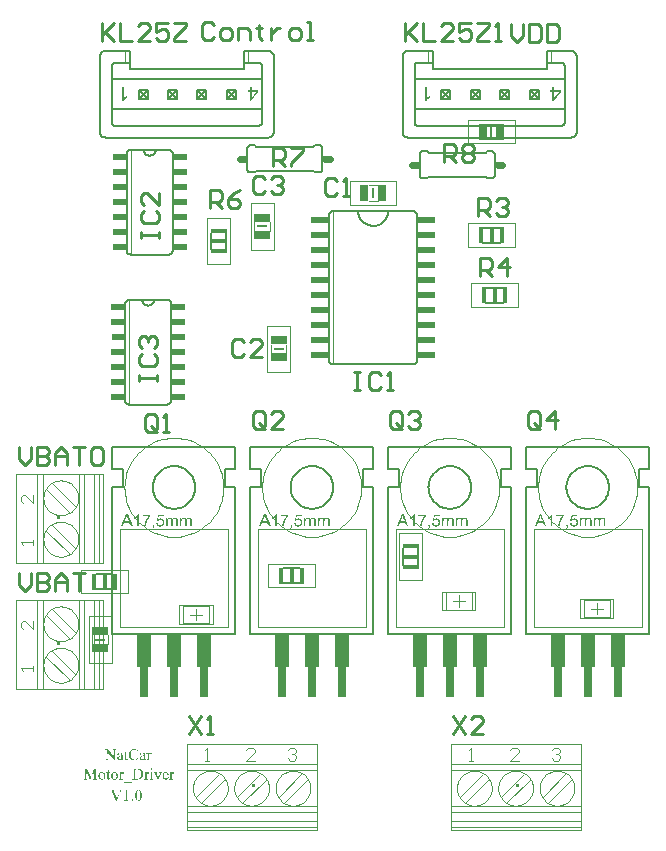
<source format=gto>
%FSTAX24Y24*%
%MOIN*%
%SFA1B1*%

%IPPOS*%
%ADD18R,0.007900X0.031800*%
%ADD19R,0.047600X0.015900*%
%ADD20R,0.031800X0.007900*%
%ADD21R,0.015900X0.047600*%
%ADD22R,0.007900X0.031800*%
%ADD23C,0.000000*%
%ADD24C,0.003900*%
%ADD25C,0.004000*%
%ADD26C,0.006000*%
%ADD27C,0.024000*%
%ADD28R,0.029500X0.057500*%
%ADD29R,0.030000X0.057500*%
%ADD30R,0.056000X0.014000*%
%ADD31R,0.057500X0.029500*%
%ADD32R,0.057500X0.030000*%
%ADD33R,0.030000X0.075000*%
%ADD34R,0.014000X0.056000*%
%ADD35R,0.058000X0.020000*%
%ADD36R,0.010000X0.024000*%
%ADD37R,0.045000X0.020000*%
%ADD38C,0.002000*%
%ADD48C,0.010000*%
%ADD49C,0.003400*%
%ADD50R,0.030000X0.025000*%
%ADD51R,0.050000X0.110000*%
%ADD52R,0.005000X0.020000*%
%LNmotor_driver-1*%
%LPD*%
G36*
X004895Y003399D02*
X004898Y003398D01*
X004902Y003397*
X004906Y003395*
X00491Y003393*
X004913Y00339*
X004914*
X004915Y003389*
X004917Y003387*
X004918Y003384*
X004922Y003378*
X004923Y003374*
Y00337*
Y003369*
Y003368*
Y003366*
X004922Y003364*
X004921Y003358*
X004918Y003355*
X004916Y003352*
X004915Y003351*
X004912Y003349*
X004907Y003346*
X004903*
X0049Y003345*
X004898*
X004897Y003346*
X004894*
X004891Y003348*
X004887Y003349*
X004883Y003351*
X004879Y003354*
X004878Y003355*
X004877Y003356*
X004875Y003357*
X004873Y003359*
X004867Y003362*
X004865Y003363*
X004862Y003364*
X00486Y003363*
X004856Y003361*
X004852Y003358*
X00485Y003356*
X004848Y003353*
X004845Y00335*
X004841Y003345*
X004837Y003339*
X004832Y003331*
X004828Y003323*
Y003207*
Y003205*
Y003203*
X004829Y003199*
Y003195*
X00483Y003185*
X004831Y003181*
X004833Y003176*
X004834Y003175*
X004836Y003172*
X004839Y003168*
X004845Y003164*
X004846Y003163*
X004848*
X004851Y003162*
X004855Y003161*
X004859Y00316*
X004864Y003159*
X00487*
Y00315*
X004746*
Y003159*
X004749*
X004752Y00316*
X004756*
X004765Y003162*
X004769Y003163*
X004773Y003165*
X004774*
Y003166*
X004777Y003168*
X00478Y003173*
X004782Y003179*
X004783Y00318*
Y003182*
X004784Y003184*
Y003187*
Y003192*
Y003198*
Y003205*
Y003298*
Y003299*
Y0033*
Y003302*
Y003305*
Y003312*
Y00332*
Y003329*
X004783Y003337*
Y003341*
X004782Y003344*
Y003346*
Y003348*
Y003349*
X004781*
Y003353*
X004779Y003357*
X004776Y00336*
X004775Y003361*
X004772Y003363*
X004769Y003364*
X004764*
X004761*
X004759*
X004753Y003363*
X004746Y00336*
X004744Y00337*
X004816Y003399*
X004828*
Y003345*
X004829*
Y003347*
X004831Y00335*
X004833Y003353*
X004836Y003358*
X004839Y003362*
X004847Y003372*
X004856Y003382*
X004861Y003386*
X004867Y003391*
X004872Y003394*
X004878Y003397*
X004883Y003399*
X00489*
X004892*
X004895*
G37*
G36*
X003741Y003499D02*
X003724D01*
X00372Y003498*
X003715Y003497*
X00371Y003495*
X003704Y003492*
X003699Y003489*
X003695Y003485*
Y003484*
X003694Y003483*
Y00348*
X003692Y003477*
X003691Y003472*
Y003465*
X00369Y003457*
Y003446*
Y003144*
X00368*
X003444Y003433*
Y003212*
Y00321*
Y003209*
Y003207*
Y003201*
X003445Y003194*
Y003187*
X003447Y003181*
X003448Y003175*
X003449Y003172*
X00345Y003171*
X003451Y00317*
X003453Y003169*
X003455Y003167*
X003458Y003166*
X003463Y003163*
X003468Y003162*
X003475Y003161*
X003482Y00316*
X003495*
Y00315*
X003369*
Y00316*
X003386*
X003389Y003161*
X003394Y003162*
X0034Y003163*
X003406Y003166*
X00341Y003169*
X003414Y003173*
X003415Y003174*
Y003175*
X003417Y003178*
X003418Y003181*
X003419Y003187*
Y003193*
X00342Y003202*
Y003212*
Y003461*
Y003462*
X003418Y003464*
X003415Y003467*
X003412Y003471*
X003403Y003479*
X003399Y003482*
X003396Y003485*
X003394Y003486*
X003393Y003487*
X003391Y003489*
X003387Y00349*
X003383Y003492*
X003378Y003494*
X003373Y003496*
X003372*
X003371*
X003369Y003497*
X003367*
X003364*
X00336Y003498*
X003356Y003499*
X00335*
Y003509*
X003447*
X003666Y00324*
Y003446*
Y003447*
Y003448*
Y00345*
Y003451*
Y003457*
X003665Y003464*
Y003471*
X003663Y003477*
X003661Y003484*
X00366Y003486*
X003659Y003487*
X003658Y003488*
X003657Y003489*
X003654Y003491*
X003651Y003493*
X003646Y003495*
X003641Y003497*
X003635Y003498*
X003627Y003499*
X003615*
Y003509*
X003741*
Y003499*
G37*
G36*
X005004Y010939D02*
Y010938D01*
Y010936*
Y010934*
Y010929*
X005003Y010921*
X005001Y010914*
X005Y010905*
X004997Y010897*
X004993Y01089*
Y010889*
X004991Y010887*
X004989Y010883*
X004985Y010879*
X00498Y010874*
X004974Y01087*
X004967Y010864*
X004959Y01086*
X004945Y010881*
X004946Y010882*
X004947*
X00495Y010884*
X004954Y010886*
X004957Y010889*
X004961Y010892*
X004964Y010897*
X004967Y010901*
X004968Y010902*
X004969Y010903*
X00497Y010907*
X004971Y010911*
X004973Y010916*
X004974Y010923*
X004975Y01093*
X004976Y010939*
X004948*
Y010995*
X005004*
Y010939*
G37*
G36*
X004472Y003395D02*
X004464D01*
Y003396*
X004463Y003398*
X004462Y0034*
X004461Y003404*
X004459Y003409*
X004457Y003414*
X004452Y003425*
X004445Y003439*
X004437Y003451*
X004427Y003464*
X004422Y003469*
X004417Y003474*
X004416*
Y003475*
X004414Y003476*
X004411Y003477*
X004408Y003479*
X004405Y003481*
X004397Y003486*
X004386Y00349*
X004373Y003494*
X00436Y003497*
X004352Y003498*
X004338*
X004336Y003497*
X004332*
X004323Y003496*
X004313Y003494*
X004302Y00349*
X004291Y003486*
X00428Y00348*
X004279Y003479*
X004276Y003476*
X00427Y003472*
X004264Y003466*
X004257Y003457*
X004249Y003447*
X004242Y003435*
X004235Y003421*
Y00342*
X004234Y003418*
X004233Y003414*
X004231Y00341*
X00423Y003406*
X004229Y0034*
X004227Y003394*
X004226Y003388*
X004224Y00338*
X004223Y003372*
X004222Y003363*
X004221Y003354*
X00422Y003344*
X004219Y003323*
Y003321*
Y003318*
Y003315*
X00422Y003311*
Y003306*
Y0033*
X004221Y003294*
X004223Y003281*
X004225Y003267*
X004229Y003252*
X004234Y003238*
X004235Y003237*
X004236Y003235*
X004237Y003233*
X004241Y003226*
X004246Y003218*
X004252Y003209*
X00426Y003201*
X00427Y003192*
X004281Y003184*
X004282Y003183*
X004284Y003182*
X004286Y003181*
X004289Y003179*
X004293Y003178*
X004302Y003174*
X004312Y003171*
X004325Y003168*
X004338Y003166*
X004352Y003165*
X004358*
X004361Y003166*
X004365*
X004373Y003167*
X004383Y003168*
X004393Y003171*
X004403Y003174*
X004413Y003179*
X004414*
Y00318*
X004416Y003181*
X004418Y003183*
X004423Y003187*
X004431Y003193*
X004435Y003196*
X004439Y003201*
X004444Y003205*
X004449Y003211*
X004455Y003217*
X004461Y003224*
X004466Y003231*
X004472Y003239*
X004481Y003234*
X00448Y003233*
X004479Y003232*
X004478Y003229*
X004476Y003226*
X004473Y003222*
X00447Y003217*
X004462Y003207*
X004453Y003196*
X004442Y003184*
X004431Y003173*
X004424Y003168*
X004417Y003163*
X004416Y003162*
X004414Y003161*
X004411Y00316*
X004407Y003158*
X004403Y003157*
X004399Y003154*
X004393Y003153*
X004387Y003151*
X004381Y003148*
X004366Y003145*
X00435Y003143*
X004332Y003142*
X004328*
X004324*
X004318Y003143*
X00431Y003144*
X004302Y003145*
X004292Y003147*
X004282Y00315*
X004271Y003153*
X00426Y003158*
X004249Y003163*
X004237Y003169*
X004226Y003177*
X004215Y003186*
X004204Y003196*
X004195Y003208*
X004194*
X004193Y00321*
X004191Y003213*
X004189Y003217*
X004186Y003221*
X004183Y003227*
X00418Y003233*
X004177Y00324*
X004173Y003249*
X00417Y003257*
X004167Y003267*
X004164Y003277*
X004162Y003288*
X00416Y003299*
X004159Y003311*
Y003323*
Y003324*
Y003325*
Y003329*
Y003332*
Y003337*
X00416Y003343*
X004161Y003349*
Y003356*
X004165Y003371*
X004169Y003388*
X004175Y003405*
X004178Y003414*
X004182Y003422*
X004183*
X004184Y003424*
X004185Y003426*
X004187Y003429*
X004189Y003433*
X004192Y003437*
X0042Y003447*
X004209Y003459*
X00422Y00347*
X004233Y003482*
X004248Y003492*
X004249*
X00425Y003493*
X004252Y003494*
X004255Y003496*
X004259Y003497*
X004264Y0035*
X004269Y003502*
X004275Y003505*
X004282Y003507*
X004289Y003509*
X004305Y003513*
X004321Y003516*
X004331Y003517*
X004343*
X004346Y003516*
X00435*
X004354*
X004363Y003515*
X004375Y003512*
X004388Y003509*
X004402Y003504*
X004416Y003497*
X004417Y003496*
X004419*
X004422Y003495*
X004427Y003493*
X004429Y003492*
X004433*
X004436*
X00444Y003494*
X004444Y003497*
X004445Y003498*
X004446Y0035*
X004448Y003502*
X004449Y003505*
X004451Y003509*
X004453Y003512*
X004454Y003517*
X004464*
X004472Y003395*
G37*
G36*
X003876Y003399D02*
X003883Y003398D01*
X003892Y003396*
X003901Y003395*
X003909Y003392*
X003917Y003388*
X003918*
X00392Y003386*
X003923Y003385*
X003926Y003382*
X003929Y003378*
X003933Y003374*
X003937Y003369*
X00394Y003363*
Y003362*
X003941Y00336*
X003942Y003357*
X003943Y003353*
Y003346*
X003944Y003338*
X003945Y003328*
Y003316*
Y003234*
Y003233*
Y003232*
Y00323*
Y003228*
Y003222*
Y003215*
X003946Y003208*
Y003201*
Y003195*
Y003193*
Y003191*
Y00319*
X003947Y003187*
X003948Y003183*
X00395Y003181*
X003951Y00318*
X003952Y003179*
X003954*
X003957Y003178*
X00396*
X003962Y003179*
X003965Y00318*
X003966Y003181*
X003968Y003182*
X00397Y003184*
X003973Y003186*
X003977Y003189*
X003981Y003194*
X003987Y003199*
Y003184*
X003986*
X003985Y003183*
X003984Y003181*
X003982Y003178*
X003975Y003172*
X003968Y003165*
X003959Y003157*
X00395Y003151*
X003945Y003149*
X00394Y003147*
X003934Y003146*
X003929Y003145*
X003927*
X003925Y003146*
X003922*
X003919Y003147*
X003916Y003149*
X003912Y003151*
X003909Y003154*
X003908*
Y003156*
X003907Y003158*
X003905Y003161*
X003903Y003165*
X003902Y003171*
Y003177*
X003901Y003184*
X003899Y003183*
X003898Y003182*
X003895Y00318*
X003889Y003175*
X003881Y003169*
X003873Y003164*
X003866Y003158*
X003859Y003154*
X003857Y003152*
X003855Y003151*
X003854*
X003852Y00315*
X003849Y003149*
X003845Y003148*
X003841Y003147*
X003836Y003146*
X00383*
X003824Y003145*
X003823*
X00382Y003146*
X003815*
X00381Y003147*
X003803Y003149*
X003796Y003152*
X00379Y003156*
X003783Y003162*
X003782*
X003781Y003165*
X003778Y003169*
X003775Y003174*
X003772Y003181*
X00377Y003188*
X003767Y003197*
Y003207*
Y003208*
Y00321*
Y003213*
X003768Y003218*
Y003223*
X00377Y003228*
X003772Y003233*
X003775Y003238*
X003777Y00324*
X00378Y003244*
X003783Y003249*
X003788Y003254*
X003795Y003259*
X003802Y003265*
X003812Y003272*
X003813*
X003815Y003273*
X003817Y003274*
X00382Y003276*
X003823Y003278*
X003828Y00328*
X003833Y003283*
X003839Y003285*
X003846Y003288*
X003853Y003292*
X003861Y003295*
X00387Y003298*
X003879Y003302*
X00389Y003306*
X003901Y00331*
Y00332*
Y003321*
Y003323*
Y003326*
Y003332*
X003899Y00334*
X003898Y003348*
X003896Y003356*
X003893Y003363*
X003889Y003369*
Y00337*
X003887Y003371*
X003885Y003374*
X003881Y003376*
X003877Y003379*
X003871Y003381*
X003864Y003383*
X003857*
X003854*
X003851*
X003847Y003382*
X003843Y003381*
X003838Y003379*
X003834Y003377*
X00383Y003374*
Y003373*
X003828Y003372*
X003827Y00337*
X003826Y003368*
X003822Y003361*
X003821Y003358*
Y003353*
Y003338*
Y003337*
Y003335*
Y003333*
Y003331*
X003818Y003324*
X003817Y003321*
X003815Y003319*
X003813Y003318*
X00381Y003316*
X003805Y003314*
X003802Y003313*
X003798*
X003797*
X003795*
X003793Y003314*
X003787Y003315*
X003785Y003317*
X003782Y003319*
Y00332*
X003781*
Y003322*
X00378Y003324*
X003778Y003327*
X003777Y00333*
Y003334*
X003776Y003338*
Y003339*
X003777Y003342*
Y003346*
X003779Y003352*
X003782Y003358*
X003786Y003365*
X003791Y003373*
X003799Y00338*
X0038Y003381*
X003803Y003383*
X003808Y003386*
X003816Y00339*
X003825Y003393*
X003837Y003396*
X00385Y003399*
X003864*
X00387*
X003876*
G37*
G36*
X004919Y002875D02*
X004922D01*
X004924Y002874*
X004928Y002872*
X004931Y00287*
X004934Y002867*
X004935Y002866*
X004937Y002865*
X004938Y002862*
X004941Y002856*
X004942Y002852*
Y002849*
Y002848*
Y002847*
Y002845*
X004941Y002842*
X00494Y002839*
X004939Y002836*
X004937Y002833*
X004934Y00283*
X004933Y002829*
X004931Y002827*
X004929Y002826*
X004923Y002823*
X004919Y002822*
X004915*
X004913*
X004911*
X004908Y002823*
X004902Y002825*
X004899Y002827*
X004896Y00283*
X004895Y002831*
X004894Y002833*
X004892Y002835*
X004889Y002841*
Y002845*
X004888Y002849*
Y00285*
X004889Y002852*
Y002855*
X004892Y002861*
X004893Y002865*
X004896Y002867*
X004897Y002868*
X004898Y002869*
X004899Y00287*
X004902Y002872*
X004907Y002875*
X004911*
X004915Y002876*
X004917*
X004919Y002875*
G37*
G36*
X004076Y003392D02*
X004132D01*
Y003374*
X004076*
Y003216*
Y003215*
Y003212*
Y003208*
X004077Y003203*
X004079Y003193*
X00408Y003188*
X004083Y003184*
X004084Y003183*
X004085Y003182*
X004087Y003181*
X004093Y003178*
X004096Y003177*
X0041*
X004101*
X004103*
X004105*
X00411Y003179*
X004116Y003182*
X004118Y003183*
X004121Y003186*
X004125Y003191*
X004129Y003198*
X00414*
X004139Y003197*
X004138Y003194*
X004136Y003189*
X004133Y003184*
X004129Y003177*
X004125Y003171*
X004119Y003164*
X004113Y003159*
Y003158*
X00411Y003157*
X004107Y003155*
X004103Y003153*
X004097Y00315*
X004091Y003148*
X004085Y003147*
X004078Y003146*
X004076*
X004074Y003147*
X00407*
X004063Y003149*
X004059Y003151*
X004054Y003153*
X004053Y003154*
X00405Y003156*
X004048Y003158*
X004045Y003161*
X004043Y003163*
X004038Y003172*
X004037Y003174*
X004036Y003177*
X004035Y003181*
X004034Y003187*
X004033Y003193*
X004032Y003202*
Y00321*
Y003374*
X003994*
Y003383*
X003997Y003384*
X003999Y003385*
X004003Y003387*
X004007Y00339*
X004012Y003393*
X004018Y003397*
X004023Y003401*
X004024Y003402*
X004026Y003404*
X004029Y003407*
X004032Y003411*
X004037Y003415*
X004041Y003421*
X004046Y003428*
X00405Y003434*
X004051Y003435*
X004052Y003436*
X004053Y003439*
X004055Y003443*
X004057Y003448*
X00406Y003454*
X004064Y003462*
X004068Y003471*
X004076*
Y003392*
G37*
G36*
X004627Y003399D02*
X004635Y003398D01*
X004643Y003396*
X004652Y003395*
X00466Y003392*
X004669Y003388*
X004671Y003386*
X004674Y003385*
X004678Y003382*
X004681Y003378*
X004685Y003374*
X004689Y003369*
X004691Y003363*
Y003362*
X004692Y00336*
X004693Y003357*
X004694Y003353*
X004695Y003346*
X004696Y003338*
Y003328*
Y003316*
Y003234*
Y003233*
Y003232*
Y00323*
Y003228*
Y003222*
Y003215*
X004697Y003208*
Y003201*
Y003195*
X004698Y003193*
Y003191*
Y00319*
X004699Y003187*
X0047Y003183*
X004701Y003181*
X004702Y00318*
X004704Y003179*
X004706*
X004709Y003178*
X004711*
X004714Y003179*
X004716Y00318*
X004717*
X004718Y003181*
X004719Y003182*
X004721Y003184*
X004724Y003186*
X004728Y003189*
X004733Y003194*
X004738Y003199*
Y003184*
X004737*
Y003183*
X004735Y003181*
X004733Y003178*
X004727Y003172*
X00472Y003165*
X004711Y003157*
X004701Y003151*
X004696Y003149*
X004691Y003147*
X004686Y003146*
X004681Y003145*
X004679*
X004676Y003146*
X004674*
X00467Y003147*
X004667Y003149*
X004664Y003151*
X00466Y003154*
X004659Y003156*
X004658Y003158*
X004656Y003161*
X004655Y003165*
X004654Y003171*
X004653Y003177*
Y003184*
X004652*
X004651Y003183*
X004649Y003182*
X004646Y00318*
X00464Y003175*
X004633Y003169*
X004625Y003164*
X004617Y003158*
X004611Y003154*
X004608Y003152*
X004606Y003151*
X004605*
X004604Y00315*
X0046Y003149*
X004597Y003148*
X004592Y003147*
X004587Y003146*
X004582*
X004575Y003145*
X004574*
X004572Y003146*
X004567*
X004561Y003147*
X004554Y003149*
X004548Y003152*
X004541Y003156*
X004534Y003162*
X004532Y003165*
X004529Y003169*
X004527Y003174*
X004523Y003181*
X004521Y003188*
X004519Y003197*
X004518Y003207*
Y003208*
Y00321*
X004519Y003213*
Y003218*
X00452Y003223*
X004522Y003228*
X004523Y003233*
X004526Y003238*
X004527*
X004528Y00324*
X004531Y003244*
X004535Y003249*
X00454Y003254*
X004546Y003259*
X004554Y003265*
X004563Y003272*
X004564*
X004566Y003273*
X004568Y003274*
X004572Y003276*
X004575Y003278*
X004579Y00328*
X004585Y003283*
X00459Y003285*
X004597Y003288*
X004604Y003292*
X004613Y003295*
X004622Y003298*
X004631Y003302*
X004641Y003306*
X004653Y00331*
Y00332*
Y003321*
Y003323*
Y003326*
X004652Y003332*
X004651Y00334*
X00465Y003348*
X004648Y003356*
X004645Y003363*
X004641Y003369*
X00464Y00337*
X004639Y003371*
X004636Y003374*
X004633Y003376*
X004628Y003379*
X004623Y003381*
X004616Y003383*
X004608*
X004605*
X004603*
X004599Y003382*
X004594Y003381*
X00459Y003379*
X004585Y003377*
X004582Y003374*
X004581Y003373*
X00458Y003372*
X004579Y00337*
X004577Y003368*
X004574Y003361*
X004573Y003358*
X004572Y003353*
X004573Y003338*
Y003337*
Y003335*
X004572Y003333*
Y003331*
X00457Y003324*
X004568Y003321*
X004566Y003319*
X004565Y003318*
X004562Y003316*
X004557Y003314*
X004553Y003313*
X00455*
X004548*
X004547*
X004544Y003314*
X004539Y003315*
X004536Y003317*
X004534Y003319*
Y00332*
X004533*
X004532Y003322*
X004531Y003324*
X00453Y003327*
X004529Y00333*
X004528Y003334*
Y003338*
Y003339*
Y003342*
X004529Y003346*
X00453Y003352*
X004533Y003358*
X004537Y003365*
X004543Y003373*
X00455Y00338*
X004552Y003381*
X004555Y003383*
X00456Y003386*
X004568Y00339*
X004577Y003393*
X004588Y003396*
X004601Y003399*
X004616*
X004622*
X004627*
G37*
G36*
X00617Y011233D02*
X006174D01*
X006178Y011232*
X006188Y011231*
X006198Y011228*
X006209Y011223*
X00622Y011217*
X006229Y011209*
X00623Y011208*
X006232Y011205*
X006236Y0112*
X006238Y011196*
X006241Y011192*
X006243Y011186*
X006245Y011181*
X006247Y011175*
X006249Y011169*
X00625Y011162*
X006251Y011154*
X006252Y011146*
Y011136*
Y010939*
X006203*
Y01112*
Y011121*
Y011124*
Y01113*
Y011136*
X006202Y011143*
X006201Y01115*
X0062Y011157*
X006199Y011162*
X006197Y011164*
X006196Y011166*
X006195Y011169*
X006192Y011173*
X006189Y011176*
X006186Y011179*
X006181Y011183*
Y011184*
X006179*
X006177Y011185*
X006173Y011187*
X006169Y011189*
X006164Y01119*
X006158*
X006152Y011191*
X006149*
X006147Y01119*
X006141*
X006134Y011189*
X006126Y011186*
X006118Y011182*
X006109Y011177*
X006101Y01117*
X0061Y011169*
X006098Y011166*
X006095Y011162*
X006091Y011155*
X006087Y011146*
X006084Y011135*
X006082Y011122*
X006081Y011106*
Y010939*
X006032*
Y011126*
Y011127*
Y011128*
Y011131*
Y011137*
X00603Y011144*
X006029Y011152*
X006027Y01116*
X006024Y011167*
X00602Y011174*
Y011175*
X006018Y011177*
X006015Y011179*
X006011Y011183*
X006006Y011186*
X005999Y011189*
X005991Y01119*
X005981Y011191*
X005978*
X005974Y01119*
X005969*
X005963Y011188*
X005956Y011186*
X00595Y011184*
X005943Y01118*
Y011179*
X00594Y011178*
X005937Y011175*
X005933Y011172*
X005929Y011167*
X005925Y011162*
X005921Y011155*
X005918Y011148*
X005917Y011147*
Y011144*
X005916Y011139*
X005914Y011133*
X005912Y011124*
X005911Y011114*
X00591Y011102*
Y011088*
Y010939*
X005861*
Y011227*
X005905*
Y011186*
Y011187*
X005907Y011189*
X00591Y011193*
X005914Y011198*
X00592Y011204*
X005926Y011209*
X005933Y011215*
X005941Y01122*
X005942Y011221*
X005945Y011223*
X005949Y011224*
X005956Y011227*
X005963Y011229*
X005972Y011231*
X005982Y011233*
X005992*
X005997*
X006003*
X00601Y011232*
X006019Y01123*
X006028Y011228*
X006036Y011224*
X006044Y01122*
X006045Y011219*
X006048Y011217*
X006051Y011214*
X006056Y01121*
X00606Y011205*
X006065Y011198*
X00607Y011191*
X006073Y011182*
X006074Y011183*
X006075Y011185*
X006077Y011187*
X00608Y01119*
X006083Y011194*
X006087Y011198*
X006092Y011203*
X006098Y011208*
X006104Y011213*
X00611Y011217*
X006118Y011221*
X006126Y011225*
X006134Y011229*
X006143Y011231*
X006153Y011233*
X006163*
X006167*
X00617*
G37*
G36*
X005707D02*
X005711D01*
X005715Y011232*
X005725Y011231*
X005735Y011228*
X005746Y011223*
X005757Y011217*
X005766Y011209*
X005768Y011208*
X00577Y011205*
X005774Y0112*
X005776Y011196*
X005778Y011192*
X00578Y011186*
X005782Y011181*
X005784Y011175*
X005786Y011169*
X005787Y011162*
X005788Y011154*
X005789Y011146*
Y011136*
Y010939*
X005741*
Y01112*
Y011121*
Y011124*
Y01113*
X00574Y011136*
X005739Y011143*
Y01115*
X005738Y011157*
X005736Y011162*
X005735Y011164*
X005734Y011166*
X005732Y011169*
X00573Y011173*
X005727Y011176*
X005723Y011179*
X005719Y011183*
X005718Y011184*
X005716*
X005714Y011185*
X00571Y011187*
X005706Y011189*
X005701Y01119*
X005696*
X005689Y011191*
X005687*
X005684Y01119*
X005679*
X005672Y011189*
X005664Y011186*
X005655Y011182*
X005646Y011177*
X005638Y01117*
Y011169*
X005635Y011166*
X005632Y011162*
X005629Y011155*
X005625Y011146*
X005622Y011135*
X005619Y011122*
X005618Y011106*
Y010939*
X005569*
Y011126*
Y011127*
Y011128*
Y011131*
Y011137*
X005568Y011144*
X005567Y011152*
X005564Y01116*
X005561Y011167*
X005557Y011174*
Y011175*
X005555Y011177*
X005552Y011179*
X005548Y011183*
X005543Y011186*
X005536Y011189*
X005528Y01119*
X005518Y011191*
X005515*
X005511Y01119*
X005506*
X005501Y011188*
X005494Y011186*
X005487Y011184*
X005481Y01118*
X00548Y011179*
X005478Y011178*
X005475Y011175*
X005471Y011172*
X005467Y011167*
X005463Y011162*
X005459Y011155*
X005455Y011148*
Y011147*
X005454Y011144*
X005453Y011139*
X005451Y011133*
X00545Y011124*
X005448Y011114*
Y011102*
X005447Y011088*
Y010939*
X005398*
Y011227*
X005442*
Y011186*
X005443Y011187*
X005444Y011189*
X005448Y011193*
X005452Y011198*
X005457Y011204*
X005463Y011209*
X00547Y011215*
X005478Y01122*
X005479Y011221*
X005482Y011223*
X005487Y011224*
X005493Y011227*
X005501Y011229*
X005509Y011231*
X005519Y011233*
X005529*
X005534*
X005541*
X005548Y011232*
X005556Y01123*
X005565Y011228*
X005574Y011224*
X005582Y01122*
X005583Y011219*
X005585Y011217*
X005588Y011214*
X005593Y01121*
X005598Y011205*
X005603Y011198*
X005607Y011191*
X005611Y011182*
Y011183*
X005613Y011185*
X005614Y011187*
X005617Y01119*
X005621Y011194*
X005625Y011198*
X005629Y011203*
X005635Y011208*
X005641Y011213*
X005648Y011217*
X005655Y011221*
X005663Y011225*
X005672Y011229*
X005681Y011231*
X00569Y011233*
X0057*
X005704*
X005707*
G37*
G36*
X008878Y010939D02*
X008819D01*
X008772Y01106*
X008606*
X008563Y010939*
X008507*
X008659Y011336*
X008716*
X008878Y010939*
G37*
G36*
X009601D02*
Y010938D01*
Y010936*
Y010934*
X0096Y010929*
X009599Y010921*
X009598Y010914*
X009596Y010905*
X009593Y010897*
X00959Y01089*
X009589Y010889*
X009587Y010887*
X009585Y010883*
X009581Y010879*
X009576Y010874*
X009571Y01087*
X009563Y010864*
X009555Y01086*
X009541Y010881*
X009542Y010882*
X009544*
X009547Y010884*
X00955Y010886*
X009553Y010889*
X009558Y010892*
X009561Y010897*
X009564Y010901*
Y010902*
X009565Y010903*
X009566Y010907*
X009568Y010911*
X009569Y010916*
X009571Y010923*
X009572Y01093*
Y010939*
X009545*
Y010995*
X009601*
Y010939*
G37*
G36*
X004488D02*
X004439D01*
Y01125*
Y011249*
X004436Y011247*
X004432Y011243*
X004427Y011239*
X00442Y011234*
X004412Y011228*
X004403Y011222*
X004393Y011216*
X004392*
Y011215*
X004388Y011213*
X004382Y01121*
X004376Y011206*
X004368Y011202*
X004359Y011198*
X00435Y011194*
X004342Y011191*
Y011238*
X004343Y011239*
X004346Y01124*
X004349Y011241*
X004352Y011243*
X004356Y011245*
X004366Y011251*
X004377Y011258*
X004389Y011266*
X004401Y011275*
X004413Y011285*
X004414Y011286*
X004416Y011287*
X004418Y011289*
X004423Y011295*
X00443Y011302*
X004437Y01131*
X004444Y011319*
X004451Y011328*
X004457Y011338*
X004488*
Y010939*
G37*
G36*
X004282D02*
X004222D01*
X004176Y01106*
X004009*
X003966Y010939*
X003911*
X004062Y011336*
X00412*
X004282Y010939*
G37*
G36*
X005321Y011285D02*
X005162D01*
X005141Y011177*
Y011178*
X005142*
X005144Y011179*
X005147Y011181*
X00515Y011183*
X005154Y011185*
X005164Y01119*
X005175Y011194*
X005188Y011198*
X005202Y011201*
X005208Y011202*
X005221*
X005225*
X005229Y011201*
X005234*
X00524Y0112*
X005246Y011198*
X00526Y011194*
X005268Y011191*
X005275Y011187*
X005282Y011183*
X00529Y011178*
X005297Y011173*
X005304Y011166*
X005305Y011165*
X005307Y011163*
X005309Y01116*
X005312Y011156*
X005315Y011152*
X005319Y011147*
X005322Y011141*
X005325Y011135*
X005328Y011128*
X005331Y01112*
X005334Y011112*
X005336Y011103*
X005338Y011093*
X005339Y011084*
X00534Y011073*
Y011071*
Y011068*
X005339Y011064*
Y01106*
X005338Y011054*
X005337Y011048*
X005336Y011042*
X005332Y011027*
X005327Y011011*
X005323Y011003*
X005319Y010996*
X005314Y010988*
X005308Y01098*
X005307Y010978*
X005304Y010976*
X005301Y010973*
X005297Y010969*
X005293Y010965*
X005287Y010961*
X005281Y010956*
X005274Y010952*
X005266Y010948*
X005257Y010944*
X005248Y01094*
X005238Y010937*
X005227Y010934*
X005216Y010933*
X005204Y010932*
X005199*
X005195Y010933*
X00519*
X005185Y010934*
X005179*
X005172Y010936*
X005158Y01094*
X005144Y010945*
X005136Y010948*
X005129Y010952*
X005122Y010957*
X005115Y010962*
X005114Y010963*
X005113*
X005112Y010965*
X00511Y010968*
X005107Y010971*
X005104Y010974*
X005101Y010979*
X005098Y010984*
X005094Y010989*
X005091Y010995*
X005084Y011009*
X005079Y011025*
X005078Y011034*
X005076Y011043*
X005128Y011047*
Y011046*
Y011045*
Y011043*
X005129Y011041*
X00513Y011034*
X005133Y011026*
X005136Y011017*
X005141Y011007*
X005146Y010999*
X005153Y010991*
X005154Y01099*
X005157Y010988*
X005161Y010985*
X005168Y010981*
X005175Y010978*
X005183Y010975*
X005193Y010973*
X005204Y010972*
X005207*
X00521Y010973*
X005216*
X005225Y010976*
X005234Y010979*
X005244Y010983*
X005254Y01099*
X005259Y010994*
X005264Y010999*
X005265Y011*
X005266Y011002*
X005268Y011003*
X005272Y01101*
X005276Y011018*
X00528Y011027*
X005284Y011039*
X005287Y011054*
X005288Y011061*
Y011069*
Y01107*
Y011071*
Y011073*
Y011076*
Y01108*
X005287Y011084*
X005285Y011093*
X005282Y011104*
X005278Y011115*
X005273Y011125*
X005265Y011135*
X005264Y011136*
X005261Y011139*
X005256Y011143*
X005249Y011147*
X005239Y011151*
X005229Y011155*
X005217Y011158*
X00521Y011159*
X005199*
X005195*
X005189Y011158*
X005182Y011157*
X005175Y011155*
X005168Y011152*
X00516Y011148*
X005157Y011147*
X005154Y011144*
X005149Y011141*
X005145Y011137*
X00514Y011132*
X005135Y011127*
X005131Y01112*
X005085Y011127*
X005123Y011331*
X005321*
Y011285*
G37*
G36*
X004874Y011293D02*
X004873Y011292D01*
X004872Y011291*
X00487Y011289*
X004867Y011285*
X004864Y011281*
X004859Y011276*
X004855Y011271*
X00485Y011264*
X004845Y011257*
X004838Y011249*
X004832Y01124*
X004826Y011231*
X004819Y01122*
X004812Y011209*
X004805Y011197*
X004798Y011185*
X004797*
X004796Y011182*
X004795Y011179*
X004792Y011174*
X004789Y011167*
X004785Y011161*
X004781Y011152*
X004777Y011143*
X004773Y011133*
X004768Y011123*
X004763Y011111*
X004758Y011099*
X004749Y011074*
X004741Y011048*
Y011047*
X00474Y011046*
X004739Y011043*
X004738Y011039*
X004737Y011035*
X004736Y011029*
X004734Y011023*
X004733Y011016*
X004731Y011008*
X00473Y010999*
X004727Y010981*
X004724Y010961*
X004722Y010939*
X004672*
Y01094*
Y010941*
Y010944*
X004673Y010947*
Y010952*
Y010957*
X004674Y010964*
X004675Y010971*
X004676Y010979*
X004677Y010987*
X004679Y010996*
X00468Y011006*
X004682Y011016*
X004684Y011028*
X00469Y011051*
Y011052*
X004691Y011054*
X004692Y011058*
X004694Y011063*
X004695Y011069*
X004698Y011076*
X0047Y011084*
X004703Y011092*
X004707Y011102*
X00471Y011112*
X004719Y011134*
X004729Y011157*
X004741Y011179*
Y01118*
X004742Y011182*
X004744Y011185*
X004746Y01119*
X004749Y011195*
X004753Y011201*
X004757Y011208*
X004762Y011216*
X004773Y011232*
X004784Y01125*
X004797Y011267*
X004811Y011284*
X004617*
Y011331*
X004874*
Y011293*
G37*
G36*
X003267Y002749D02*
X003272Y002748D01*
X003277Y002747*
X003283Y002746*
X00329Y002744*
X003297Y002742*
X003304Y002739*
X003311Y002735*
X003319Y002731*
X003326Y002726*
X003333Y002721*
X00334Y002714*
X003347Y002707*
Y002706*
X003348Y002705*
X003349Y002704*
X003351Y002701*
X003353Y002698*
X003355Y002693*
X003358Y002689*
X003361Y002684*
X003366Y002671*
X00337Y002658*
X003374Y002642*
Y002634*
X003375Y002625*
Y002624*
Y002622*
Y00262*
X003374Y002617*
Y002613*
X003373Y002605*
X003371Y002595*
X003368Y002584*
X003364Y002572*
X003359Y002559*
X003358Y002558*
X003357Y002556*
X003356Y002554*
X003353Y002548*
X003348Y002541*
X003342Y002533*
X003334Y002524*
X003325Y002517*
X003316Y002509*
X003315*
X003313Y002508*
X003311Y002507*
X003305Y002504*
X003298Y002501*
X003289Y002498*
X003279Y002496*
X003267Y002493*
X003255*
X003253*
X00325*
X003246*
X003242Y002494*
X003236Y002495*
X00323Y002497*
X003224Y002498*
X003217Y002501*
X00321Y002503*
X003203Y002507*
X003196Y002511*
X003188Y002516*
X003181Y002522*
X003174Y002528*
X003168Y002536*
Y002537*
X003167Y002538*
X003166Y00254*
X003164Y002543*
X003162Y002546*
X00316Y00255*
X003157Y002555*
X003155Y00256*
X00315Y002572*
X003146Y002586*
X003142Y002602*
Y00261*
X003141Y002618*
Y002619*
Y00262*
Y002622*
Y002624*
X003142Y002627*
Y00263*
X003143Y002639*
X003145Y002649*
X003148Y00266*
X003152Y002672*
X003157Y002684*
Y002685*
X003158Y002686*
X003159Y002688*
X00316Y00269*
X003164Y002695*
X003169Y002703*
X003175Y002711*
X003183Y002719*
X003191Y002726*
X003201Y002733*
X003202Y002734*
X003203Y002735*
X003206Y002736*
X003211Y002738*
X003218Y002741*
X003227Y002744*
X003236Y002747*
X003247Y002749*
X003258*
X003263*
X003267*
G37*
G36*
X004271Y002383D02*
X00399D01*
Y002405*
X004271*
Y002383*
G37*
G36*
X005396Y002749D02*
X005399D01*
X005404Y002748*
X005413Y002746*
X005423Y002743*
X005434Y002738*
X005441Y002735*
X005446Y002731*
X005451Y002727*
X005456Y002722*
X005457Y002721*
X005458Y002719*
X005461Y002717*
X005462Y002714*
X005464Y002711*
X005469Y002703*
X005474Y002693*
X005479Y00268*
X005482Y002666*
Y002659*
X005483Y00265*
X005316*
Y002648*
Y002645*
Y002642*
Y002637*
X005317Y002632*
X005318Y002626*
X005319Y00262*
X005322Y002606*
X005326Y002592*
X00533Y002585*
X005333Y002578*
X005337Y002572*
X005342Y002566*
Y002565*
X005343*
X005345Y002563*
X005346Y002562*
X005352Y002557*
X00536Y002551*
X005368Y002546*
X005379Y002541*
X005391Y002537*
X005397*
X005403Y002536*
X005407*
X005412Y002537*
X005417Y002538*
X005424Y002539*
X005431Y002542*
X005438Y002544*
X005444Y002549*
X005445*
X005447Y002552*
X005451Y002554*
X005455Y002559*
X005459Y002565*
X005464Y002573*
X005469Y002583*
X005474Y002594*
X005483Y002588*
Y002587*
X005482Y002585*
Y002582*
X00548Y002579*
X005479Y002575*
X005477Y002566*
X005472Y002556*
X005467Y002545*
X005459Y002533*
X00545Y002522*
X005449*
Y002521*
X005447Y002519*
X005445Y002518*
X005439Y002513*
X005432Y002508*
X005422Y002502*
X005411Y002497*
X005398Y002494*
X005391Y002493*
X005383*
X005379*
X005376*
X005372Y002494*
X005368*
X005358Y002497*
X005346Y002501*
X00534Y002504*
X005333Y002507*
X005327Y002511*
X005321Y002516*
X005315Y002521*
X005308Y002527*
X005307Y002528*
X005306Y00253*
X005303Y002533*
X005301Y002536*
X005299Y002541*
X005296Y002545*
X005293Y002551*
X00529Y002557*
X005287Y002564*
X005285Y002571*
X005283Y002579*
X005281Y002588*
X005279Y002597*
X005278Y002607*
Y002618*
Y00262*
Y002624*
Y002628*
X005279Y002633*
X00528Y002639*
X005281Y002646*
X005282Y002653*
X005286Y002669*
X005288Y002676*
X005291Y002685*
X005295Y002693*
X005299Y0027*
X005304Y002708*
X00531Y002714*
Y002715*
X005311Y002716*
X005313Y002718*
X005315Y00272*
X005318Y002723*
X005322Y002725*
X005327Y002729*
X005331Y002732*
X005337Y002735*
X005343Y002738*
X005357Y002744*
X005364Y002746*
X005372Y002748*
X005381Y002749*
X005389*
X005393*
X005396*
G37*
G36*
X003688D02*
X003693Y002748D01*
X003698Y002747*
X003704Y002746*
X003711Y002744*
X003718Y002742*
X003725Y002739*
X003732Y002735*
X00374Y002731*
X003747Y002726*
X003754Y002721*
X003761Y002714*
X003768Y002707*
Y002706*
X003769Y002705*
X003771Y002704*
X003772Y002701*
X003774Y002698*
X003777Y002693*
X003779Y002689*
X003782Y002684*
X003787Y002671*
X003792Y002658*
X003795Y002642*
X003796Y002634*
Y002625*
Y002624*
Y002622*
Y00262*
Y002617*
Y002613*
X003794Y002605*
X003792Y002595*
X003789Y002584*
X003786Y002572*
X00378Y002559*
X003779Y002558*
X003778Y002556*
X003777Y002554*
X003774Y002548*
X003769Y002541*
X003763Y002533*
X003756Y002524*
X003747Y002517*
X003737Y002509*
X003736*
X003734Y002508*
X003732Y002507*
X003727Y002504*
X003719Y002501*
X003711Y002498*
X0037Y002496*
X003688Y002493*
X003676*
X003674*
X003671*
X003667*
X003663Y002494*
X003657Y002495*
X003651Y002497*
X003645Y002498*
X003638Y002501*
X003631Y002503*
X003624Y002507*
X003617Y002511*
X00361Y002516*
X003602Y002522*
X003596Y002528*
X00359Y002536*
X003589Y002537*
Y002538*
X003587Y00254*
X003585Y002543*
X003584Y002546*
X003581Y00255*
X003579Y002555*
X003576Y00256*
X003571Y002572*
X003567Y002586*
X003564Y002602*
X003563Y00261*
X003562Y002618*
Y002619*
Y00262*
Y002622*
Y002624*
X003563Y002627*
X003564Y00263*
X003565Y002639*
X003566Y002649*
X003569Y00266*
X003573Y002672*
X003579Y002684*
Y002685*
Y002686*
X00358Y002688*
X003581Y00269*
X003585Y002695*
X00359Y002703*
X003596Y002711*
X003604Y002719*
X003612Y002726*
X003622Y002733*
X003623Y002734*
X003625Y002735*
X003627Y002736*
X003632Y002738*
X003639Y002741*
X003648Y002744*
X003657Y002747*
X003668Y002749*
X003679*
X003685*
X003688*
G37*
G36*
X004486Y002165D02*
X004489D01*
X004493Y002164*
X004503Y002161*
X004509Y002159*
X004515Y002155*
X004521Y002152*
X004527Y002148*
X004534Y002143*
X00454Y002137*
X004547Y002131*
X004553Y002124*
Y002123*
X004555Y002121*
X004557Y002118*
X00456Y002114*
X004562Y002109*
X004566Y002102*
X00457Y002095*
X004573Y002086*
X004577Y002077*
X004581Y002066*
X004585Y002055*
X004587Y002042*
X00459Y002029*
X004592Y002014*
X004593Y001999*
X004594Y001983*
Y001982*
Y00198*
Y001976*
Y001972*
X004593Y001966*
Y00196*
X004592Y001953*
Y001946*
X00459Y001929*
X004586Y001911*
X004582Y001893*
X004576Y001876*
Y001875*
X004575Y001874*
X004574Y001872*
X004572Y001869*
X004571Y001865*
X004568Y001862*
X004563Y001852*
X004557Y001842*
X004549Y001831*
X00454Y001822*
X004535Y001817*
X00453Y001813*
X004529*
X004528*
X004527Y001812*
X004525Y001811*
X00452Y001807*
X004512Y001804*
X004504Y0018*
X004495Y001797*
X004486Y001795*
X004476Y001794*
X004474*
X004471*
X004467Y001795*
X004463Y001796*
X004458Y001797*
X004452Y001799*
X004446Y001802*
X004439Y001804*
X004432Y001808*
X004425Y001813*
X004418Y001819*
X004411Y001826*
X004404Y001834*
X004397Y001843*
X00439Y001854*
X004389Y001856*
X004387Y001859*
X004386Y001863*
X004384Y001868*
X004381Y001874*
X004379Y00188*
X004376Y001888*
X004374Y001897*
X004371Y001907*
X004369Y001917*
X004366Y001928*
X004365Y001939*
X004363Y001951*
Y001964*
X004362Y001977*
Y001978*
Y00198*
Y001983*
X004363Y001987*
Y001993*
Y001999*
X004364Y002005*
Y002013*
X004366Y00203*
X00437Y002048*
X004374Y002065*
X00438Y002083*
X004381Y002085*
X004382Y002087*
X004384Y00209*
X004385Y002094*
X004387Y002097*
X004394Y002107*
X0044Y002118*
X004409Y002129*
X004419Y00214*
X00443Y002149*
X004431*
X004434Y002151*
X004439Y002154*
X004445Y002157*
X004452Y00216*
X00446Y002163*
X004469Y002165*
X004479Y002166*
X004482*
X004486Y002165*
G37*
G36*
X004279Y001851D02*
X004282Y00185D01*
X004285Y001849*
X004289Y001848*
X004292Y001846*
X004295Y001843*
X004296Y001842*
X004297Y001841*
X004298Y001839*
X0043Y001837*
X004303Y001831*
X004304Y001827*
Y001822*
Y00182*
Y001818*
X004303Y001815*
X004302Y001812*
X0043Y001808*
X004298Y001804*
X004295Y001801*
X004294Y0018*
X004292Y001798*
X004289Y001797*
X004283Y001794*
X004279Y001793*
X004275*
X004273*
X00427*
X004268Y001794*
X004264Y001795*
X004261Y001796*
X004257Y001798*
X004254Y001801*
X004253Y001802*
Y001803*
X004251Y001804*
X00425Y001807*
X004248Y00181*
X004247Y001814*
X004246Y001818*
X004245Y001822*
Y001823*
Y001824*
X004246Y001827*
X004247Y001829*
X004248Y001833*
X004249Y001836*
X004251Y001839*
X004254Y001843*
X004255Y001844*
X004257Y001846*
X00426Y001847*
X004263Y001849*
X004267Y00185*
X00427Y001851*
X004275Y001852*
X004277*
X004279Y001851*
G37*
G36*
X003929Y002149D02*
D01*
X003926Y002148*
X003922Y002147*
X003919Y002146*
X003909Y002142*
X003904Y002139*
X0039Y002136*
X003898Y002134*
X003895Y002131*
X003892Y002126*
X003888Y002121*
X003884Y002114*
X00388Y002106*
X003876Y002096*
X003751Y001792*
X003741*
X003607Y0021*
Y002101*
X003606*
X003605Y002104*
X003603Y002108*
X003601Y002113*
X003598Y002118*
X003596Y002123*
X003594Y002127*
X003592Y00213*
X003591Y002131*
X003588Y002134*
X003582Y002138*
X003576Y002142*
X003575*
X003574*
X003572Y002144*
X003569Y002145*
X003565Y002146*
X003561Y002147*
X003556Y002148*
X003549Y002149*
Y002159*
X003697*
Y002149*
X003695*
X003693Y002148*
X003688Y002147*
X003683Y002146*
X003678Y002145*
X003673Y002144*
X003668Y002142*
X003664Y00214*
X003663Y002139*
X003661Y002135*
X003658Y002131*
Y002127*
X003657Y002124*
Y002122*
X003658Y002119*
X003659Y002114*
X00366Y002108*
X003662Y002101*
X003665Y002093*
X003669Y002083*
X00376Y001873*
X003845Y00208*
Y002081*
X003846*
Y002083*
X003847Y002085*
X003849Y002091*
X003851Y002097*
X003854Y002104*
X003856Y002111*
X003857Y002117*
Y002123*
Y002124*
X003856Y002128*
X003854Y002132*
X003852Y002135*
X00385Y002137*
X003849Y002138*
X003848Y002139*
X003846Y00214*
X003844Y002141*
X00384Y002143*
X003835Y002145*
X00383Y002146*
X003824Y002147*
X003823Y002148*
X003821*
X003819Y002149*
Y002159*
X003929*
Y002149*
G37*
G36*
X004096Y001863D02*
D01*
Y001862*
Y00186*
Y001858*
Y001853*
X004097Y001847*
Y001841*
Y001834*
X004098Y001829*
Y001826*
Y001825*
X004099Y001824*
X004101Y001822*
X004104Y001818*
X004109Y001814*
X004111Y001813*
X004113*
X004116Y001812*
X00412Y001811*
X004126*
X004133Y00181*
X004141*
Y0018*
X004006*
Y00181*
X004015*
X00402Y001811*
X004025*
X00403Y001812*
X004035Y001813*
X004038Y001814*
X004039*
X00404*
X004043Y001817*
X004046Y00182*
X004049Y001824*
Y001825*
Y001826*
X00405Y001828*
X004051Y001832*
Y001837*
X004052Y001844*
Y001852*
Y001858*
Y001863*
Y002056*
Y002057*
Y002058*
Y00206*
Y002063*
Y002069*
Y002077*
Y002086*
X004051Y002094*
Y002101*
X00405Y002104*
X004049Y002106*
Y002107*
X004048Y002111*
X004046Y002115*
X004042Y002119*
X00404Y002121*
X004036Y002122*
X004031*
X00403*
X004027*
X004024Y002121*
X00402*
X004016Y002119*
X00401Y002117*
X004004Y002115*
X004Y002123*
X004087Y002166*
X004096*
Y001863*
G37*
G36*
X003969Y002749D02*
X003973Y002748D01*
X003976Y002747*
X00398Y002745*
X003984Y002743*
X003988Y00274*
X003989*
X00399Y002739*
X003991Y002737*
X003993Y002734*
X003996Y002728*
X003998Y002724*
Y00272*
Y002719*
Y002718*
Y002716*
X003997Y002714*
X003995Y002708*
X003993Y002705*
X003991Y002702*
X00399*
Y002701*
X003986Y002699*
X003981Y002696*
X003978*
X003975Y002695*
X003973*
X003971Y002696*
X003969*
X003965Y002698*
X003962Y002699*
X003958Y002701*
X003954Y002704*
X003953Y002705*
X003952Y002706*
X00395Y002707*
X003948Y002709*
X003942Y002712*
X003939Y002713*
X003937Y002714*
X003936*
X003934Y002713*
X003931Y002711*
X003927Y002708*
X003925Y002706*
X003923Y002703*
X003919Y0027*
X003916Y002695*
X003912Y002689*
X003907Y002681*
X003903Y002673*
Y002557*
Y002555*
Y002553*
Y002549*
Y002545*
X003905Y002535*
X003906Y002531*
X003908Y002526*
Y002525*
X00391Y002522*
X003914Y002518*
X003919Y002514*
X00392*
X003921Y002513*
X003923*
X003926Y002512*
X003929Y002511*
X003934Y00251*
X003939Y002509*
X003945*
Y0025*
X003821*
Y002509*
X003823*
X003827Y00251*
X003831*
X00384Y002512*
X003844Y002513*
X003848Y002515*
X003849Y002516*
X003852Y002518*
X003854Y002523*
X003857Y002529*
X003858Y00253*
Y002532*
Y002534*
Y002537*
X003859Y002542*
Y002548*
Y002555*
Y002648*
Y002649*
Y00265*
Y002652*
Y002655*
Y002662*
Y00267*
X003858Y002679*
Y002687*
Y002691*
X003857Y002694*
Y002696*
Y002698*
Y002699*
X003856*
X003855Y002703*
X003853Y002707*
X00385Y00271*
Y002711*
X003847Y002713*
X003844Y002714*
X003839*
X003836*
X003834*
X003828Y002713*
X003821Y00271*
X003818Y00272*
X003891Y002749*
X003903*
Y002695*
X003904Y002697*
X003905Y0027*
X003908Y002703*
X00391Y002708*
X003914Y002712*
X003922Y002722*
X003931Y002732*
X003936Y002736*
X003941Y002741*
X003947Y002744*
X003953Y002747*
X003958Y002749*
X003964*
X003966*
X003969*
G37*
G36*
X003111Y002849D02*
X003095D01*
X003091Y002848*
X003086Y002847*
X00308Y002845*
X003075Y002842*
X00307Y002839*
X003066Y002835*
Y002834*
X003065Y002833*
X003064Y00283*
X003063Y002827*
X003062Y002822*
X003061Y002815*
X00306Y002807*
Y002796*
Y002562*
Y00256*
Y002559*
Y002557*
X003061Y002551*
Y002544*
X003062Y002537*
X003063Y002531*
X003065Y002525*
X003066Y002522*
X003067Y002521*
X003068Y00252*
X003069Y002519*
X003072Y002517*
X003075Y002516*
X00308Y002513*
X003085Y002512*
X003091Y002511*
X003098Y00251*
X003111*
Y0025*
X002959*
Y00251*
X002975*
X002979Y002511*
X002984Y002512*
X002989Y002513*
X002995Y002516*
X003Y002519*
X003004Y002523*
Y002524*
X003005Y002525*
X003006Y002528*
X003007Y002531*
X003008Y002537*
X003009Y002543*
X00301Y002552*
Y002562*
Y002801*
X002871Y0025*
X002863*
X002724Y002801*
Y002562*
Y00256*
Y002559*
Y002557*
X002725Y002551*
Y002544*
X002726Y002537*
X002727Y002531*
X002729Y002525*
X00273Y002522*
X002731Y002521*
X002732Y00252*
X002733Y002519*
X002735Y002517*
X002739Y002516*
X002743Y002513*
X002749Y002512*
X002755Y002511*
X002763Y00251*
X002775*
Y0025*
X00265*
Y00251*
X002667*
X002671Y002511*
X002676Y002512*
X002681Y002513*
X002686Y002516*
X002691Y002519*
X002695Y002523*
X002696Y002524*
Y002525*
X002697Y002528*
X002698Y002531*
X002699Y002537*
X0027Y002543*
X002701Y002552*
Y002562*
Y002796*
Y002797*
Y0028*
Y002804*
X0027Y002809*
X002699Y00282*
X002697Y002826*
X002696Y00283*
Y002831*
X002695*
X002692Y002835*
X002688Y002839*
X002685Y002841*
X002682Y002843*
X002681*
X00268Y002844*
X002677Y002845*
X002674Y002846*
X002669Y002847*
X002664*
X002658Y002849*
X00265*
Y002859*
X002753*
X002881Y002578*
X00301Y002859*
X003111*
Y002849*
G37*
G36*
X005653Y002749D02*
X005656Y002748D01*
X00566Y002747*
X005664Y002745*
X005668Y002743*
X005672Y00274*
X005673*
X005674Y002739*
X005675Y002737*
X005677Y002734*
X00568Y002728*
X005681Y002724*
X005682Y00272*
Y002719*
Y002718*
X005681Y002716*
Y002714*
X005679Y002708*
X005677Y002705*
X005675Y002702*
X005674*
Y002701*
X00567Y002699*
X005665Y002696*
X005662*
X005659Y002695*
X005657*
X005655Y002696*
X005653*
X005649Y002698*
X005646Y002699*
X005642Y002701*
X005638Y002704*
X005637Y002705*
X005636Y002706*
X005634Y002707*
X005631Y002709*
X005626Y002712*
X005623Y002713*
X005621Y002714*
X00562*
X005618Y002713*
X005615Y002711*
X005611Y002708*
X00561*
X005609Y002706*
X005606Y002703*
X005603Y0027*
X0056Y002695*
X005595Y002689*
X005591Y002681*
X005587Y002673*
Y002557*
Y002555*
Y002553*
Y002549*
Y002545*
X005589Y002535*
X00559Y002531*
X005591Y002526*
X005592Y002525*
X005594Y002522*
X005598Y002518*
X005603Y002514*
X005604*
X005605Y002513*
X005607*
X00561Y002512*
X005613Y002511*
X005618Y00251*
X005623Y002509*
X005629*
Y0025*
X005504*
Y002509*
X005507*
X00551Y00251*
X005515*
X005524Y002512*
X005528Y002513*
X005532Y002515*
X005533Y002516*
X005535Y002518*
X005538Y002523*
X005541Y002529*
X005542Y00253*
Y002532*
Y002534*
Y002537*
X005543Y002542*
Y002548*
Y002555*
Y002648*
Y002649*
Y00265*
Y002652*
Y002655*
Y002662*
Y00267*
X005542Y002679*
Y002687*
Y002691*
X005541Y002694*
Y002696*
X00554Y002698*
Y002699*
X005539Y002703*
X005537Y002707*
X005534Y00271*
Y002711*
X005531Y002713*
X005528Y002714*
X005523*
X00552*
X005518*
X005512Y002713*
X005504Y00271*
X005502Y00272*
X005575Y002749*
X005587*
Y002695*
X005588Y002697*
X005589Y0027*
X005591Y002703*
X005594Y002708*
X005598Y002712*
X005605Y002722*
X005615Y002732*
X00562Y002736*
X005625Y002741*
X005631Y002744*
X005636Y002747*
X005642Y002749*
X005648*
X00565*
X005653*
G37*
G36*
X004811D02*
X004814Y002748D01*
X004818Y002747*
X004822Y002745*
X004826Y002743*
X00483Y00274*
X004831*
X004832Y002739*
X004833Y002737*
X004835Y002734*
X004838Y002728*
X004839Y002724*
X00484Y00272*
Y002719*
Y002718*
X004839Y002716*
Y002714*
X004837Y002708*
X004835Y002705*
X004833Y002702*
X004832*
Y002701*
X004828Y002699*
X004823Y002696*
X00482*
X004817Y002695*
X004815*
X004813Y002696*
X004811*
X004807Y002698*
X004804Y002699*
X0048Y002701*
X004796Y002704*
X004795Y002705*
X004794Y002706*
X004792Y002707*
X00479Y002709*
X004784Y002712*
X004781Y002713*
X004779Y002714*
X004778*
X004776Y002713*
X004773Y002711*
X004769Y002708*
X004768*
X004767Y002706*
X004765Y002703*
X004761Y0027*
X004758Y002695*
X004753Y002689*
X004749Y002681*
X004745Y002673*
Y002557*
Y002555*
Y002553*
Y002549*
Y002545*
X004747Y002535*
X004748Y002531*
X00475Y002526*
Y002525*
X004752Y002522*
X004756Y002518*
X004761Y002514*
X004762*
X004763Y002513*
X004765*
X004768Y002512*
X004771Y002511*
X004776Y00251*
X004781Y002509*
X004787*
Y0025*
X004662*
Y002509*
X004665*
X004669Y00251*
X004673*
X004682Y002512*
X004686Y002513*
X00469Y002515*
X004691Y002516*
X004694Y002518*
X004696Y002523*
X004699Y002529*
X0047Y00253*
Y002532*
Y002534*
Y002537*
X004701Y002542*
Y002548*
Y002555*
Y002648*
Y002649*
Y00265*
Y002652*
Y002655*
Y002662*
Y00267*
X0047Y002679*
Y002687*
Y002691*
X004699Y002694*
Y002696*
Y002698*
Y002699*
X004698*
X004697Y002703*
X004695Y002707*
X004692Y00271*
Y002711*
X004689Y002713*
X004686Y002714*
X004681*
X004678*
X004676*
X00467Y002713*
X004662Y00271*
X00466Y00272*
X004733Y002749*
X004745*
Y002695*
X004746Y002697*
X004747Y0027*
X00475Y002703*
X004752Y002708*
X004756Y002712*
X004763Y002722*
X004773Y002732*
X004778Y002736*
X004783Y002741*
X004789Y002744*
X004795Y002747*
X0048Y002749*
X004806*
X004808*
X004811*
G37*
G36*
X004441Y002858D02*
X004449Y002857D01*
X004457*
X004466Y002856*
X004486Y002854*
X004506Y002851*
X004525Y002846*
X004534Y002844*
X004543Y00284*
X004544Y002839*
X004546Y002838*
X00455Y002837*
X004553Y002835*
X004558Y002832*
X004567Y002826*
X004578Y002817*
X004589Y002807*
X0046Y002794*
X004605Y002787*
X00461Y002779*
X004611*
Y002777*
X004612Y002775*
X004614Y002771*
X004616Y002768*
X004619Y002763*
X004621Y002757*
X004623Y002751*
X004625Y002744*
X004627Y002736*
X00463Y002728*
X004632Y00272*
X004635Y002701*
X004636Y002691*
Y002681*
Y00268*
Y002678*
X004635Y002674*
Y002669*
Y002662*
X004634Y002655*
X004632Y002647*
X00463Y002637*
X004627Y002628*
X004625Y002618*
X004621Y002607*
X004616Y002597*
X004611Y002586*
X004605Y002576*
X004598Y002565*
X00459Y002556*
Y002555*
X004588Y002554*
X004585Y002551*
X004581Y002547*
X004575Y002543*
X004569Y002538*
X004561Y002533*
X004552Y002528*
X004541Y002523*
X00453Y002518*
X004517Y002513*
X004503Y002509*
X004488Y002505*
X004472Y002502*
X004454Y002501*
X004435Y0025*
X004276*
Y00251*
X004293*
X004297Y002511*
X004301Y002512*
X004307Y002513*
X004312Y002516*
X004317Y002519*
X004321Y002524*
Y002525*
X004322Y002526*
X004323Y002529*
X004324Y002532*
X004325Y002538*
X004326Y002544*
X004327Y002553*
Y002563*
Y002795*
Y002796*
Y002797*
Y002799*
Y002801*
X004326Y002806*
Y002813*
X004325Y00282*
X004323Y002827*
X004322Y002833*
X00432Y002835*
X004319Y002837*
X004318*
X004317Y002839*
X004314Y002841*
X004312Y002843*
X004307Y002845*
X004302Y002847*
X004296Y002848*
X004289Y002849*
X004276*
Y002859*
X004434*
X004441Y002858*
G37*
G36*
X003481Y002742D02*
X003537D01*
Y002724*
X003481*
Y002566*
Y002565*
Y002562*
Y002558*
X003482Y002553*
X003484Y002543*
X003485Y002538*
X003487Y002534*
X003488*
X003489Y002533*
X00349Y002532*
X003492Y002531*
X003497Y002528*
X003501Y002527*
X003505*
X003506*
X003508*
X00351*
X003515Y002529*
X003521Y002532*
X003522Y002533*
X003526Y002536*
X00353Y002541*
X003534Y002548*
X003545*
X003544Y002547*
X003543Y002544*
X003541Y002539*
X003538Y002534*
X003534Y002527*
X00353Y002521*
X003524Y002514*
X003518Y002509*
X003517Y002508*
X003515Y002507*
X003512Y002505*
X003507Y002503*
X003502Y0025*
X003496Y002498*
X00349Y002497*
X003483Y002496*
X003481*
X003479Y002497*
X003475*
X003468Y002499*
X003464Y002501*
X003459Y002503*
X003458Y002504*
X003455Y002506*
X003453Y002508*
X00345Y002511*
X003448Y002513*
X003443Y002522*
X003441Y002524*
Y002527*
X00344Y002531*
X003439Y002537*
X003438Y002543*
X003437Y002552*
Y00256*
Y002724*
X003399*
Y002733*
X003401Y002734*
X003404Y002735*
X003408Y002737*
X003412Y00274*
X003417Y002743*
X003423Y002747*
X003428Y002751*
X003429Y002752*
X003431Y002754*
X003434Y002757*
X003437Y002761*
X003441Y002765*
X003446Y002771*
X003451Y002777*
X003455Y002784*
X003456Y002785*
Y002786*
X003458Y002789*
X00346Y002793*
X003462Y002798*
X003465Y002804*
X003469Y002812*
X003473Y002821*
X003481*
Y002742*
G37*
G36*
X005252Y002733D02*
X00525D01*
X005247Y002732*
X005244Y002731*
X005238Y00273*
X005235Y002728*
X005233Y002726*
X005232*
X005231Y002725*
X00523Y002723*
X005227Y00272*
X005225Y002716*
X005222Y002712*
X005219Y002707*
X005216Y0027*
X005131Y002493*
X00512*
X005034Y002697*
Y002698*
X005033Y002699*
X005032Y002702*
X00503Y002705*
X005027Y002711*
X005025Y002714*
X005023Y002717*
Y002718*
X005022*
X005019Y002721*
X005015Y002724*
X005009Y002728*
X005008*
X005007Y002729*
X005005*
X005003Y00273*
X005Y002731*
X004996*
X004992Y002733*
Y002742*
X005105*
Y002733*
X005094*
X005092Y002732*
X005087Y00273*
X005082Y002727*
X005081Y002726*
X00508Y002724*
X005078Y002719*
X005077Y002714*
Y002713*
Y002712*
X005078Y00271*
Y002708*
Y002704*
X005079Y002701*
X005083Y002692*
X005139Y002558*
X005195Y002697*
Y002698*
X005196Y002699*
X005197Y002702*
X005198Y002705*
X0052Y002713*
X005201Y002716*
Y002719*
Y00272*
Y002721*
X0052Y002724*
X005199Y002725*
Y002726*
X005197Y002728*
X005195Y002729*
X005191Y002731*
X00519*
X005189*
X005187Y002732*
X005185*
X005182Y002733*
X005173*
Y002742*
X005252*
Y002733*
G37*
G36*
X004937Y002555D02*
Y002554D01*
Y002551*
Y002547*
X004938Y002542*
Y002532*
X004939Y002527*
X00494Y002524*
Y002523*
X004943Y00252*
X004945Y002516*
X00495Y002513*
X004951Y002512*
X004953*
X004955Y002511*
X004959*
X004963Y00251*
X004968Y002509*
X004974*
Y0025*
X004856*
Y002509*
X004862*
X004866Y00251*
X004874Y002511*
X004877Y002512*
X00488Y002513*
X004881*
X004883Y002516*
X004887Y002519*
X004889Y002524*
X00489Y002526*
X004891Y002528*
X004892Y002531*
Y002535*
X004893Y002541*
Y002547*
Y002555*
Y002648*
Y002649*
Y00265*
Y002652*
Y002654*
Y002662*
Y002669*
Y002678*
X004892Y002686*
Y002693*
X004891Y002696*
Y002699*
X00489Y0027*
X004889Y002704*
X004888Y002708*
X004885Y002711*
X004884*
X004882Y002713*
X004879Y002714*
X004874*
X004871*
X004869*
X004863Y002713*
X004856Y00271*
X004853Y00272*
X004925Y002749*
X004937*
Y002555*
G37*
G36*
X01911Y011285D02*
X018951D01*
X01893Y011177*
X018931Y011178*
X018932*
X018934Y011179*
X018936Y011181*
X01894Y011183*
X018944Y011185*
X018953Y01119*
X018965Y011194*
X018977Y011198*
X018991Y011201*
X018998Y011202*
X01901*
X019014*
X019018Y011201*
X019024*
X019029Y0112*
X019036Y011198*
X019049Y011194*
X019057Y011191*
X019064Y011187*
X019072Y011183*
X019079Y011178*
X019086Y011173*
X019093Y011166*
X019094*
X019095Y011165*
X019097Y011163*
X019099Y01116*
X019102Y011156*
X019105Y011152*
X019108Y011147*
X019111Y011141*
X019114Y011135*
X019118Y011128*
X019121Y01112*
X019124Y011112*
X019126Y011103*
X019128Y011093*
X019129Y011084*
Y011073*
Y011071*
Y011068*
Y011064*
X019128Y01106*
Y011054*
X019126Y011048*
X019125Y011042*
X019122Y011027*
X019116Y011011*
X019113Y011003*
X019108Y010996*
X019103Y010988*
X019098Y01098*
X019097*
X019096Y010978*
X019094Y010976*
X019091Y010973*
X019087Y010969*
X019082Y010965*
X019076Y010961*
X01907Y010956*
X019063Y010952*
X019055Y010948*
X019047Y010944*
X019037Y01094*
X019028Y010937*
X019017Y010934*
X019005Y010933*
X018993Y010932*
X018988*
X018984Y010933*
X018979*
X018974Y010934*
X018968*
X018962Y010936*
X018947Y01094*
X018933Y010945*
X018925Y010948*
X018918Y010952*
X018911Y010957*
X018904Y010962*
Y010963*
X018903*
X018901Y010965*
X018899Y010968*
X018896Y010971*
X018893Y010974*
X01889Y010979*
X018887Y010984*
X018884Y010989*
X01888Y010995*
X018874Y011009*
X018869Y011025*
X018867Y011034*
X018866Y011043*
X018917Y011047*
Y011046*
Y011045*
Y011043*
X018918Y011041*
X01892Y011034*
X018922Y011026*
X018925Y011017*
X01893Y011007*
X018936Y010999*
X018943Y010991*
X018944Y01099*
X018946Y010988*
X018951Y010985*
X018957Y010981*
X018964Y010978*
X018973Y010975*
X018982Y010973*
X018993Y010972*
X018997*
X018999Y010973*
X019006*
X019014Y010976*
X019024Y010979*
X019033Y010983*
X019044Y01099*
X019048Y010994*
X019053Y010999*
X019054Y011*
X019055Y011002*
X019057Y011003*
X019061Y01101*
X019066Y011018*
X01907Y011027*
X019074Y011039*
X019076Y011054*
X019078Y011061*
Y011069*
Y01107*
Y011071*
Y011073*
X019077Y011076*
Y01108*
X019076Y011084*
X019075Y011093*
X019072Y011104*
X019068Y011115*
X019062Y011125*
X019054Y011135*
X019053Y011136*
X01905Y011139*
X019045Y011143*
X019038Y011147*
X019029Y011151*
X019018Y011155*
X019006Y011158*
X019Y011159*
X018989*
X018984*
X018978Y011158*
X018971Y011157*
X018965Y011155*
X018957Y011152*
X01895Y011148*
X018949*
X018947Y011147*
X018943Y011144*
X018939Y011141*
X018934Y011137*
X01893Y011132*
X018924Y011127*
X01892Y01112*
X018874Y011127*
X018913Y011331*
X01911*
Y011285*
G37*
G36*
X018663Y011293D02*
Y011292D01*
X018661Y011291*
X018659Y011289*
X018657Y011285*
X018653Y011281*
X018649Y011276*
X018644Y011271*
X018639Y011264*
X018634Y011257*
X018628Y011249*
X018621Y01124*
X018615Y011231*
X018608Y01122*
X018601Y011209*
X018594Y011197*
X018587Y011185*
X018586Y011182*
X018584Y011179*
X018581Y011174*
X018578Y011167*
X018575Y011161*
X018571Y011152*
X018567Y011143*
X018562Y011133*
X018557Y011123*
X018552Y011111*
X018548Y011099*
X018539Y011074*
X01853Y011048*
Y011047*
X018529Y011046*
Y011043*
X018528Y011039*
X018527Y011035*
X018525Y011029*
X018524Y011023*
X018523Y011016*
X018521Y011008*
X018519Y010999*
X018516Y010981*
X018513Y010961*
X018512Y010939*
X018462*
Y01094*
Y010941*
Y010944*
Y010947*
Y010952*
X018463Y010957*
Y010964*
X018464Y010971*
X018465Y010979*
X018466Y010987*
X018468Y010996*
X01847Y011006*
X018471Y011016*
X018474Y011028*
X018479Y011051*
Y011052*
X01848Y011054*
X018481Y011058*
X018483Y011063*
X018485Y011069*
X018487Y011076*
X018489Y011084*
X018493Y011092*
X018496Y011102*
X0185Y011112*
X018508Y011134*
X018519Y011157*
X01853Y011179*
X018531Y01118*
X018532Y011182*
X018533Y011185*
X018536Y01119*
X018539Y011195*
X018543Y011201*
X018547Y011208*
X018551Y011216*
X018562Y011232*
X018574Y01125*
X018587Y011267*
X018601Y011284*
X018406*
Y011331*
X018663*
Y011293*
G37*
G36*
X019959Y011233D02*
X019963D01*
X019967Y011232*
X019977Y011231*
X019987Y011228*
X019998Y011223*
X020009Y011217*
X020018Y011209*
X02002Y011208*
X020022Y011205*
X020026Y0112*
X020028Y011196*
X02003Y011192*
X020032Y011186*
X020034Y011181*
X020036Y011175*
X020038Y011169*
X020039Y011162*
X02004Y011154*
X020041Y011146*
Y011136*
Y010939*
X019993*
Y01112*
Y011121*
Y011124*
Y01113*
X019992Y011136*
X019991Y011143*
Y01115*
X01999Y011157*
X019988Y011162*
X019987Y011164*
X019986Y011166*
X019984Y011169*
X019982Y011173*
X019979Y011176*
X019975Y011179*
X019971Y011183*
X01997Y011184*
X019968*
X019966Y011185*
X019962Y011187*
X019958Y011189*
X019953Y01119*
X019948*
X019941Y011191*
X019939*
X019936Y01119*
X019931*
X019924Y011189*
X019916Y011186*
X019907Y011182*
X019898Y011177*
X01989Y01117*
Y011169*
X019888Y011166*
X019884Y011162*
X019881Y011155*
X019877Y011146*
X019874Y011135*
X019871Y011122*
X01987Y011106*
Y010939*
X019821*
Y011126*
Y011127*
Y011128*
Y011131*
Y011137*
X01982Y011144*
X019819Y011152*
X019816Y01116*
X019813Y011167*
X019809Y011174*
Y011175*
X019807Y011177*
X019804Y011179*
X0198Y011183*
X019795Y011186*
X019788Y011189*
X01978Y01119*
X01977Y011191*
X019767*
X019763Y01119*
X019758*
X019753Y011188*
X019746Y011186*
X019739Y011184*
X019733Y01118*
X019732Y011179*
X01973Y011178*
X019727Y011175*
X019723Y011172*
X019719Y011167*
X019715Y011162*
X019711Y011155*
X019707Y011148*
Y011147*
X019706Y011144*
X019705Y011139*
X019703Y011133*
X019702Y011124*
X0197Y011114*
Y011102*
X019699Y011088*
Y010939*
X01965*
Y011227*
X019694*
Y011186*
X019695Y011187*
X019696Y011189*
X0197Y011193*
X019704Y011198*
X019709Y011204*
X019715Y011209*
X019722Y011215*
X01973Y01122*
X019731Y011221*
X019734Y011223*
X019739Y011224*
X019745Y011227*
X019753Y011229*
X019761Y011231*
X019771Y011233*
X019781*
X019786*
X019793*
X0198Y011232*
X019808Y01123*
X019817Y011228*
X019826Y011224*
X019834Y01122*
X019835Y011219*
X019837Y011217*
X01984Y011214*
X019845Y01121*
X01985Y011205*
X019855Y011198*
X019859Y011191*
X019863Y011182*
Y011183*
X019865Y011185*
X019866Y011187*
X019869Y01119*
X019873Y011194*
X019877Y011198*
X019881Y011203*
X019887Y011208*
X019893Y011213*
X0199Y011217*
X019907Y011221*
X019915Y011225*
X019924Y011229*
X019933Y011231*
X019942Y011233*
X019952*
X019956*
X019959*
G37*
G36*
X019497D02*
X019501D01*
X019505Y011232*
X019514Y011231*
X019525Y011228*
X019536Y011223*
X019547Y011217*
X019556Y011209*
X019557Y011208*
X019559Y011205*
X019563Y0112*
X019565Y011196*
X019567Y011192*
X01957Y011186*
X019571Y011181*
X019574Y011175*
X019575Y011169*
X019576Y011162*
X019578Y011154*
X019579Y011146*
Y011136*
Y010939*
X01953*
Y01112*
Y011121*
Y011124*
Y01113*
X019529Y011136*
Y011143*
X019528Y01115*
X019527Y011157*
X019525Y011162*
X019524Y011164*
X019523Y011166*
X019521Y011169*
X019519Y011173*
X019516Y011176*
X019513Y011179*
X019508Y011183*
Y011184*
X019506*
X019504Y011185*
X019499Y011187*
X019495Y011189*
X01949Y01119*
X019485*
X019479Y011191*
X019476*
X019474Y01119*
X019468*
X019461Y011189*
X019453Y011186*
X019444Y011182*
X019436Y011177*
X019428Y01117*
X019427Y011169*
X019425Y011166*
X019421Y011162*
X019418Y011155*
X019414Y011146*
X019411Y011135*
X019409Y011122*
X019408Y011106*
Y010939*
X019359*
Y011126*
Y011127*
Y011128*
Y011131*
X019358Y011137*
X019357Y011144*
X019356Y011152*
X019354Y01116*
X019351Y011167*
X019347Y011174*
X019346Y011175*
X019345Y011177*
X019342Y011179*
X019338Y011183*
X019332Y011186*
X019326Y011189*
X019318Y01119*
X019308Y011191*
X019304*
X0193Y01119*
X019296*
X01929Y011188*
X019283Y011186*
X019277Y011184*
X01927Y01118*
X019269Y011179*
X019267Y011178*
X019264Y011175*
X01926Y011172*
X019256Y011167*
X019252Y011162*
X019248Y011155*
X019245Y011148*
X019244Y011147*
X019243Y011144*
X019242Y011139*
X019241Y011133*
X019239Y011124*
X019238Y011114*
X019237Y011102*
Y011088*
Y010939*
X019188*
Y011227*
X019231*
Y011186*
X019232Y011187*
X019234Y011189*
X019237Y011193*
X019241Y011198*
X019246Y011204*
X019253Y011209*
X01926Y011215*
X019268Y01122*
X019269Y011221*
X019272Y011223*
X019276Y011224*
X019283Y011227*
X01929Y011229*
X019299Y011231*
X019308Y011233*
X019319*
X019324*
X01933*
X019337Y011232*
X019346Y01123*
X019354Y011228*
X019363Y011224*
X019371Y01122*
X019372Y011219*
X019374Y011217*
X019378Y011214*
X019382Y01121*
X019387Y011205*
X019392Y011198*
X019397Y011191*
X0194Y011182*
X019401Y011183*
X019402Y011185*
X019404Y011187*
X019406Y01119*
X01941Y011194*
X019414Y011198*
X019419Y011203*
X019424Y011208*
X019431Y011213*
X019437Y011217*
X019444Y011221*
X019452Y011225*
X019461Y011229*
X01947Y011231*
X019479Y011233*
X01949*
X019494*
X019497*
G37*
G36*
X018793Y010939D02*
Y010938D01*
Y010936*
Y010934*
Y010929*
X018792Y010921*
X018791Y010914*
X018789Y010905*
X018786Y010897*
X018783Y01089*
X018782Y010889*
X01878Y010887*
X018778Y010883*
X018774Y010879*
X018769Y010874*
X018764Y01087*
X018756Y010864*
X018748Y01086*
X018734Y010881*
X018735Y010882*
X018737*
X01874Y010884*
X018743Y010886*
X018746Y010889*
X01875Y010892*
X018754Y010897*
X018757Y010901*
Y010902*
X018758Y010903*
X018759Y010907*
X018761Y010911*
X018762Y010916*
X018764Y010923*
X018765Y01093*
Y010939*
X018738*
Y010995*
X018793*
Y010939*
G37*
G36*
X015363Y011233D02*
X015367D01*
X015371Y011232*
X015381Y011231*
X015391Y011228*
X015402Y011223*
X015413Y011217*
X015422Y011209*
X015423Y011208*
X015425Y011205*
X015429Y0112*
X015431Y011196*
X015433Y011192*
X015436Y011186*
X015437Y011181*
X01544Y011175*
X015441Y011169*
X015443Y011162*
X015444Y011154*
X015445Y011146*
Y011136*
Y010939*
X015396*
Y01112*
Y011121*
Y011124*
Y01113*
Y011136*
X015395Y011143*
X015394Y01115*
X015393Y011157*
X015392Y011162*
X01539Y011164*
X015389Y011166*
X015387Y011169*
X015385Y011173*
X015382Y011176*
X015379Y011179*
X015374Y011183*
Y011184*
X015372*
X01537Y011185*
X015366Y011187*
X015362Y011189*
X015356Y01119*
X015351*
X015345Y011191*
X015342*
X01534Y01119*
X015334*
X015327Y011189*
X015319Y011186*
X015311Y011182*
X015302Y011177*
X015294Y01117*
X015293Y011169*
X015291Y011166*
X015288Y011162*
X015284Y011155*
X01528Y011146*
X015277Y011135*
X015275Y011122*
X015274Y011106*
Y010939*
X015225*
Y011126*
Y011127*
Y011128*
Y011131*
X015224Y011137*
X015223Y011144*
X015222Y011152*
X01522Y01116*
X015217Y011167*
X015213Y011174*
X015212Y011175*
X015211Y011177*
X015208Y011179*
X015204Y011183*
X015199Y011186*
X015192Y011189*
X015184Y01119*
X015174Y011191*
X015171*
X015166Y01119*
X015162*
X015156Y011188*
X015149Y011186*
X015143Y011184*
X015136Y01118*
Y011179*
X015133Y011178*
X01513Y011175*
X015126Y011172*
X015122Y011167*
X015118Y011162*
X015114Y011155*
X015111Y011148*
X01511Y011147*
Y011144*
X015109Y011139*
X015107Y011133*
X015105Y011124*
X015104Y011114*
X015103Y011102*
Y011088*
Y010939*
X015054*
Y011227*
X015098*
Y011186*
Y011187*
X0151Y011189*
X015103Y011193*
X015107Y011198*
X015113Y011204*
X015119Y011209*
X015126Y011215*
X015134Y01122*
X015135Y011221*
X015138Y011223*
X015142Y011224*
X015149Y011227*
X015156Y011229*
X015165Y011231*
X015175Y011233*
X015185*
X01519*
X015196*
X015203Y011232*
X015212Y01123*
X01522Y011228*
X015229Y011224*
X015237Y01122*
X015238Y011219*
X015241Y011217*
X015244Y011214*
X015249Y01121*
X015253Y011205*
X015258Y011198*
X015263Y011191*
X015266Y011182*
X015267Y011183*
X015268Y011185*
X01527Y011187*
X015273Y01119*
X015276Y011194*
X01528Y011198*
X015285Y011203*
X01529Y011208*
X015297Y011213*
X015303Y011217*
X015311Y011221*
X015319Y011225*
X015327Y011229*
X015336Y011231*
X015346Y011233*
X015356*
X01536*
X015363*
G37*
G36*
X018277Y010939D02*
X018229D01*
Y01125*
X018228Y011249*
X018225Y011247*
X018222Y011243*
X018216Y011239*
X01821Y011234*
X018202Y011228*
X018192Y011222*
X018182Y011216*
X018181Y011215*
X018178Y011213*
X018172Y01121*
X018165Y011206*
X018157Y011202*
X018148Y011198*
X01814Y011194*
X018131Y011191*
Y011238*
X018132*
X018133Y011239*
X018135Y01124*
X018138Y011241*
X018141Y011243*
X018145Y011245*
X018155Y011251*
X018167Y011258*
X018178Y011266*
X01819Y011275*
X018202Y011285*
X018203*
Y011286*
X018205Y011287*
X018207Y011289*
X018213Y011295*
X018219Y011302*
X018226Y01131*
X018234Y011319*
X01824Y011328*
X018246Y011338*
X018277*
Y010939*
G37*
G36*
X018071D02*
X018012D01*
X017965Y01106*
X017799*
X017756Y010939*
X0177*
X017852Y011336*
X017909*
X018071Y010939*
G37*
G36*
X01715Y00225D02*
X01705D01*
Y00235*
X01715*
Y00225*
G37*
G36*
X00835D02*
X00825D01*
Y00235*
X00835*
Y00225*
G37*
G36*
X00185Y0112D02*
X00175D01*
Y0113*
X00185*
Y0112*
G37*
G36*
Y007D02*
X00175D01*
Y0071*
X00185*
Y007*
G37*
G36*
X014078Y025212D02*
X014079Y025213D01*
X014082Y025216*
X014087Y02522*
X014094Y025225*
X014102Y025231*
X014112Y025239*
X014123Y025247*
X014136Y025254*
X014137*
X014138Y025255*
X014142Y025258*
X014149Y025262*
X014158Y025266*
X014168Y025271*
X014178Y025276*
X014189Y025281*
X0142Y025285*
Y025226*
X014199*
X014198Y025225*
X014195Y025224*
X014191Y025222*
X014187Y02522*
X014182Y025217*
X01417Y02521*
X014156Y025202*
X014141Y025192*
X014126Y025181*
X014111Y025168*
X01411*
Y025167*
X014108Y025165*
X014105Y025163*
X014098Y025155*
X01409Y025147*
X014081Y025137*
X014072Y025125*
X014064Y025114*
X014057Y025102*
X014017*
Y0256*
X014078*
Y025212*
G37*
G36*
X018338Y025481D02*
X018554D01*
Y025425*
X018326Y025104*
X018277*
Y025425*
X018209*
Y025481*
X018277*
Y0256*
X018338*
Y025481*
G37*
G36*
X003986Y025212D02*
X003987Y025213D01*
X00399Y025216*
X003995Y02522*
X004002Y025225*
X00401Y025231*
X00402Y025239*
X004031Y025247*
X004044Y025254*
X004045*
Y025255*
X00405Y025258*
X004057Y025262*
X004066Y025266*
X004076Y025271*
X004086Y025276*
X004097Y025281*
X004108Y025285*
Y025226*
X004107*
X004106Y025225*
X004103Y025224*
X004099Y025222*
X004095Y02522*
X00409Y025217*
X004078Y02521*
X004063Y025202*
X004049Y025192*
X004034Y025181*
X004019Y025168*
X004018*
Y025167*
X004015Y025165*
X004013Y025163*
X004006Y025155*
X003997Y025147*
X003989Y025137*
X00398Y025125*
X003972Y025114*
X003964Y025102*
X003925*
Y0256*
X003986*
Y025212*
G37*
G36*
X008246Y025481D02*
X008461D01*
Y025425*
X008234Y025104*
X008185*
Y025425*
X008117*
Y025481*
X008185*
Y0256*
X008246*
Y025481*
G37*
G36*
X014197Y010939D02*
Y010938D01*
Y010936*
Y010934*
X014196Y010929*
Y010921*
X014194Y010914*
X014192Y010905*
X01419Y010897*
X014186Y01089*
Y010889*
X014184Y010887*
X014182Y010883*
X014178Y010879*
X014173Y010874*
X014167Y01087*
X01416Y010864*
X014152Y01086*
X014138Y010881*
Y010882*
X01414*
X014143Y010884*
X014146Y010886*
X01415Y010889*
X014154Y010892*
X014157Y010897*
X01416Y010901*
X014161Y010902*
Y010903*
X014163Y010907*
X014164Y010911*
X014165Y010916*
X014167Y010923*
X014168Y01093*
X014169Y010939*
X014141*
Y010995*
X014197*
Y010939*
G37*
G36*
X010766Y011233D02*
X01077D01*
X010774Y011232*
X010784Y011231*
X010794Y011228*
X010805Y011223*
X010816Y011217*
X010825Y011209*
X010827Y011208*
X010829Y011205*
X010833Y0112*
X010835Y011196*
X010837Y011192*
X010839Y011186*
X010841Y011181*
X010843Y011175*
X010845Y011169*
X010846Y011162*
X010847Y011154*
X010848Y011146*
Y011136*
Y010939*
X0108*
Y01112*
Y011121*
Y011124*
Y01113*
X010799Y011136*
X010798Y011143*
Y01115*
X010797Y011157*
X010795Y011162*
X010794Y011164*
X010793Y011166*
X010791Y011169*
X010789Y011173*
X010786Y011176*
X010782Y011179*
X010778Y011183*
X010777Y011184*
X010776*
X010773Y011185*
X010769Y011187*
X010765Y011189*
X01076Y01119*
X010755*
X010749Y011191*
X010746*
X010743Y01119*
X010738*
X010731Y011189*
X010723Y011186*
X010714Y011182*
X010706Y011177*
X010697Y01117*
Y011169*
X010695Y011166*
X010691Y011162*
X010688Y011155*
X010684Y011146*
X010681Y011135*
X010679Y011122*
X010677Y011106*
Y010939*
X010629*
Y011126*
Y011127*
Y011128*
Y011131*
X010628Y011137*
X010627Y011144*
X010626Y011152*
X010623Y01116*
X010621Y011167*
X010617Y011174*
X010616Y011175*
X010614Y011177*
X010611Y011179*
X010607Y011183*
X010602Y011186*
X010595Y011189*
X010587Y01119*
X010577Y011191*
X010574*
X01057Y01119*
X010565*
X01056Y011188*
X010553Y011186*
X010547Y011184*
X01054Y01118*
X010539Y011179*
X010537Y011178*
X010534Y011175*
X01053Y011172*
X010526Y011167*
X010522Y011162*
X010518Y011155*
X010514Y011148*
Y011147*
X010513Y011144*
X010512Y011139*
X01051Y011133*
X010509Y011124*
X010507Y011114*
Y011102*
X010506Y011088*
Y010939*
X010458*
Y011227*
X010501*
Y011186*
X010502Y011187*
X010503Y011189*
X010507Y011193*
X010511Y011198*
X010516Y011204*
X010522Y011209*
X010529Y011215*
X010537Y01122*
X010538Y011221*
X010541Y011223*
X010546Y011224*
X010552Y011227*
X01056Y011229*
X010568Y011231*
X010578Y011233*
X010588*
X010594*
X0106*
X010607Y011232*
X010615Y01123*
X010624Y011228*
X010633Y011224*
X010641Y01122*
X010642Y011219*
X010644Y011217*
X010648Y011214*
X010652Y01121*
X010657Y011205*
X010662Y011198*
X010666Y011191*
X01067Y011182*
Y011183*
X010672Y011185*
X010673Y011187*
X010676Y01119*
X01068Y011194*
X010684Y011198*
X010688Y011203*
X010694Y011208*
X0107Y011213*
X010707Y011217*
X010714Y011221*
X010722Y011225*
X010731Y011229*
X01074Y011231*
X010749Y011233*
X010759*
X010763*
X010766*
G37*
G36*
X013681Y010939D02*
X013632D01*
Y01125*
Y011249*
X013629Y011247*
X013625Y011243*
X01362Y011239*
X013613Y011234*
X013605Y011228*
X013596Y011222*
X013586Y011216*
X013585*
Y011215*
X013581Y011213*
X013575Y01121*
X013568Y011206*
X01356Y011202*
X013552Y011198*
X013543Y011194*
X013535Y011191*
Y011238*
X013536Y011239*
X013539Y01124*
X013542Y011241*
X013545Y011243*
X013549Y011245*
X013559Y011251*
X01357Y011258*
X013582Y011266*
X013594Y011275*
X013606Y011285*
X013607Y011286*
X013609Y011287*
X013611Y011289*
X013616Y011295*
X013623Y011302*
X01363Y01131*
X013637Y011319*
X013644Y011328*
X013649Y011338*
X013681*
Y010939*
G37*
G36*
X010304Y011233D02*
X010308D01*
X010312Y011232*
X010322Y011231*
X010332Y011228*
X010343Y011223*
X010354Y011217*
X010363Y011209*
X010364Y011208*
X010366Y011205*
X01037Y0112*
X010372Y011196*
X010374Y011192*
X010377Y011186*
X010378Y011181*
X010381Y011175*
X010382Y011169*
X010383Y011162*
X010385Y011154*
X010386Y011146*
Y011136*
Y010939*
X010337*
Y01112*
Y011121*
Y011124*
Y01113*
X010336Y011136*
Y011143*
X010335Y01115*
X010334Y011157*
X010332Y011162*
X010331Y011164*
X01033Y011166*
X010328Y011169*
X010326Y011173*
X010323Y011176*
X01032Y011179*
X010315Y011183*
Y011184*
X010313*
X010311Y011185*
X010307Y011187*
X010303Y011189*
X010297Y01119*
X010292*
X010286Y011191*
X010283*
X010281Y01119*
X010275*
X010268Y011189*
X01026Y011186*
X010251Y011182*
X010243Y011177*
X010235Y01117*
X010234Y011169*
X010232Y011166*
X010229Y011162*
X010225Y011155*
X010221Y011146*
X010218Y011135*
X010216Y011122*
X010215Y011106*
Y010939*
X010166*
Y011126*
Y011127*
Y011128*
Y011131*
X010165Y011137*
X010164Y011144*
X010163Y011152*
X010161Y01116*
X010158Y011167*
X010154Y011174*
X010153Y011175*
X010152Y011177*
X010149Y011179*
X010145Y011183*
X01014Y011186*
X010133Y011189*
X010125Y01119*
X010115Y011191*
X010111*
X010107Y01119*
X010103*
X010097Y011188*
X01009Y011186*
X010084Y011184*
X010077Y01118*
X010076Y011179*
X010074Y011178*
X010071Y011175*
X010067Y011172*
X010063Y011167*
X010059Y011162*
X010055Y011155*
X010052Y011148*
X010051Y011147*
Y011144*
X010049Y011139*
X010048Y011133*
X010046Y011124*
X010045Y011114*
X010044Y011102*
Y011088*
Y010939*
X009995*
Y011227*
X010039*
Y011186*
Y011187*
X010041Y011189*
X010044Y011193*
X010048Y011198*
X010053Y011204*
X01006Y011209*
X010067Y011215*
X010075Y01122*
X010076Y011221*
X010079Y011223*
X010083Y011224*
X01009Y011227*
X010097Y011229*
X010106Y011231*
X010115Y011233*
X010126*
X010131*
X010137*
X010144Y011232*
X010153Y01123*
X010161Y011228*
X01017Y011224*
X010178Y01122*
X010179Y011219*
X010181Y011217*
X010185Y011214*
X010189Y01121*
X010194Y011205*
X010199Y011198*
X010204Y011191*
X010207Y011182*
X010208Y011183*
X010209Y011185*
X010211Y011187*
X010214Y01119*
X010217Y011194*
X010221Y011198*
X010226Y011203*
X010231Y011208*
X010238Y011213*
X010244Y011217*
X010251Y011221*
X01026Y011225*
X010268Y011229*
X010277Y011231*
X010286Y011233*
X010297*
X010301*
X010304*
G37*
G36*
X013475Y010939D02*
X013415D01*
X013369Y01106*
X013202*
X013159Y010939*
X013104*
X013255Y011336*
X013312*
X013475Y010939*
G37*
G36*
X014067Y011293D02*
X014066Y011292D01*
X014065Y011291*
X014063Y011289*
X01406Y011285*
X014057Y011281*
X014052Y011276*
X014048Y011271*
X014043Y011264*
X014037Y011257*
X014031Y011249*
X014025Y01124*
X014018Y011231*
X014012Y01122*
X014005Y011209*
X013998Y011197*
X013991Y011185*
X01399*
X013989Y011182*
X013987Y011179*
X013985Y011174*
X013982Y011167*
X013978Y011161*
X013974Y011152*
X01397Y011143*
X013966Y011133*
X013961Y011123*
X013956Y011111*
X013951Y011099*
X013942Y011074*
X013934Y011048*
Y011047*
X013933Y011046*
X013932Y011043*
X013931Y011039*
X01393Y011035*
X013929Y011029*
X013927Y011023*
X013926Y011016*
X013924Y011008*
X013923Y010999*
X01392Y010981*
X013917Y010961*
X013915Y010939*
X013865*
Y01094*
Y010941*
Y010944*
X013866Y010947*
Y010952*
Y010957*
X013867Y010964*
X013868Y010971*
X013869Y010979*
X01387Y010987*
X013872Y010996*
X013873Y011006*
X013875Y011016*
X013877Y011028*
X013883Y011051*
Y011052*
X013884Y011054*
X013885Y011058*
X013886Y011063*
X013888Y011069*
X013891Y011076*
X013893Y011084*
X013896Y011092*
X0139Y011102*
X013903Y011112*
X013912Y011134*
X013922Y011157*
X013934Y011179*
Y01118*
X013935Y011182*
X013937Y011185*
X013939Y01119*
X013942Y011195*
X013946Y011201*
X01395Y011208*
X013955Y011216*
X013966Y011232*
X013977Y01125*
X01399Y011267*
X014004Y011284*
X01381*
Y011331*
X014067*
Y011293*
G37*
G36*
X009085Y010939D02*
X009036D01*
Y01125*
X009035Y011249*
X009032Y011247*
X009029Y011243*
X009023Y011239*
X009017Y011234*
X009009Y011228*
X009Y011222*
X008989Y011216*
X008988Y011215*
X008985Y011213*
X008979Y01121*
X008972Y011206*
X008964Y011202*
X008955Y011198*
X008947Y011194*
X008938Y011191*
Y011238*
X008939*
X00894Y011239*
X008942Y01124*
X008945Y011241*
X008948Y011243*
X008953Y011245*
X008962Y011251*
X008974Y011258*
X008985Y011266*
X008997Y011275*
X009009Y011285*
X00901*
Y011286*
X009012Y011287*
X009014Y011289*
X00902Y011295*
X009027Y011302*
X009033Y01131*
X009041Y011319*
X009047Y011328*
X009053Y011338*
X009085*
Y010939*
G37*
G36*
X0149Y011233D02*
X014904D01*
X014908Y011232*
X014918Y011231*
X014928Y011228*
X014939Y011223*
X01495Y011217*
X014959Y011209*
X01496Y011208*
X014963Y011205*
X014967Y0112*
X014968Y011196*
X014971Y011192*
X014973Y011186*
X014975Y011181*
X014977Y011175*
X014979Y011169*
X01498Y011162*
X014981Y011154*
X014982Y011146*
Y011136*
Y010939*
X014933*
Y01112*
Y011121*
Y011124*
Y01113*
Y011136*
X014932Y011143*
Y01115*
X014931Y011157*
X014929Y011162*
X014928Y011164*
X014927Y011166*
X014925Y011169*
X014923Y011173*
X01492Y011176*
X014916Y011179*
X014912Y011183*
X014911Y011184*
X014909*
X014907Y011185*
X014903Y011187*
X014899Y011189*
X014894Y01119*
X014889*
X014882Y011191*
X014879*
X014877Y01119*
X014871*
X014865Y011189*
X014857Y011186*
X014848Y011182*
X014839Y011177*
X014831Y01117*
Y011169*
X014828Y011166*
X014825Y011162*
X014822Y011155*
X014818Y011146*
X014815Y011135*
X014812Y011122*
X014811Y011106*
Y010939*
X014762*
Y011126*
Y011127*
Y011128*
Y011131*
Y011137*
X014761Y011144*
X01476Y011152*
X014757Y01116*
X014754Y011167*
X01475Y011174*
Y011175*
X014748Y011177*
X014745Y011179*
X014741Y011183*
X014736Y011186*
X014729Y011189*
X014721Y01119*
X014711Y011191*
X014708*
X014704Y01119*
X014699*
X014694Y011188*
X014687Y011186*
X01468Y011184*
X014673Y01118*
Y011179*
X014671Y011178*
X014668Y011175*
X014664Y011172*
X01466Y011167*
X014656Y011162*
X014652Y011155*
X014648Y011148*
Y011147*
X014647Y011144*
X014646Y011139*
X014644Y011133*
X014642Y011124*
X014641Y011114*
Y011102*
X01464Y011088*
Y010939*
X014591*
Y011227*
X014635*
Y011186*
X014636Y011187*
X014637Y011189*
X014641Y011193*
X014645Y011198*
X01465Y011204*
X014656Y011209*
X014663Y011215*
X014671Y01122*
X014672Y011221*
X014675Y011223*
X01468Y011224*
X014686Y011227*
X014694Y011229*
X014702Y011231*
X014712Y011233*
X014722*
X014727*
X014734*
X014741Y011232*
X014749Y01123*
X014758Y011228*
X014766Y011224*
X014774Y01122*
X014776Y011219*
X014778Y011217*
X014781Y011214*
X014786Y01121*
X014791Y011205*
X014796Y011198*
X0148Y011191*
X014804Y011182*
Y011183*
X014805Y011185*
X014807Y011187*
X01481Y01119*
X014813Y011194*
X014818Y011198*
X014822Y011203*
X014828Y011208*
X014834Y011213*
X01484Y011217*
X014848Y011221*
X014856Y011225*
X014865Y011229*
X014874Y011231*
X014883Y011233*
X014893*
X014897*
X0149*
G37*
G36*
X00947Y011293D02*
Y011292D01*
X009469Y011291*
X009466Y011289*
X009464Y011285*
X00946Y011281*
X009456Y011276*
X009451Y011271*
X009446Y011264*
X009441Y011257*
X009435Y011249*
X009428Y01124*
X009422Y011231*
X009415Y01122*
X009408Y011209*
X009401Y011197*
X009394Y011185*
X009393Y011182*
X009391Y011179*
X009388Y011174*
X009385Y011167*
X009382Y011161*
X009378Y011152*
X009374Y011143*
X009369Y011133*
X009364Y011123*
X009359Y011111*
X009355Y011099*
X009346Y011074*
X009337Y011048*
Y011047*
Y011046*
X009336Y011043*
X009335Y011039*
X009334Y011035*
X009333Y011029*
X009331Y011023*
X00933Y011016*
X009328Y011008*
X009326Y010999*
X009323Y010981*
X00932Y010961*
X009319Y010939*
X009269*
Y01094*
Y010941*
Y010944*
Y010947*
Y010952*
X00927Y010957*
X009271Y010964*
Y010971*
X009272Y010979*
X009273Y010987*
X009275Y010996*
X009277Y011006*
X009279Y011016*
X009281Y011028*
X009287Y011051*
Y011052*
Y011054*
X009288Y011058*
X00929Y011063*
X009292Y011069*
X009294Y011076*
X009296Y011084*
X0093Y011092*
X009303Y011102*
X009307Y011112*
X009315Y011134*
X009326Y011157*
X009337Y011179*
X009338Y01118*
X009339Y011182*
X009341Y011185*
X009343Y01119*
X009346Y011195*
X00935Y011201*
X009354Y011208*
X009358Y011216*
X009369Y011232*
X009381Y01125*
X009394Y011267*
X009408Y011284*
X009213*
Y011331*
X00947*
Y011293*
G37*
G36*
X014514Y011285D02*
X014355D01*
X014334Y011177*
Y011178*
X014335*
X014337Y011179*
X01434Y011181*
X014343Y011183*
X014347Y011185*
X014357Y01119*
X014368Y011194*
X014381Y011198*
X014394Y011201*
X014401Y011202*
X014414*
X014417*
X014422Y011201*
X014427*
X014433Y0112*
X014439Y011198*
X014453Y011194*
X01446Y011191*
X014468Y011187*
X014475Y011183*
X014483Y011178*
X01449Y011173*
X014497Y011166*
X014498Y011165*
X0145Y011163*
X014502Y01116*
X014505Y011156*
X014508Y011152*
X014512Y011147*
X014515Y011141*
X014518Y011135*
X014521Y011128*
X014524Y01112*
X014527Y011112*
X014529Y011103*
X014531Y011093*
X014532Y011084*
X014533Y011073*
Y011071*
Y011068*
X014532Y011064*
Y01106*
X014531Y011054*
X01453Y011048*
X014529Y011042*
X014525Y011027*
X01452Y011011*
X014516Y011003*
X014512Y010996*
X014507Y010988*
X014501Y01098*
X0145Y010978*
X014497Y010976*
X014494Y010973*
X01449Y010969*
X014486Y010965*
X01448Y010961*
X014474Y010956*
X014467Y010952*
X014459Y010948*
X01445Y010944*
X014441Y01094*
X014431Y010937*
X01442Y010934*
X014409Y010933*
X014397Y010932*
X014392*
X014388Y010933*
X014383*
X014378Y010934*
X014372*
X014365Y010936*
X014351Y01094*
X014336Y010945*
X014329Y010948*
X014322Y010952*
X014315Y010957*
X014308Y010962*
X014307Y010963*
X014306*
X014305Y010965*
X014303Y010968*
X0143Y010971*
X014297Y010974*
X014293Y010979*
X014291Y010984*
X014287Y010989*
X014284Y010995*
X014277Y011009*
X014272Y011025*
X01427Y011034*
X014269Y011043*
X01432Y011047*
Y011046*
Y011045*
X014321Y011043*
X014322Y011041*
X014323Y011034*
X014326Y011026*
X014329Y011017*
X014334Y011007*
X014339Y010999*
X014346Y010991*
X014347Y01099*
X01435Y010988*
X014354Y010985*
X014361Y010981*
X014367Y010978*
X014376Y010975*
X014386Y010973*
X014397Y010972*
X0144*
X014403Y010973*
X014409*
X014417Y010976*
X014427Y010979*
X014437Y010983*
X014447Y01099*
X014452Y010994*
X014456Y010999*
X014457*
X014458Y011*
X014459Y011002*
X01446Y011003*
X014464Y01101*
X014469Y011018*
X014473Y011027*
X014477Y011039*
X01448Y011054*
X014481Y011061*
Y011069*
Y01107*
Y011071*
Y011073*
Y011076*
Y01108*
X01448Y011084*
X014478Y011093*
X014475Y011104*
X014471Y011115*
X014466Y011125*
X014458Y011135*
X014456Y011136*
X014454Y011139*
X014448Y011143*
X014442Y011147*
X014432Y011151*
X014422Y011155*
X01441Y011158*
X014403Y011159*
X014392*
X014388*
X014382Y011158*
X014375Y011157*
X014368Y011155*
X014361Y011152*
X014353Y011148*
X01435Y011147*
X014347Y011144*
X014342Y011141*
X014338Y011137*
X014333Y011132*
X014328Y011127*
X014324Y01112*
X014278Y011127*
X014316Y011331*
X014514*
Y011285*
G37*
G36*
X009917D02*
X009758D01*
X009737Y011177*
X009738Y011178*
X009739*
X009741Y011179*
X009743Y011181*
X009747Y011183*
X009751Y011185*
X00976Y01119*
X009772Y011194*
X009784Y011198*
X009798Y011201*
X009805Y011202*
X009818*
X009821*
X009826Y011201*
X009831*
X009836Y0112*
X009843Y011198*
X009857Y011194*
X009864Y011191*
X009871Y011187*
X009879Y011183*
X009886Y011178*
X009893Y011173*
X0099Y011166*
X009901*
X009902Y011165*
X009904Y011163*
X009906Y01116*
X009909Y011156*
X009912Y011152*
X009915Y011147*
X009919Y011141*
X009921Y011135*
X009925Y011128*
X009928Y01112*
X009931Y011112*
X009933Y011103*
X009935Y011093*
X009936Y011084*
Y011073*
Y011071*
Y011068*
Y011064*
X009935Y01106*
Y011054*
X009933Y011048*
X009932Y011042*
X009929Y011027*
X009923Y011011*
X00992Y011003*
X009915Y010996*
X009911Y010988*
X009905Y01098*
X009904*
X009903Y010978*
X009901Y010976*
X009898Y010973*
X009894Y010969*
X009889Y010965*
X009884Y010961*
X009877Y010956*
X00987Y010952*
X009862Y010948*
X009854Y010944*
X009845Y01094*
X009835Y010937*
X009824Y010934*
X009812Y010933*
X0098Y010932*
X009795*
X009791Y010933*
X009787*
X009781Y010934*
X009775*
X009769Y010936*
X009754Y01094*
X00974Y010945*
X009733Y010948*
X009725Y010952*
X009718Y010957*
X009711Y010962*
Y010963*
X00971*
X009708Y010965*
X009706Y010968*
X009703Y010971*
X0097Y010974*
X009697Y010979*
X009694Y010984*
X009691Y010989*
X009687Y010995*
X009681Y011009*
X009676Y011025*
X009674Y011034*
X009673Y011043*
X009724Y011047*
Y011046*
Y011045*
X009725Y011043*
Y011041*
X009727Y011034*
X009729Y011026*
X009733Y011017*
X009737Y011007*
X009743Y010999*
X00975Y010991*
X009751Y01099*
X009753Y010988*
X009758Y010985*
X009764Y010981*
X009771Y010978*
X00978Y010975*
X009789Y010973*
X0098Y010972*
X009804*
X009806Y010973*
X009813*
X009821Y010976*
X009831Y010979*
X00984Y010983*
X009851Y01099*
X009855Y010994*
X00986Y010999*
X009861*
Y011*
X009862Y011002*
X009864Y011003*
X009868Y01101*
X009873Y011018*
X009877Y011027*
X009881Y011039*
X009884Y011054*
X009885Y011061*
Y011069*
Y01107*
Y011071*
Y011073*
X009884Y011076*
Y01108*
Y011084*
X009882Y011093*
X009879Y011104*
X009875Y011115*
X009869Y011125*
X009861Y011135*
X00986Y011136*
X009857Y011139*
X009852Y011143*
X009845Y011147*
X009836Y011151*
X009826Y011155*
X009814Y011158*
X009807Y011159*
X009796*
X009791*
X009785Y011158*
X009779Y011157*
X009772Y011155*
X009764Y011152*
X009757Y011148*
X009756*
X009754Y011147*
X00975Y011144*
X009746Y011141*
X009741Y011137*
X009737Y011132*
X009731Y011127*
X009727Y01112*
X009681Y011127*
X00972Y011331*
X009917*
Y011285*
G37*
%LNmotor_driver-2*%
%LPC*%
G36*
X008686Y011295D02*
Y011294D01*
Y011293*
Y011291*
X008684Y011289*
Y011285*
X008683Y011281*
X00868Y011271*
X008678Y011259*
X008674Y011247*
X00867Y011233*
X008664Y011219*
X008621Y011103*
X008756*
X008714Y011212*
Y011214*
X008713Y011217*
X008711Y01122*
X00871Y011224*
X008708Y011229*
X008706Y011235*
X008704Y011241*
X008699Y011254*
X008695Y011268*
X00869Y011282*
X008686Y011295*
G37*
G36*
X004479Y002149D02*
X004475D01*
X004472Y002147*
X004467Y002146*
X004462Y002145*
X004457Y002141*
X004452Y002137*
X004446Y002132*
Y002131*
X004443Y002128*
X00444Y002122*
X004436Y002115*
X004434Y002111*
X004431Y002106*
X004429Y0021*
X004427Y002094*
X004425Y002087*
X004423Y00208*
X004422Y002071*
X00442Y002063*
Y002061*
Y002059*
X004419Y002055*
Y002051*
X004418Y002046*
X004417Y00204*
Y002034*
X004416Y00202*
X004415Y002004*
X004414Y001988*
Y00197*
Y001967*
Y001963*
Y001958*
Y001952*
X004415Y001944*
Y001937*
X004416Y001928*
X004418Y001908*
X004421Y001888*
X004426Y001868*
X004429Y001858*
X004432Y001849*
Y001848*
X004434Y001846*
X004435Y001843*
X004438Y001837*
X004443Y00183*
X00445Y001823*
X004457Y001817*
X004462Y001814*
X004466Y001812*
X004471Y001811*
X004477*
X00448*
X004482*
X004486Y001812*
X00449Y001814*
X004495Y001816*
X004501Y001819*
X004506Y001823*
X004507Y001824*
X004509Y001826*
X004512Y001829*
X004515Y001833*
X004519Y001839*
X004523Y001847*
X004527Y001856*
X00453Y001866*
Y001867*
X004531Y001868*
Y001871*
X004532Y001874*
X004533Y001879*
X004534Y001885*
X004535Y001892*
X004536Y001899*
X004537Y001908*
X004538Y001917*
X00454Y001928*
X004541Y001939*
Y001952*
X004542Y001965*
Y001979*
Y001994*
Y001995*
Y001997*
Y002*
Y002004*
Y00201*
Y002016*
X004541Y002023*
Y00203*
X004539Y002046*
X004537Y002063*
X004534Y00208*
X00453Y002096*
Y002097*
X004529*
X004528Y002099*
Y002101*
X004526Y002107*
X004523Y002113*
X004519Y00212*
X004515Y002127*
X00451Y002134*
X004505Y00214*
X004504*
X004502Y002141*
X0045Y002142*
X004497Y002144*
X004493Y002146*
X004489Y002147*
X004484Y002148*
X004479Y002149*
G37*
G36*
X008402Y025425D02*
X008246D01*
Y025203*
X008402Y025425*
G37*
G36*
X00409Y011295D02*
Y011294D01*
X004089Y011293*
Y011291*
X004088Y011289*
X004087Y011285*
X004086Y011281*
X004084Y011271*
X004081Y011259*
X004077Y011247*
X004073Y011233*
X004068Y011219*
X004025Y011103*
X004159*
X004118Y011212*
X004117Y011214*
X004116Y011217*
X004115Y01122*
X004113Y011224*
X004112Y011229*
X00411Y011235*
X004108Y011241*
X004103Y011254*
X004098Y011268*
X004094Y011282*
X00409Y011295*
G37*
G36*
X013283D02*
Y011294D01*
X013282Y011293*
Y011291*
X013281Y011289*
X01328Y011285*
X013279Y011281*
X013277Y011271*
X013274Y011259*
X01327Y011247*
X013266Y011233*
X013261Y011219*
X013218Y011103*
X013352*
X013311Y011212*
X01331Y011214*
X013309Y011217*
X013308Y01122*
X013306Y011224*
X013304Y011229*
X013303Y011235*
X0133Y011241*
X013296Y011254*
X013291Y011268*
X013287Y011282*
X013283Y011295*
G37*
G36*
X005375Y00273D02*
X005371D01*
X005367Y002729*
X005362Y002728*
X005356Y002726*
X005349Y002723*
X005342Y002719*
X005336Y002713*
X005335*
X005333Y00271*
X00533Y002706*
X005327Y002701*
X005323Y002694*
X00532Y002686*
X005317Y002676*
X005316Y002666*
X005428*
Y002667*
X005427Y00267*
Y002674*
Y002679*
X005425Y002689*
X005423Y002694*
X005422Y002698*
Y002699*
X005421Y0027*
X005419Y002703*
X005417Y002706*
X005414Y00271*
X005411Y002714*
X005407Y002718*
X005402Y002721*
Y002722*
X0054Y002723*
X005397Y002724*
X005394Y002726*
X00539Y002728*
X005385Y002729*
X00538Y00273*
X005375*
G37*
G36*
X003901Y003294D02*
D01*
X003899*
X003897Y003293*
X003894Y003292*
X003888Y003289*
X003879Y003285*
X003871Y003282*
X003862Y003278*
X003855Y003274*
X003852Y003273*
X00385Y003272*
X003848Y003271*
X003846Y003269*
X003842Y003267*
X003838Y003264*
X003833Y00326*
X003828Y003257*
X003823Y003252*
X00382Y003247*
X003819*
X003818Y003245*
X003817Y003242*
X003815Y003239*
X003813Y003235*
X003812Y00323*
X003811Y003225*
Y003219*
Y003216*
Y003213*
X003812Y003208*
X003813Y003203*
X003815Y003198*
X003818Y003193*
X003822Y003188*
Y003187*
X003824Y003186*
X003826Y003184*
X003829Y003182*
X003833Y003179*
X003837Y003177*
X003842Y003176*
X003848*
X003849*
X003852*
X003856Y003177*
X003862Y003179*
X003869Y003182*
X003879Y003187*
X003889Y003193*
X003895Y003197*
X003901Y003202*
Y003294*
G37*
G36*
X004653D02*
X004652D01*
X004651*
X004649Y003293*
X004646Y003292*
X004639Y003289*
X004631Y003285*
X004623Y003282*
X004614Y003278*
X004607Y003274*
X004604Y003273*
X004601Y003272*
X0046Y003271*
X004598Y003269*
X004594Y003267*
X004589Y003264*
X004584Y00326*
X004579Y003257*
X004575Y003252*
X004571Y003247*
X00457*
Y003245*
X004568Y003242*
X004567Y003239*
X004565Y003235*
X004564Y00323*
X004563Y003225*
X004562Y003219*
Y003216*
X004563Y003213*
X004564Y003208*
X004565Y003203*
X004567Y003198*
X004569Y003193*
X004573Y003188*
X004574Y003187*
X004575Y003186*
X004578Y003184*
X00458Y003182*
X004584Y003179*
X004589Y003177*
X004594Y003176*
X004599*
X0046*
X004603*
X004608Y003177*
X004614Y003179*
X004621Y003182*
X00463Y003187*
X004641Y003193*
X004646Y003197*
X004653Y003202*
Y003294*
G37*
G36*
X017879Y011295D02*
Y011294D01*
Y011293*
Y011291*
X017877Y011289*
Y011285*
X017876Y011281*
X017873Y011271*
X01787Y011259*
X017866Y011247*
X017862Y011233*
X017857Y011219*
X017814Y011103*
X017949*
X017907Y011212*
Y011214*
X017905Y011217*
X017904Y01122*
X017903Y011224*
X017901Y011229*
X017899Y011235*
X017897Y011241*
X017892Y011254*
X017888Y011268*
X017883Y011282*
X017879Y011295*
G37*
G36*
X003255Y002732D02*
X003248D01*
X003245Y002731*
X003241*
X003237Y00273*
X003232Y002729*
X003227Y002726*
X003222Y002724*
X003221Y002723*
X003219Y002722*
X003217Y00272*
X003214Y002717*
X00321Y002713*
X003206Y002708*
X003202Y002701*
X003199Y002694*
X003198Y002693*
Y00269*
X003196Y002686*
X003195Y00268*
X003193Y002672*
X003192Y002663*
X003191Y002652*
Y00264*
Y002638*
Y002635*
Y002632*
Y002627*
X003192Y002622*
Y002616*
X003193Y002609*
X003196Y002595*
X003199Y00258*
X003204Y002564*
X003211Y002549*
X003212Y002548*
X003213Y002546*
X003215Y002543*
X003219Y002538*
X003226Y002531*
X003234Y002524*
X003243Y002518*
X003249Y002515*
X003254Y002513*
X003261Y002512*
X003267*
X003268*
X003271*
X003275Y002513*
X003282Y002514*
X003288Y002517*
X003295Y002521*
X003302Y002526*
X003309Y002533*
Y002534*
X003312Y002537*
X003313Y002539*
X003314Y002542*
X003315Y002546*
X003317Y00255*
X003319Y002554*
X00332Y002559*
X003322Y002565*
X003323Y002572*
X003324Y002579*
X003325Y002587*
Y002595*
Y002605*
Y002608*
Y002611*
Y002615*
Y002621*
X003324Y002627*
X003323Y002634*
X003322Y002642*
X003319Y002658*
X003314Y002675*
X00331Y002683*
X003307Y002691*
X003303Y002699*
X003298Y002706*
Y002707*
X003297Y002708*
X003294Y00271*
X00329Y002715*
X003285Y002719*
X003278Y002724*
X003269Y002728*
X003261Y002731*
X003255Y002732*
G37*
G36*
X018494Y025425D02*
X018338D01*
Y025203*
X018494Y025425*
G37*
G36*
X004431Y002839D02*
X004427D01*
X004422Y002838*
X004415Y002837*
X004407*
X004398Y002835*
X004388Y002834*
X004377Y002831*
Y002526*
X004378*
X004379*
X00438*
X004383Y002525*
X004389Y002524*
X004397Y002523*
X004405Y002521*
X004415Y00252*
X004424Y002519*
X004433*
X004436*
X004439*
X004443*
X004449Y00252*
X004455Y002521*
X004462Y002522*
X004469Y002524*
X004477Y002527*
X004485Y002529*
X004493Y002533*
X004502Y002537*
X00451Y002542*
X004519Y002548*
X004527Y002554*
X004535Y002562*
X004536Y002564*
X004539Y002566*
X004541Y002569*
X004544Y002574*
X004548Y002579*
X004551Y002585*
X004555Y002593*
X004559Y0026*
X004563Y002609*
X004566Y002619*
X004569Y002629*
X004571Y00264*
X004574Y002653*
X004575Y002665*
Y002679*
Y00268*
Y002682*
Y002686*
Y002691*
X004574Y002697*
X004573Y002704*
X004572Y002713*
X00457Y002721*
X004568Y00273*
X004565Y00274*
X004562Y002749*
X004558Y002759*
X004554Y002769*
X004548Y002778*
X004542Y002787*
X004535Y002795*
X004534Y002796*
X004533Y002797*
X004531Y002799*
X004528Y002802*
X004524Y002805*
X004519Y002809*
X004513Y002813*
X004506Y002817*
X004499Y002821*
X004491Y002825*
X004483Y002829*
X004474Y002832*
X004464Y002835*
X004454Y002837*
X004443Y002838*
X004431Y002839*
G37*
G36*
X003677Y002732D02*
X003669D01*
X003666Y002731*
X003662*
X003658Y00273*
X003653Y002729*
X003648Y002726*
X003643Y002724*
X003642Y002723*
X003641Y002722*
X003638Y00272*
X003635Y002717*
X003631Y002713*
X003627Y002708*
X003623Y002701*
X00362Y002694*
Y002693*
X003619Y00269*
X003617Y002686*
X003616Y00268*
X003615Y002672*
X003613Y002663*
X003612Y002652*
Y00264*
Y002638*
Y002635*
Y002632*
Y002627*
X003613Y002622*
Y002616*
X003615Y002609*
X003617Y002595*
X003621Y00258*
X003626Y002564*
X003632Y002549*
X003633Y002548*
X003635Y002546*
X003636Y002543*
X003641Y002538*
X003647Y002531*
X003655Y002524*
X003665Y002518*
X00367Y002515*
X003676Y002513*
X003682Y002512*
X003688*
X003689*
X003692*
X003697Y002513*
X003703Y002514*
X00371Y002517*
X003717Y002521*
X003723Y002526*
X00373Y002533*
X003731Y002534*
X003733Y002537*
X003734Y002539*
X003736Y002542*
X003737Y002546*
X003738Y00255*
X00374Y002554*
X003742Y002559*
X003743Y002565*
X003744Y002572*
X003745Y002579*
X003746Y002587*
X003747Y002595*
Y002605*
Y002608*
Y002611*
X003746Y002615*
Y002621*
X003745Y002627*
X003744Y002634*
X003743Y002642*
X00374Y002658*
X003735Y002675*
X003732Y002683*
X003728Y002691*
X003724Y002699*
X003719Y002706*
Y002707*
X003718Y002708*
X003716Y00271*
X003712Y002715*
X003706Y002719*
X003699Y002724*
X003691Y002728*
X003682Y002731*
X003677Y002732*
G37*
%LNmotor_driver-3*%
%LPD*%
G54D18*
X016235Y024099D03*
G54D19*
X007152Y020449D03*
X013548Y009929D03*
G54D20*
X008601Y02094D03*
X003201Y00716D03*
X009149Y01685D03*
G54D21*
X009579Y009302D03*
X003349Y009102D03*
X016351Y018652D03*
X016251Y020652D03*
G54D22*
X0123Y022049D03*
G54D23*
X0211Y012239D02*
D01*
X021095Y012354*
X021083Y012468*
X021063Y012582*
X021036Y012693*
X021Y012803*
X020957Y01291*
X020906Y013013*
X020849Y013113*
X020784Y013208*
X020713Y013299*
X020636Y013385*
X020554Y013465*
X020465Y013539*
X020372Y013606*
X020275Y013667*
X020173Y013722*
X020068Y013768*
X019959Y013808*
X019849Y013839*
X019736Y013863*
X019622Y013879*
X019507Y013887*
X019392*
X019277Y013879*
X019163Y013863*
X01905Y013839*
X01894Y013808*
X018831Y013768*
X018726Y013722*
X018625Y013667*
X018527Y013606*
X018434Y013539*
X018345Y013465*
X018263Y013385*
X018186Y013299*
X018115Y013208*
X01805Y013113*
X017993Y013013*
X017942Y01291*
X017899Y012803*
X017863Y012693*
X017836Y012582*
X017816Y012468*
X017804Y012354*
X0178Y012239*
X017804Y012123*
X017816Y012009*
X017836Y011895*
X017863Y011784*
X017899Y011674*
X017942Y011567*
X017993Y011464*
X01805Y011364*
X018115Y011269*
X018186Y011178*
X018263Y011092*
X018345Y011012*
X018434Y010938*
X018527Y010871*
X018625Y01081*
X018726Y010755*
X018831Y010709*
X01894Y010669*
X01905Y010638*
X019163Y010614*
X019277Y010598*
X019392Y01059*
X019507*
X019622Y010598*
X019736Y010614*
X019849Y010638*
X019959Y010669*
X020068Y010709*
X020173Y010755*
X020275Y01081*
X020372Y010871*
X020465Y010938*
X020554Y011012*
X020636Y011092*
X020713Y011178*
X020784Y011269*
X020849Y011364*
X020906Y011464*
X020957Y011567*
X021Y011674*
X021036Y011784*
X021063Y011895*
X021083Y012009*
X021095Y012123*
X0211Y012239*
X016504D02*
D01*
X016499Y012354*
X016487Y012468*
X016467Y012582*
X01644Y012693*
X016404Y012803*
X016361Y01291*
X01631Y013013*
X016253Y013113*
X016188Y013208*
X016117Y013299*
X01604Y013385*
X015958Y013465*
X015869Y013539*
X015776Y013606*
X015679Y013667*
X015577Y013722*
X015472Y013768*
X015363Y013808*
X015253Y013839*
X01514Y013863*
X015026Y013879*
X014911Y013887*
X014796*
X014681Y013879*
X014567Y013863*
X014454Y013839*
X014344Y013808*
X014235Y013768*
X01413Y013722*
X014028Y013667*
X013931Y013606*
X013838Y013539*
X013749Y013465*
X013667Y013385*
X01359Y013299*
X013519Y013208*
X013454Y013113*
X013397Y013013*
X013346Y01291*
X013303Y012803*
X013267Y012693*
X01324Y012582*
X01322Y012468*
X013208Y012354*
X013204Y012239*
X013208Y012123*
X01322Y012009*
X01324Y011895*
X013267Y011784*
X013303Y011674*
X013346Y011567*
X013397Y011464*
X013454Y011364*
X013519Y011269*
X01359Y011178*
X013667Y011092*
X013749Y011012*
X013838Y010938*
X013931Y010871*
X014029Y01081*
X01413Y010755*
X014235Y010709*
X014344Y010669*
X014454Y010638*
X014567Y010614*
X014681Y010598*
X014796Y01059*
X014911*
X015026Y010598*
X01514Y010614*
X015253Y010638*
X015363Y010669*
X015472Y010709*
X015577Y010755*
X015679Y01081*
X015776Y010871*
X015869Y010938*
X015958Y011012*
X01604Y011092*
X016117Y011178*
X016188Y011269*
X016253Y011364*
X01631Y011464*
X016361Y011567*
X016404Y011674*
X01644Y011784*
X016467Y011895*
X016487Y012009*
X016499Y012123*
X016504Y012239*
X011907D02*
D01*
X011902Y012354*
X01189Y012468*
X01187Y012582*
X011843Y012693*
X011807Y012803*
X011764Y01291*
X011713Y013013*
X011656Y013113*
X011591Y013208*
X01152Y013299*
X011443Y013385*
X011361Y013465*
X011272Y013539*
X011179Y013606*
X011082Y013667*
X01098Y013722*
X010875Y013768*
X010766Y013808*
X010656Y013839*
X010543Y013863*
X010429Y013879*
X010314Y013887*
X010199*
X010084Y013879*
X00997Y013863*
X009857Y013839*
X009747Y013808*
X009638Y013768*
X009533Y013722*
X009431Y013667*
X009334Y013606*
X009241Y013539*
X009152Y013465*
X00907Y013385*
X008993Y013299*
X008922Y013208*
X008857Y013113*
X0088Y013013*
X008749Y01291*
X008706Y012803*
X00867Y012693*
X008643Y012582*
X008623Y012468*
X008611Y012354*
X008607Y012239*
X008611Y012123*
X008623Y012009*
X008643Y011895*
X00867Y011784*
X008706Y011674*
X008749Y011567*
X0088Y011464*
X008857Y011364*
X008922Y011269*
X008993Y011178*
X00907Y011092*
X009152Y011012*
X009241Y010938*
X009334Y010871*
X009432Y01081*
X009533Y010755*
X009638Y010709*
X009747Y010669*
X009857Y010638*
X00997Y010614*
X010084Y010598*
X010199Y01059*
X010314*
X010429Y010598*
X010543Y010614*
X010656Y010638*
X010766Y010669*
X010875Y010709*
X01098Y010755*
X011082Y01081*
X011179Y010871*
X011272Y010938*
X011361Y011012*
X011443Y011092*
X01152Y011178*
X011591Y011269*
X011656Y011364*
X011713Y011464*
X011764Y011567*
X011807Y011674*
X011843Y011784*
X01187Y011895*
X01189Y012009*
X011902Y012123*
X011907Y012239*
X007311D02*
D01*
X007306Y012354*
X007294Y012468*
X007274Y012582*
X007247Y012693*
X007211Y012803*
X007168Y01291*
X007117Y013013*
X00706Y013113*
X006995Y013208*
X006924Y013299*
X006847Y013385*
X006765Y013465*
X006676Y013539*
X006583Y013606*
X006486Y013667*
X006384Y013722*
X006279Y013768*
X00617Y013808*
X00606Y013839*
X005947Y013863*
X005833Y013879*
X005718Y013887*
X005603*
X005488Y013879*
X005374Y013863*
X005261Y013839*
X005151Y013808*
X005042Y013768*
X004937Y013722*
X004835Y013667*
X004738Y013606*
X004645Y013539*
X004556Y013465*
X004474Y013385*
X004397Y013299*
X004326Y013208*
X004261Y013113*
X004204Y013013*
X004153Y01291*
X00411Y012803*
X004074Y012693*
X004047Y012582*
X004027Y012468*
X004015Y012354*
X004011Y012239*
X004015Y012123*
X004027Y012009*
X004047Y011895*
X004074Y011784*
X00411Y011674*
X004153Y011567*
X004204Y011464*
X004261Y011364*
X004326Y011269*
X004397Y011178*
X004474Y011092*
X004556Y011012*
X004645Y010938*
X004738Y010871*
X004836Y01081*
X004937Y010755*
X005042Y010709*
X005151Y010669*
X005261Y010638*
X005374Y010614*
X005488Y010598*
X005603Y01059*
X005718*
X005833Y010598*
X005947Y010614*
X00606Y010638*
X00617Y010669*
X006279Y010709*
X006384Y010755*
X006486Y01081*
X006583Y010871*
X006676Y010938*
X006765Y011012*
X006847Y011092*
X006924Y011178*
X006995Y011269*
X00706Y011364*
X007117Y011464*
X007168Y011567*
X007211Y011674*
X007247Y011784*
X007274Y011895*
X007294Y012009*
X007306Y012123*
X007311Y012239*
X0211D02*
D01*
X021095Y012354*
X021083Y012468*
X021063Y012582*
X021036Y012693*
X021Y012803*
X020957Y01291*
X020906Y013013*
X020849Y013113*
X020784Y013208*
X020713Y013299*
X020636Y013385*
X020554Y013465*
X020465Y013539*
X020372Y013606*
X020275Y013667*
X020173Y013722*
X020068Y013768*
X019959Y013808*
X019849Y013839*
X019736Y013863*
X019622Y013879*
X019507Y013887*
X019392*
X019277Y013879*
X019163Y013863*
X01905Y013839*
X01894Y013808*
X018831Y013768*
X018726Y013722*
X018625Y013667*
X018527Y013606*
X018434Y013539*
X018345Y013465*
X018263Y013385*
X018186Y013299*
X018115Y013208*
X01805Y013113*
X017993Y013013*
X017942Y01291*
X017899Y012803*
X017863Y012693*
X017836Y012582*
X017816Y012468*
X017804Y012354*
X0178Y012239*
X017804Y012123*
X017816Y012009*
X017836Y011895*
X017863Y011784*
X017899Y011674*
X017942Y011567*
X017993Y011464*
X01805Y011364*
X018115Y011269*
X018186Y011178*
X018263Y011092*
X018345Y011012*
X018434Y010938*
X018527Y010871*
X018625Y01081*
X018726Y010755*
X018831Y010709*
X01894Y010669*
X01905Y010638*
X019163Y010614*
X019277Y010598*
X019392Y01059*
X019507*
X019622Y010598*
X019736Y010614*
X019849Y010638*
X019959Y010669*
X020068Y010709*
X020173Y010755*
X020275Y01081*
X020372Y010871*
X020465Y010938*
X020554Y011012*
X020636Y011092*
X020713Y011178*
X020784Y011269*
X020849Y011364*
X020906Y011464*
X020957Y011567*
X021Y011674*
X021036Y011784*
X021063Y011895*
X021083Y012009*
X021095Y012123*
X0211Y012239*
X016504D02*
D01*
X016499Y012354*
X016487Y012468*
X016467Y012582*
X01644Y012693*
X016404Y012803*
X016361Y01291*
X01631Y013013*
X016253Y013113*
X016188Y013208*
X016117Y013299*
X01604Y013385*
X015958Y013465*
X015869Y013539*
X015776Y013606*
X015679Y013667*
X015577Y013722*
X015472Y013768*
X015363Y013808*
X015253Y013839*
X01514Y013863*
X015026Y013879*
X014911Y013887*
X014796*
X014681Y013879*
X014567Y013863*
X014454Y013839*
X014344Y013808*
X014235Y013768*
X01413Y013722*
X014028Y013667*
X013931Y013606*
X013838Y013539*
X013749Y013465*
X013667Y013385*
X01359Y013299*
X013519Y013208*
X013454Y013113*
X013397Y013013*
X013346Y01291*
X013303Y012803*
X013267Y012693*
X01324Y012582*
X01322Y012468*
X013208Y012354*
X013204Y012239*
X013208Y012123*
X01322Y012009*
X01324Y011895*
X013267Y011784*
X013303Y011674*
X013346Y011567*
X013397Y011464*
X013454Y011364*
X013519Y011269*
X01359Y011178*
X013667Y011092*
X013749Y011012*
X013838Y010938*
X013931Y010871*
X014029Y01081*
X01413Y010755*
X014235Y010709*
X014344Y010669*
X014454Y010638*
X014567Y010614*
X014681Y010598*
X014796Y01059*
X014911*
X015026Y010598*
X01514Y010614*
X015253Y010638*
X015363Y010669*
X015472Y010709*
X015577Y010755*
X015679Y01081*
X015776Y010871*
X015869Y010938*
X015958Y011012*
X01604Y011092*
X016117Y011178*
X016188Y011269*
X016253Y011364*
X01631Y011464*
X016361Y011567*
X016404Y011674*
X01644Y011784*
X016467Y011895*
X016487Y012009*
X016499Y012123*
X016504Y012239*
X011907D02*
D01*
X011902Y012354*
X01189Y012468*
X01187Y012582*
X011843Y012693*
X011807Y012803*
X011764Y01291*
X011713Y013013*
X011656Y013113*
X011591Y013208*
X01152Y013299*
X011443Y013385*
X011361Y013465*
X011272Y013539*
X011179Y013606*
X011082Y013667*
X01098Y013722*
X010875Y013768*
X010766Y013808*
X010656Y013839*
X010543Y013863*
X010429Y013879*
X010314Y013887*
X010199*
X010084Y013879*
X00997Y013863*
X009857Y013839*
X009747Y013808*
X009638Y013768*
X009533Y013722*
X009431Y013667*
X009334Y013606*
X009241Y013539*
X009152Y013465*
X00907Y013385*
X008993Y013299*
X008922Y013208*
X008857Y013113*
X0088Y013013*
X008749Y01291*
X008706Y012803*
X00867Y012693*
X008643Y012582*
X008623Y012468*
X008611Y012354*
X008607Y012239*
X008611Y012123*
X008623Y012009*
X008643Y011895*
X00867Y011784*
X008706Y011674*
X008749Y011567*
X0088Y011464*
X008857Y011364*
X008922Y011269*
X008993Y011178*
X00907Y011092*
X009152Y011012*
X009241Y010938*
X009334Y010871*
X009432Y01081*
X009533Y010755*
X009638Y010709*
X009747Y010669*
X009857Y010638*
X00997Y010614*
X010084Y010598*
X010199Y01059*
X010314*
X010429Y010598*
X010543Y010614*
X010656Y010638*
X010766Y010669*
X010875Y010709*
X01098Y010755*
X011082Y01081*
X011179Y010871*
X011272Y010938*
X011361Y011012*
X011443Y011092*
X01152Y011178*
X011591Y011269*
X011656Y011364*
X011713Y011464*
X011764Y011567*
X011807Y011674*
X011843Y011784*
X01187Y011895*
X01189Y012009*
X011902Y012123*
X011907Y012239*
X007311D02*
D01*
X007306Y012354*
X007294Y012468*
X007274Y012582*
X007247Y012693*
X007211Y012803*
X007168Y01291*
X007117Y013013*
X00706Y013113*
X006995Y013208*
X006924Y013299*
X006847Y013385*
X006765Y013465*
X006676Y013539*
X006583Y013606*
X006486Y013667*
X006384Y013722*
X006279Y013768*
X00617Y013808*
X00606Y013839*
X005947Y013863*
X005833Y013879*
X005718Y013887*
X005603*
X005488Y013879*
X005374Y013863*
X005261Y013839*
X005151Y013808*
X005042Y013768*
X004937Y013722*
X004835Y013667*
X004738Y013606*
X004645Y013539*
X004556Y013465*
X004474Y013385*
X004397Y013299*
X004326Y013208*
X004261Y013113*
X004204Y013013*
X004153Y01291*
X00411Y012803*
X004074Y012693*
X004047Y012582*
X004027Y012468*
X004015Y012354*
X004011Y012239*
X004015Y012123*
X004027Y012009*
X004047Y011895*
X004074Y011784*
X00411Y011674*
X004153Y011567*
X004204Y011464*
X004261Y011364*
X004326Y011269*
X004397Y011178*
X004474Y011092*
X004556Y011012*
X004645Y010938*
X004738Y010871*
X004836Y01081*
X004937Y010755*
X005042Y010709*
X005151Y010669*
X005261Y010638*
X005374Y010614*
X005488Y010598*
X005603Y01059*
X005718*
X005833Y010598*
X005947Y010614*
X00606Y010638*
X00617Y010669*
X006279Y010709*
X006384Y010755*
X006486Y01081*
X006583Y010871*
X006676Y010938*
X006765Y011012*
X006847Y011092*
X006924Y011178*
X006995Y011269*
X00706Y011364*
X007117Y011464*
X007168Y011567*
X007211Y011674*
X007247Y011784*
X007274Y011895*
X007294Y012009*
X007306Y012123*
X007311Y012239*
G54D24*
X006828Y007715D02*
Y008285D01*
X005962Y007715D02*
Y008285D01*
X006828*
X005962Y007715D02*
X006828D01*
X014717Y008165D02*
Y008735D01*
X015583Y008165D02*
Y008735D01*
X014717Y008165D02*
X015583D01*
X014717Y008735D02*
X015583D01*
X019317Y007915D02*
Y008485D01*
X020183Y007915D02*
Y008485D01*
X019317Y007915D02*
X020183D01*
X019317Y008485D02*
X020183D01*
X006946Y007685D02*
Y008315D01*
X005844Y007685D02*
Y008315D01*
X006946*
X005844Y007685D02*
X006946D01*
X006198Y008D02*
X006592D01*
X006395Y007803D02*
Y008197D01*
X014599Y008135D02*
Y008765D01*
X015701Y008135D02*
Y008765D01*
X014599Y008135D02*
X015701D01*
X014599Y008765D02*
X015701D01*
X014953Y00845D02*
X015347D01*
X01515Y008253D02*
Y008647D01*
X019199Y007885D02*
Y008515D01*
X020301Y007885D02*
Y008515D01*
X019199Y007885D02*
X020301D01*
X019199Y008515D02*
X020301D01*
X019553Y0082D02*
X019947D01*
X01975Y008003D02*
Y008397D01*
G54D25*
X002469Y006311D02*
D01*
X002467Y006351*
X002463Y006391*
X002456Y006431*
X002446Y00647*
X002434Y006509*
X002418Y006546*
X002401Y006583*
X00238Y006618*
X002358Y006651*
X002333Y006683*
X002306Y006713*
X002277Y006742*
X002246Y006768*
X002213Y006791*
X002179Y006813*
X002143Y006832*
X002106Y006848*
X002068Y006862*
X002029Y006873*
X001989Y006882*
X001949Y006887*
X001909Y00689*
X001868*
X001828Y006887*
X001788Y006882*
X001748Y006873*
X001709Y006862*
X001671Y006848*
X001634Y006832*
X001598Y006813*
X001564Y006791*
X001531Y006768*
X0015Y006742*
X001471Y006713*
X001444Y006683*
X001419Y006651*
X001397Y006618*
X001376Y006583*
X001359Y006546*
X001343Y006509*
X001331Y00647*
X001321Y006431*
X001314Y006391*
X00131Y006351*
X001309Y006311*
X00131Y00627*
X001314Y00623*
X001321Y00619*
X001331Y006151*
X001343Y006112*
X001359Y006075*
X001376Y006038*
X001397Y006003*
X001419Y00597*
X001444Y005938*
X001471Y005908*
X0015Y005879*
X001531Y005853*
X001564Y00583*
X001599Y005808*
X001634Y005789*
X001671Y005773*
X001709Y005759*
X001748Y005748*
X001788Y005739*
X001828Y005734*
X001868Y005731*
X001909*
X001949Y005734*
X001989Y005739*
X002029Y005748*
X002068Y005759*
X002106Y005773*
X002143Y005789*
X002179Y005808*
X002213Y00583*
X002246Y005853*
X002277Y005879*
X002306Y005908*
X002333Y005938*
X002358Y00597*
X00238Y006003*
X002401Y006038*
X002418Y006075*
X002434Y006112*
X002446Y006151*
X002456Y00619*
X002463Y00623*
X002467Y00627*
X002469Y006311*
Y00769D02*
D01*
X002467Y00773*
X002463Y00777*
X002456Y00781*
X002446Y007849*
X002434Y007888*
X002418Y007925*
X002401Y007962*
X00238Y007997*
X002358Y00803*
X002333Y008062*
X002306Y008092*
X002277Y008121*
X002246Y008147*
X002213Y00817*
X002179Y008192*
X002143Y008211*
X002106Y008227*
X002068Y008241*
X002029Y008252*
X001989Y008261*
X001949Y008266*
X001909Y008269*
X001868*
X001828Y008266*
X001788Y008261*
X001748Y008252*
X001709Y008241*
X001671Y008227*
X001634Y008211*
X001598Y008192*
X001564Y00817*
X001531Y008147*
X0015Y008121*
X001471Y008092*
X001444Y008062*
X001419Y00803*
X001397Y007997*
X001376Y007962*
X001359Y007925*
X001343Y007888*
X001331Y007849*
X001321Y00781*
X001314Y00777*
X00131Y00773*
X001309Y00769*
X00131Y007649*
X001314Y007609*
X001321Y007569*
X001331Y00753*
X001343Y007491*
X001359Y007454*
X001376Y007417*
X001397Y007382*
X001419Y007349*
X001444Y007317*
X001471Y007287*
X0015Y007258*
X001531Y007232*
X001564Y007209*
X001599Y007187*
X001634Y007168*
X001671Y007152*
X001709Y007138*
X001748Y007127*
X001788Y007118*
X001828Y007113*
X001868Y00711*
X001909*
X001949Y007113*
X001989Y007118*
X002029Y007127*
X002068Y007138*
X002106Y007152*
X002143Y007168*
X002179Y007187*
X002213Y007209*
X002246Y007232*
X002277Y007258*
X002306Y007287*
X002333Y007317*
X002358Y007349*
X00238Y007382*
X002401Y007417*
X002418Y007454*
X002434Y007491*
X002446Y00753*
X002456Y007569*
X002463Y007609*
X002467Y007649*
X002469Y00769*
Y010511D02*
D01*
X002467Y010551*
X002463Y010591*
X002456Y010631*
X002446Y01067*
X002434Y010709*
X002418Y010746*
X002401Y010783*
X00238Y010818*
X002358Y010851*
X002333Y010883*
X002306Y010913*
X002277Y010942*
X002246Y010968*
X002213Y010991*
X002179Y011013*
X002143Y011032*
X002106Y011048*
X002068Y011062*
X002029Y011073*
X001989Y011082*
X001949Y011087*
X001909Y01109*
X001868*
X001828Y011087*
X001788Y011082*
X001748Y011073*
X001709Y011062*
X001671Y011048*
X001634Y011032*
X001598Y011013*
X001564Y010991*
X001531Y010968*
X0015Y010942*
X001471Y010913*
X001444Y010883*
X001419Y010851*
X001397Y010818*
X001376Y010783*
X001359Y010746*
X001343Y010709*
X001331Y01067*
X001321Y010631*
X001314Y010591*
X00131Y010551*
X001309Y010511*
X00131Y01047*
X001314Y01043*
X001321Y01039*
X001331Y010351*
X001343Y010312*
X001359Y010275*
X001376Y010238*
X001397Y010203*
X001419Y01017*
X001444Y010138*
X001471Y010108*
X0015Y010079*
X001531Y010053*
X001564Y01003*
X001599Y010008*
X001634Y009989*
X001671Y009973*
X001709Y009959*
X001748Y009948*
X001788Y009939*
X001828Y009934*
X001868Y009931*
X001909*
X001949Y009934*
X001989Y009939*
X002029Y009948*
X002068Y009959*
X002106Y009973*
X002143Y009989*
X002179Y010008*
X002213Y01003*
X002246Y010053*
X002277Y010079*
X002306Y010108*
X002333Y010138*
X002358Y01017*
X00238Y010203*
X002401Y010238*
X002418Y010275*
X002434Y010312*
X002446Y010351*
X002456Y01039*
X002463Y01043*
X002467Y01047*
X002469Y010511*
Y01189D02*
D01*
X002467Y01193*
X002463Y01197*
X002456Y01201*
X002446Y012049*
X002434Y012088*
X002418Y012125*
X002401Y012162*
X00238Y012197*
X002358Y01223*
X002333Y012262*
X002306Y012292*
X002277Y012321*
X002246Y012347*
X002213Y01237*
X002179Y012392*
X002143Y012411*
X002106Y012427*
X002068Y012441*
X002029Y012452*
X001989Y012461*
X001949Y012466*
X001909Y012469*
X001868*
X001828Y012466*
X001788Y012461*
X001748Y012452*
X001709Y012441*
X001671Y012427*
X001634Y012411*
X001598Y012392*
X001564Y01237*
X001531Y012347*
X0015Y012321*
X001471Y012292*
X001444Y012262*
X001419Y01223*
X001397Y012197*
X001376Y012162*
X001359Y012125*
X001343Y012088*
X001331Y012049*
X001321Y01201*
X001314Y01197*
X00131Y01193*
X001309Y01189*
X00131Y011849*
X001314Y011809*
X001321Y011769*
X001331Y01173*
X001343Y011691*
X001359Y011654*
X001376Y011617*
X001397Y011582*
X001419Y011549*
X001444Y011517*
X001471Y011487*
X0015Y011458*
X001531Y011432*
X001564Y011409*
X001599Y011387*
X001634Y011368*
X001671Y011352*
X001709Y011338*
X001748Y011327*
X001788Y011318*
X001828Y011313*
X001868Y01131*
X001909*
X001949Y011313*
X001989Y011318*
X002029Y011327*
X002068Y011338*
X002106Y011352*
X002143Y011368*
X002179Y011387*
X002213Y011409*
X002246Y011432*
X002277Y011458*
X002306Y011487*
X002333Y011517*
X002358Y011549*
X00238Y011582*
X002401Y011617*
X002418Y011654*
X002434Y011691*
X002446Y01173*
X002456Y011769*
X002463Y011809*
X002467Y011849*
X002469Y01189*
X016252Y002211D02*
D01*
X01625Y002251*
X016246Y002291*
X016239Y002331*
X016229Y00237*
X016217Y002409*
X016201Y002446*
X016184Y002483*
X016163Y002518*
X016141Y002551*
X016116Y002583*
X016089Y002613*
X01606Y002642*
X016029Y002668*
X015996Y002691*
X015962Y002713*
X015926Y002732*
X015889Y002748*
X015851Y002762*
X015812Y002773*
X015772Y002782*
X015732Y002787*
X015692Y00279*
X015651*
X015611Y002787*
X015571Y002782*
X015531Y002773*
X015492Y002762*
X015454Y002748*
X015417Y002732*
X015382Y002713*
X015347Y002691*
X015314Y002668*
X015283Y002642*
X015254Y002613*
X015227Y002583*
X015202Y002551*
X01518Y002518*
X015159Y002483*
X015142Y002446*
X015126Y002409*
X015114Y00237*
X015104Y002331*
X015097Y002291*
X015093Y002251*
X015092Y002211*
X015093Y00217*
X015097Y00213*
X015104Y00209*
X015114Y002051*
X015126Y002012*
X015142Y001975*
X015159Y001938*
X01518Y001903*
X015202Y00187*
X015227Y001838*
X015254Y001808*
X015283Y001779*
X015314Y001753*
X015347Y00173*
X015382Y001708*
X015417Y001689*
X015454Y001673*
X015492Y001659*
X015531Y001648*
X015571Y001639*
X015611Y001634*
X015651Y001631*
X015692*
X015732Y001634*
X015772Y001639*
X015812Y001648*
X015851Y001659*
X015889Y001673*
X015926Y001689*
X015962Y001708*
X015996Y00173*
X016029Y001753*
X01606Y001779*
X016089Y001808*
X016116Y001838*
X016141Y00187*
X016163Y001903*
X016184Y001938*
X016201Y001975*
X016217Y002012*
X016229Y002051*
X016239Y00209*
X016246Y00213*
X01625Y00217*
X016252Y002211*
X01763D02*
D01*
X017628Y002251*
X017624Y002291*
X017617Y002331*
X017607Y00237*
X017595Y002409*
X017579Y002446*
X017562Y002483*
X017541Y002518*
X017519Y002551*
X017494Y002583*
X017467Y002613*
X017438Y002642*
X017407Y002668*
X017374Y002691*
X01734Y002713*
X017304Y002732*
X017267Y002748*
X017229Y002762*
X01719Y002773*
X01715Y002782*
X01711Y002787*
X01707Y00279*
X017029*
X016989Y002787*
X016949Y002782*
X016909Y002773*
X01687Y002762*
X016832Y002748*
X016795Y002732*
X01676Y002713*
X016725Y002691*
X016692Y002668*
X016661Y002642*
X016632Y002613*
X016605Y002583*
X01658Y002551*
X016558Y002518*
X016537Y002483*
X01652Y002446*
X016504Y002409*
X016492Y00237*
X016482Y002331*
X016475Y002291*
X016471Y002251*
X01647Y002211*
X016471Y00217*
X016475Y00213*
X016482Y00209*
X016492Y002051*
X016504Y002012*
X01652Y001975*
X016537Y001938*
X016558Y001903*
X01658Y00187*
X016605Y001838*
X016632Y001808*
X016661Y001779*
X016692Y001753*
X016725Y00173*
X01676Y001708*
X016795Y001689*
X016832Y001673*
X01687Y001659*
X016909Y001648*
X016949Y001639*
X016989Y001634*
X017029Y001631*
X01707*
X01711Y001634*
X01715Y001639*
X01719Y001648*
X017229Y001659*
X017267Y001673*
X017304Y001689*
X01734Y001708*
X017374Y00173*
X017407Y001753*
X017438Y001779*
X017467Y001808*
X017494Y001838*
X017519Y00187*
X017541Y001903*
X017562Y001938*
X017579Y001975*
X017595Y002012*
X017607Y002051*
X017617Y00209*
X017624Y00213*
X017628Y00217*
X01763Y002211*
X01901D02*
D01*
X019008Y002251*
X019004Y002291*
X018997Y002331*
X018987Y00237*
X018975Y002409*
X018959Y002446*
X018942Y002483*
X018921Y002518*
X018899Y002551*
X018874Y002583*
X018847Y002613*
X018818Y002642*
X018787Y002668*
X018754Y002691*
X01872Y002713*
X018684Y002732*
X018647Y002748*
X018609Y002762*
X01857Y002773*
X01853Y002782*
X01849Y002787*
X01845Y00279*
X018409*
X018369Y002787*
X018329Y002782*
X018289Y002773*
X01825Y002762*
X018212Y002748*
X018175Y002732*
X01814Y002713*
X018105Y002691*
X018072Y002668*
X018041Y002642*
X018012Y002613*
X017985Y002583*
X01796Y002551*
X017938Y002518*
X017917Y002483*
X0179Y002446*
X017884Y002409*
X017872Y00237*
X017862Y002331*
X017855Y002291*
X017851Y002251*
X01785Y002211*
X017851Y00217*
X017855Y00213*
X017862Y00209*
X017872Y002051*
X017884Y002012*
X0179Y001975*
X017917Y001938*
X017938Y001903*
X01796Y00187*
X017985Y001838*
X018012Y001808*
X018041Y001779*
X018072Y001753*
X018105Y00173*
X01814Y001708*
X018175Y001689*
X018212Y001673*
X01825Y001659*
X018289Y001648*
X018329Y001639*
X018369Y001634*
X018409Y001631*
X01845*
X01849Y001634*
X01853Y001639*
X01857Y001648*
X018609Y001659*
X018647Y001673*
X018684Y001689*
X01872Y001708*
X018754Y00173*
X018787Y001753*
X018818Y001779*
X018847Y001808*
X018874Y001838*
X018899Y00187*
X018921Y001903*
X018942Y001938*
X018959Y001975*
X018975Y002012*
X018987Y002051*
X018997Y00209*
X019004Y00213*
X019008Y00217*
X01901Y002211*
X007452D02*
D01*
X00745Y002251*
X007446Y002291*
X007439Y002331*
X007429Y00237*
X007417Y002409*
X007401Y002446*
X007384Y002483*
X007363Y002518*
X007341Y002551*
X007316Y002583*
X007289Y002613*
X00726Y002642*
X007229Y002668*
X007196Y002691*
X007162Y002713*
X007126Y002732*
X007089Y002748*
X007051Y002762*
X007012Y002773*
X006972Y002782*
X006932Y002787*
X006892Y00279*
X006851*
X006811Y002787*
X006771Y002782*
X006731Y002773*
X006692Y002762*
X006654Y002748*
X006617Y002732*
X006581Y002713*
X006547Y002691*
X006514Y002668*
X006483Y002642*
X006454Y002613*
X006427Y002583*
X006402Y002551*
X00638Y002518*
X006359Y002483*
X006342Y002446*
X006326Y002409*
X006314Y00237*
X006304Y002331*
X006297Y002291*
X006293Y002251*
X006292Y002211*
X006293Y00217*
X006297Y00213*
X006304Y00209*
X006314Y002051*
X006326Y002012*
X006342Y001975*
X006359Y001938*
X00638Y001903*
X006402Y00187*
X006427Y001838*
X006454Y001808*
X006483Y001779*
X006514Y001753*
X006547Y00173*
X006582Y001708*
X006617Y001689*
X006654Y001673*
X006692Y001659*
X006731Y001648*
X006771Y001639*
X006811Y001634*
X006851Y001631*
X006892*
X006932Y001634*
X006972Y001639*
X007012Y001648*
X007051Y001659*
X007089Y001673*
X007126Y001689*
X007162Y001708*
X007196Y00173*
X007229Y001753*
X00726Y001779*
X007289Y001808*
X007316Y001838*
X007341Y00187*
X007363Y001903*
X007384Y001938*
X007401Y001975*
X007417Y002012*
X007429Y002051*
X007439Y00209*
X007446Y00213*
X00745Y00217*
X007452Y002211*
X00883D02*
D01*
X008828Y002251*
X008824Y002291*
X008817Y002331*
X008807Y00237*
X008795Y002409*
X008779Y002446*
X008762Y002483*
X008741Y002518*
X008719Y002551*
X008694Y002583*
X008667Y002613*
X008638Y002642*
X008607Y002668*
X008574Y002691*
X00854Y002713*
X008504Y002732*
X008467Y002748*
X008429Y002762*
X00839Y002773*
X00835Y002782*
X00831Y002787*
X00827Y00279*
X008229*
X008189Y002787*
X008149Y002782*
X008109Y002773*
X00807Y002762*
X008032Y002748*
X007995Y002732*
X007959Y002713*
X007925Y002691*
X007892Y002668*
X007861Y002642*
X007832Y002613*
X007805Y002583*
X00778Y002551*
X007758Y002518*
X007737Y002483*
X00772Y002446*
X007704Y002409*
X007692Y00237*
X007682Y002331*
X007675Y002291*
X007671Y002251*
X00767Y002211*
X007671Y00217*
X007675Y00213*
X007682Y00209*
X007692Y002051*
X007704Y002012*
X00772Y001975*
X007737Y001938*
X007758Y001903*
X00778Y00187*
X007805Y001838*
X007832Y001808*
X007861Y001779*
X007892Y001753*
X007925Y00173*
X00796Y001708*
X007995Y001689*
X008032Y001673*
X00807Y001659*
X008109Y001648*
X008149Y001639*
X008189Y001634*
X008229Y001631*
X00827*
X00831Y001634*
X00835Y001639*
X00839Y001648*
X008429Y001659*
X008467Y001673*
X008504Y001689*
X00854Y001708*
X008574Y00173*
X008607Y001753*
X008638Y001779*
X008667Y001808*
X008694Y001838*
X008719Y00187*
X008741Y001903*
X008762Y001938*
X008779Y001975*
X008795Y002012*
X008807Y002051*
X008817Y00209*
X008824Y00213*
X008828Y00217*
X00883Y002211*
X01021D02*
D01*
X010208Y002251*
X010204Y002291*
X010197Y002331*
X010187Y00237*
X010175Y002409*
X010159Y002446*
X010142Y002483*
X010121Y002518*
X010099Y002551*
X010074Y002583*
X010047Y002613*
X010018Y002642*
X009987Y002668*
X009954Y002691*
X00992Y002713*
X009884Y002732*
X009847Y002748*
X009809Y002762*
X00977Y002773*
X00973Y002782*
X00969Y002787*
X00965Y00279*
X009609*
X009569Y002787*
X009529Y002782*
X009489Y002773*
X00945Y002762*
X009412Y002748*
X009375Y002732*
X00934Y002713*
X009305Y002691*
X009272Y002668*
X009241Y002642*
X009212Y002613*
X009185Y002583*
X00916Y002551*
X009138Y002518*
X009117Y002483*
X0091Y002446*
X009084Y002409*
X009072Y00237*
X009062Y002331*
X009055Y002291*
X009051Y002251*
X00905Y002211*
X009051Y00217*
X009055Y00213*
X009062Y00209*
X009072Y002051*
X009084Y002012*
X0091Y001975*
X009117Y001938*
X009138Y001903*
X00916Y00187*
X009185Y001838*
X009212Y001808*
X009241Y001779*
X009272Y001753*
X009305Y00173*
X00934Y001708*
X009375Y001689*
X009412Y001673*
X00945Y001659*
X009489Y001648*
X009529Y001639*
X009569Y001634*
X009609Y001631*
X00965*
X00969Y001634*
X00973Y001639*
X00977Y001648*
X009809Y001659*
X009847Y001673*
X009884Y001689*
X00992Y001708*
X009954Y00173*
X009987Y001753*
X010018Y001779*
X010047Y001808*
X010074Y001838*
X010099Y00187*
X010121Y001903*
X010142Y001938*
X010159Y001975*
X010175Y002012*
X010187Y002051*
X010197Y00209*
X010204Y00213*
X010208Y00217*
X01021Y002211*
X00041Y005524D02*
Y00848D01*
Y005524D02*
X00109D01*
X002677D02*
Y00848D01*
X00128D02*
X002486D01*
X002677D02*
X002996D01*
X002486D02*
X002677D01*
X00109Y005524D02*
X00128D01*
X00109D02*
Y00848D01*
X00128*
Y005524D02*
X002486D01*
X00128D02*
Y00848D01*
X002486Y005524D02*
Y00848D01*
X00041D02*
X00109D01*
X002486Y005524D02*
X002677D01*
X002996*
Y00848*
X003287Y005524D02*
Y00848D01*
X003169D02*
X003287D01*
X003169Y005524D02*
Y00848D01*
Y005524D02*
X003287D01*
X002996D02*
X003169D01*
X002996Y00848D02*
X003169D01*
X0016Y006786D02*
X00161Y006783D01*
X0016Y00817D02*
X00161D01*
X00041Y009724D02*
Y01268D01*
Y009724D02*
X00109D01*
X002677D02*
Y01268D01*
X00128D02*
X002486D01*
X002677D02*
X002996D01*
X002486D02*
X002677D01*
X00109Y009724D02*
X00128D01*
X00109D02*
Y01268D01*
X00128*
Y009724D02*
X002486D01*
X00128D02*
Y01268D01*
X002486Y009724D02*
Y01268D01*
X00041D02*
X00109D01*
X002486Y009724D02*
X002677D01*
X002996*
Y01268*
X003287Y009724D02*
Y01268D01*
X003169D02*
X003287D01*
X003169Y009724D02*
Y01268D01*
Y009724D02*
X003287D01*
X002996D02*
X003169D01*
X002996Y01268D02*
X003169D01*
X0016Y010986D02*
X00161Y010983D01*
X0016Y01237D02*
X00161D01*
X014885Y00369D02*
X01922D01*
X014885Y00301D02*
Y00369D01*
Y001424D02*
X01922D01*
Y001614D02*
Y00282D01*
Y001104D02*
Y001424D01*
Y001614*
X014885Y00282D02*
Y00301D01*
X01922*
Y00282D02*
Y00301D01*
X014885Y001614D02*
Y00282D01*
X01922*
X014885Y001614D02*
X01922D01*
Y00301D02*
Y00369D01*
X014885Y001424D02*
Y001614D01*
Y001104D02*
Y001424D01*
Y001104D02*
X01922D01*
X014885Y000813D02*
X01922D01*
Y000931*
X014885D02*
X01922D01*
X014885Y000813D02*
Y000931D01*
Y001104*
X01922Y000931D02*
Y001104D01*
X016144Y00249D02*
X016147Y0025D01*
X01753Y00249D02*
Y0025D01*
X01891Y00249D02*
Y0025D01*
X006085Y00369D02*
X01042D01*
X006085Y00301D02*
Y00369D01*
Y001424D02*
X01042D01*
Y001614D02*
Y00282D01*
Y001104D02*
Y001424D01*
Y001614*
X006085Y00282D02*
Y00301D01*
X01042*
Y00282D02*
Y00301D01*
X006085Y001614D02*
Y00282D01*
X01042*
X006085Y001614D02*
X01042D01*
Y00301D02*
Y00369D01*
X006085Y001424D02*
Y001614D01*
Y001104D02*
Y001424D01*
Y001104D02*
X01042D01*
X006085Y000813D02*
X01042D01*
Y000931*
X006085D02*
X01042D01*
X006085Y000813D02*
Y000931D01*
Y001104*
X01042Y000931D02*
Y001104D01*
X007344Y00249D02*
X007347Y0025D01*
X00873Y00249D02*
Y0025D01*
X01011Y00249D02*
Y0025D01*
X016085Y02384D02*
X016385D01*
X016094Y02436D02*
X016385D01*
X00886Y02079D02*
Y02109D01*
X00834Y02079D02*
Y02108D01*
X00141Y006591D02*
X002169Y005836D01*
X00161Y006783D02*
X002364Y006031D01*
X00141Y00797D02*
X002169Y00722D01*
X00161Y00817D02*
X002364Y00741D01*
X00141Y010791D02*
X002169Y010036D01*
X00161Y010983D02*
X002364Y010231D01*
X00141Y01217D02*
X002169Y01142D01*
X00161Y01237D02*
X002364Y01161D01*
X015197Y001931D02*
X015952Y00269D01*
X015392Y001736D02*
X016144Y00249D01*
X016575Y001931D02*
X01733Y00269D01*
X01677Y001736D02*
X01753Y00249D01*
X01796Y001931D02*
X01871Y00269D01*
X01815Y001736D02*
X01891Y00249D01*
X006397Y001931D02*
X007152Y00269D01*
X006592Y001736D02*
X007344Y00249D01*
X007775Y001931D02*
X00853Y00269D01*
X00797Y001736D02*
X00873Y00249D01*
X00916Y001931D02*
X00991Y00269D01*
X00935Y001736D02*
X01011Y00249D01*
X00346Y00701D02*
Y00731D01*
X00294Y00702D02*
Y00731D01*
X00889Y0167D02*
Y017D01*
X00941Y01671D02*
Y017D01*
X01215Y02179D02*
X01245D01*
X01215Y02231D02*
X01244D01*
G54D26*
X003688Y0264D02*
D01*
X003681Y026399*
X003674Y026399*
X003667Y026397*
X00366Y026396*
X003653Y026393*
X003647Y026391*
X003641Y026388*
X003635Y026384*
X003629Y02638*
X003623Y026376*
X003618Y026371*
X003613Y026366*
X003609Y026361*
X003605Y026355*
X003601Y02635*
X003598Y026343*
X003595Y026337*
X003592Y02633*
X00359Y026324*
X003589Y026317*
X003588Y02631*
X003588Y026303*
X003588Y0263*
Y0244D02*
D01*
X003588Y024393*
X003588Y024386*
X00359Y024379*
X003591Y024372*
X003594Y024365*
X003596Y024359*
X003599Y024353*
X003603Y024347*
X003607Y024341*
X003611Y024335*
X003616Y02433*
X003621Y024325*
X003626Y024321*
X003632Y024317*
X003638Y024313*
X003644Y02431*
X00365Y024307*
X003657Y024304*
X003663Y024302*
X00367Y024301*
X003677Y0243*
X003684Y0243*
X003688Y0243*
X008491D02*
D01*
X008497Y0243*
X008504Y0243*
X008511Y024302*
X008518Y024303*
X008525Y024306*
X008531Y024308*
X008537Y024311*
X008543Y024315*
X008549Y024319*
X008555Y024323*
X00856Y024328*
X008565Y024333*
X008569Y024338*
X008573Y024344*
X008577Y02435*
X00858Y024356*
X008583Y024362*
X008586Y024369*
X008588Y024375*
X008589Y024382*
X00859Y024389*
X00859Y024396*
X008591Y0244*
Y0263D02*
D01*
X00859Y026306*
X00859Y026313*
X008588Y02632*
X008587Y026327*
X008584Y026334*
X008582Y02634*
X008579Y026346*
X008575Y026352*
X008571Y026358*
X008567Y026364*
X008562Y026369*
X008557Y026374*
X008552Y026378*
X008546Y026382*
X008541Y026386*
X008534Y026389*
X008528Y026392*
X008521Y026395*
X008515Y026397*
X008508Y026398*
X008501Y026399*
X008494Y026399*
X008491Y0264*
X003188Y0241D02*
D01*
X003188Y024086*
X003189Y024072*
X003192Y024058*
X003195Y024044*
X0032Y024031*
X003205Y024018*
X003211Y024006*
X003218Y023994*
X003226Y023982*
X003234Y023971*
X003244Y023961*
X003254Y023951*
X003264Y023942*
X003276Y023934*
X003288Y023926*
X0033Y02392*
X003313Y023914*
X003326Y023909*
X003339Y023905*
X003353Y023903*
X003367Y023901*
X003381Y0239*
X003388Y0239*
X008991Y0266D02*
D01*
X00899Y026613*
X008989Y026627*
X008986Y026641*
X008983Y026655*
X008978Y026668*
X008973Y026681*
X008967Y026693*
X00896Y026705*
X008952Y026717*
X008944Y026728*
X008934Y026738*
X008924Y026748*
X008914Y026757*
X008902Y026765*
X008891Y026773*
X008878Y026779*
X008865Y026785*
X008852Y02679*
X008839Y026794*
X008825Y026796*
X008811Y026798*
X008797Y026799*
X008791Y0268*
Y0239D02*
D01*
X008804Y0239*
X008818Y023901*
X008832Y023904*
X008846Y023907*
X008859Y023912*
X008872Y023917*
X008884Y023923*
X008896Y02393*
X008908Y023938*
X008919Y023946*
X008929Y023956*
X008939Y023966*
X008948Y023976*
X008956Y023988*
X008964Y024*
X00897Y024012*
X008976Y024025*
X008981Y024038*
X008985Y024051*
X008987Y024065*
X008989Y024079*
X00899Y024093*
X008991Y0241*
X003388Y0268D02*
D01*
X003374Y026799*
X00336Y026798*
X003346Y026795*
X003332Y026792*
X003319Y026787*
X003306Y026782*
X003294Y026776*
X003282Y026769*
X00327Y026761*
X003259Y026753*
X003249Y026743*
X003239Y026733*
X00323Y026723*
X003222Y026711*
X003214Y0267*
X003208Y026687*
X003202Y026674*
X003197Y026661*
X003193Y026648*
X003191Y026634*
X003189Y02662*
X003188Y026606*
X003188Y0266*
X01378Y0264D02*
D01*
X013773Y026399*
X013766Y026399*
X013759Y026397*
X013752Y026396*
X013745Y026393*
X013739Y026391*
X013733Y026388*
X013727Y026384*
X013721Y02638*
X013715Y026376*
X01371Y026371*
X013705Y026366*
X013701Y026361*
X013697Y026355*
X013693Y02635*
X01369Y026343*
X013687Y026337*
X013684Y02633*
X013682Y026324*
X013681Y026317*
X01368Y02631*
X01368Y026303*
X01368Y0263*
Y0244D02*
D01*
X01368Y024393*
X01368Y024386*
X013682Y024379*
X013683Y024372*
X013686Y024365*
X013688Y024359*
X013691Y024353*
X013695Y024347*
X013699Y024341*
X013703Y024335*
X013708Y02433*
X013713Y024325*
X013718Y024321*
X013724Y024317*
X01373Y024313*
X013736Y02431*
X013742Y024307*
X013749Y024304*
X013755Y024302*
X013762Y024301*
X013769Y0243*
X013776Y0243*
X01378Y0243*
X018583D02*
D01*
X018589Y0243*
X018596Y0243*
X018603Y024302*
X01861Y024303*
X018617Y024306*
X018623Y024308*
X018629Y024311*
X018635Y024315*
X018641Y024319*
X018647Y024323*
X018652Y024328*
X018657Y024333*
X018661Y024338*
X018665Y024344*
X018669Y02435*
X018672Y024356*
X018675Y024362*
X018678Y024369*
X01868Y024375*
X018681Y024382*
X018682Y024389*
X018682Y024396*
X018683Y0244*
Y0263D02*
D01*
X018682Y026306*
X018682Y026313*
X01868Y02632*
X018679Y026327*
X018676Y026334*
X018674Y02634*
X018671Y026346*
X018667Y026352*
X018663Y026358*
X018659Y026364*
X018654Y026369*
X018649Y026374*
X018644Y026378*
X018638Y026382*
X018633Y026386*
X018626Y026389*
X01862Y026392*
X018613Y026395*
X018607Y026397*
X0186Y026398*
X018593Y026399*
X018586Y026399*
X018583Y0264*
X01328Y0241D02*
D01*
X01328Y024086*
X013281Y024072*
X013284Y024058*
X013287Y024044*
X013292Y024031*
X013297Y024018*
X013303Y024006*
X01331Y023994*
X013318Y023982*
X013326Y023971*
X013336Y023961*
X013346Y023951*
X013356Y023942*
X013368Y023934*
X01338Y023926*
X013392Y02392*
X013405Y023914*
X013418Y023909*
X013431Y023905*
X013445Y023903*
X013459Y023901*
X013473Y0239*
X01348Y0239*
X019083Y0266D02*
D01*
X019082Y026613*
X019081Y026627*
X019078Y026641*
X019075Y026655*
X01907Y026668*
X019065Y026681*
X019059Y026693*
X019052Y026705*
X019044Y026717*
X019036Y026728*
X019026Y026738*
X019016Y026748*
X019006Y026757*
X018994Y026765*
X018983Y026773*
X01897Y026779*
X018957Y026785*
X018944Y02679*
X018931Y026794*
X018917Y026796*
X018903Y026798*
X018889Y026799*
X018883Y0268*
Y0239D02*
D01*
X018896Y0239*
X01891Y023901*
X018924Y023904*
X018938Y023907*
X018951Y023912*
X018964Y023917*
X018976Y023923*
X018988Y02393*
X019Y023938*
X019011Y023946*
X019021Y023956*
X019031Y023966*
X01904Y023976*
X019048Y023988*
X019056Y024*
X019062Y024012*
X019068Y024025*
X019073Y024038*
X019077Y024051*
X019079Y024065*
X019081Y024079*
X019082Y024093*
X019083Y0241*
X01348Y0268D02*
D01*
X013466Y026799*
X013452Y026798*
X013438Y026795*
X013424Y026792*
X013411Y026787*
X013398Y026782*
X013386Y026776*
X013374Y026769*
X013362Y026761*
X013351Y026753*
X013341Y026743*
X013331Y026733*
X013322Y026723*
X013314Y026711*
X013306Y0267*
X0133Y026687*
X013294Y026674*
X013289Y026661*
X013285Y026648*
X013283Y026634*
X013281Y02662*
X01328Y026606*
X01328Y0266*
X02016Y012239D02*
D01*
X020158Y012288*
X020153Y012337*
X020144Y012386*
X020132Y012434*
X020117Y012481*
X020098Y012527*
X020076Y012572*
X020052Y012615*
X020024Y012656*
X019993Y012695*
X01996Y012732*
X019925Y012766*
X019887Y012798*
X019847Y012827*
X019805Y012853*
X019761Y012877*
X019715Y012897*
X019669Y012914*
X019621Y012927*
X019573Y012938*
X019524Y012945*
X019474Y012948*
X019425*
X019375Y012945*
X019326Y012938*
X019278Y012927*
X01923Y012914*
X019184Y012897*
X019138Y012877*
X019095Y012853*
X019052Y012827*
X019012Y012798*
X018974Y012766*
X018939Y012732*
X018906Y012695*
X018875Y012656*
X018847Y012615*
X018823Y012572*
X018801Y012527*
X018782Y012481*
X018767Y012434*
X018755Y012386*
X018746Y012337*
X018741Y012288*
X01874Y012239*
X018741Y012189*
X018746Y01214*
X018755Y012091*
X018767Y012043*
X018782Y011996*
X018801Y01195*
X018823Y011905*
X018847Y011862*
X018875Y011821*
X018906Y011782*
X018939Y011745*
X018974Y011711*
X019012Y011679*
X019052Y01165*
X019095Y011624*
X019138Y0116*
X019184Y01158*
X01923Y011563*
X019278Y01155*
X019326Y011539*
X019375Y011532*
X019425Y011529*
X019474*
X019524Y011532*
X019573Y011539*
X019621Y01155*
X019669Y011563*
X019715Y01158*
X019761Y0116*
X019805Y011624*
X019847Y01165*
X019887Y011679*
X019925Y011711*
X01996Y011745*
X019993Y011782*
X020024Y011821*
X020052Y011862*
X020076Y011905*
X020098Y01195*
X020117Y011996*
X020132Y012043*
X020144Y012091*
X020153Y01214*
X020158Y012189*
X02016Y012239*
X015564D02*
D01*
X015562Y012288*
X015557Y012337*
X015548Y012386*
X015536Y012434*
X015521Y012481*
X015502Y012527*
X01548Y012572*
X015456Y012615*
X015428Y012656*
X015397Y012695*
X015364Y012732*
X015329Y012766*
X015291Y012798*
X015251Y012827*
X015209Y012853*
X015165Y012877*
X015119Y012897*
X015073Y012914*
X015025Y012927*
X014977Y012938*
X014928Y012945*
X014878Y012948*
X014829*
X014779Y012945*
X01473Y012938*
X014682Y012927*
X014634Y012914*
X014588Y012897*
X014542Y012877*
X014499Y012853*
X014456Y012827*
X014416Y012798*
X014378Y012766*
X014343Y012732*
X01431Y012695*
X014279Y012656*
X014251Y012615*
X014227Y012572*
X014205Y012527*
X014186Y012481*
X014171Y012434*
X014159Y012386*
X01415Y012337*
X014145Y012288*
X014144Y012239*
X014145Y012189*
X01415Y01214*
X014159Y012091*
X014171Y012043*
X014186Y011996*
X014205Y01195*
X014227Y011905*
X014251Y011862*
X014279Y011821*
X01431Y011782*
X014343Y011745*
X014378Y011711*
X014416Y011679*
X014456Y01165*
X014499Y011624*
X014542Y0116*
X014588Y01158*
X014634Y011563*
X014682Y01155*
X01473Y011539*
X014779Y011532*
X014829Y011529*
X014878*
X014928Y011532*
X014977Y011539*
X015025Y01155*
X015073Y011563*
X015119Y01158*
X015165Y0116*
X015209Y011624*
X015251Y01165*
X015291Y011679*
X015329Y011711*
X015364Y011745*
X015397Y011782*
X015428Y011821*
X015456Y011862*
X01548Y011905*
X015502Y01195*
X015521Y011996*
X015536Y012043*
X015548Y012091*
X015557Y01214*
X015562Y012189*
X015564Y012239*
X010967D02*
D01*
X010965Y012288*
X01096Y012337*
X010951Y012386*
X010939Y012434*
X010924Y012481*
X010905Y012527*
X010883Y012572*
X010859Y012615*
X010831Y012656*
X0108Y012695*
X010767Y012732*
X010732Y012766*
X010694Y012798*
X010654Y012827*
X010612Y012853*
X010568Y012877*
X010522Y012897*
X010476Y012914*
X010428Y012927*
X01038Y012938*
X010331Y012945*
X010281Y012948*
X010232*
X010182Y012945*
X010133Y012938*
X010085Y012927*
X010037Y012914*
X009991Y012897*
X009945Y012877*
X009902Y012853*
X009859Y012827*
X009819Y012798*
X009781Y012766*
X009746Y012732*
X009713Y012695*
X009682Y012656*
X009654Y012615*
X00963Y012572*
X009608Y012527*
X009589Y012481*
X009574Y012434*
X009562Y012386*
X009553Y012337*
X009548Y012288*
X009547Y012239*
X009548Y012189*
X009553Y01214*
X009562Y012091*
X009574Y012043*
X009589Y011996*
X009608Y01195*
X00963Y011905*
X009654Y011862*
X009682Y011821*
X009713Y011782*
X009746Y011745*
X009781Y011711*
X009819Y011679*
X009859Y01165*
X009902Y011624*
X009945Y0116*
X009991Y01158*
X010037Y011563*
X010085Y01155*
X010133Y011539*
X010182Y011532*
X010232Y011529*
X010281*
X010331Y011532*
X01038Y011539*
X010428Y01155*
X010476Y011563*
X010522Y01158*
X010568Y0116*
X010612Y011624*
X010654Y01165*
X010694Y011679*
X010732Y011711*
X010767Y011745*
X0108Y011782*
X010831Y011821*
X010859Y011862*
X010883Y011905*
X010905Y01195*
X010924Y011996*
X010939Y012043*
X010951Y012091*
X01096Y01214*
X010965Y012189*
X010967Y012239*
X006371D02*
D01*
X006369Y012288*
X006364Y012337*
X006355Y012386*
X006343Y012434*
X006328Y012481*
X006309Y012527*
X006287Y012572*
X006263Y012615*
X006235Y012656*
X006204Y012695*
X006171Y012732*
X006136Y012766*
X006098Y012798*
X006058Y012827*
X006016Y012853*
X005972Y012877*
X005926Y012897*
X00588Y012914*
X005832Y012927*
X005784Y012938*
X005735Y012945*
X005685Y012948*
X005636*
X005586Y012945*
X005537Y012938*
X005489Y012927*
X005441Y012914*
X005395Y012897*
X005349Y012877*
X005305Y012853*
X005263Y012827*
X005223Y012798*
X005185Y012766*
X00515Y012732*
X005117Y012695*
X005086Y012656*
X005058Y012615*
X005034Y012572*
X005012Y012527*
X004993Y012481*
X004978Y012434*
X004966Y012386*
X004957Y012337*
X004952Y012288*
X004951Y012239*
X004952Y012189*
X004957Y01214*
X004966Y012091*
X004978Y012043*
X004993Y011996*
X005012Y01195*
X005034Y011905*
X005058Y011862*
X005086Y011821*
X005117Y011782*
X00515Y011745*
X005185Y011711*
X005223Y011679*
X005263Y01165*
X005306Y011624*
X005349Y0116*
X005395Y01158*
X005441Y011563*
X005489Y01155*
X005537Y011539*
X005586Y011532*
X005636Y011529*
X005685*
X005735Y011532*
X005784Y011539*
X005832Y01155*
X00588Y011563*
X005926Y01158*
X005972Y0116*
X006016Y011624*
X006058Y01165*
X006098Y011679*
X006136Y011711*
X006171Y011745*
X006204Y011782*
X006235Y011821*
X006263Y011862*
X006287Y011905*
X006309Y01195*
X006328Y011996*
X006343Y012043*
X006355Y012091*
X006364Y01214*
X006369Y012189*
X006371Y012239*
X01083Y01649D02*
D01*
X01083Y016479*
X010831Y016469*
X010833Y016458*
X010835Y016448*
X010839Y016438*
X010842Y016428*
X010847Y016419*
X010852Y01641*
X010858Y016401*
X010865Y016393*
X010872Y016385*
X010879Y016378*
X010887Y016371*
X010896Y016365*
X010905Y01636*
X010914Y016355*
X010923Y01635*
X010933Y016347*
X010943Y016344*
X010953Y016342*
X010964Y01634*
X010974Y01634*
X01098Y01634*
X01377Y02131D02*
D01*
X013769Y02132*
X013768Y02133*
X013766Y021341*
X013764Y021351*
X01376Y021361*
X013757Y021371*
X013752Y02138*
X013747Y021389*
X013741Y021398*
X013734Y021406*
X013727Y021414*
X01372Y021421*
X013712Y021428*
X013703Y021434*
X013695Y021439*
X013685Y021444*
X013676Y021449*
X013666Y021452*
X013656Y021455*
X013646Y021457*
X013635Y021459*
X013625Y021459*
X01362Y02146*
Y01634D02*
D01*
X01363Y01634*
X01364Y016341*
X013651Y016343*
X013661Y016345*
X013671Y016349*
X013681Y016352*
X01369Y016357*
X013699Y016362*
X013708Y016368*
X013716Y016375*
X013724Y016382*
X013731Y016389*
X013738Y016397*
X013744Y016406*
X013749Y016415*
X013754Y016424*
X013759Y016433*
X013762Y016443*
X013765Y016453*
X013767Y016463*
X013769Y016474*
X013769Y016484*
X01377Y01649*
X01098Y02146D02*
D01*
X010969Y021459*
X010959Y021458*
X010948Y021456*
X010938Y021454*
X010928Y02145*
X010918Y021447*
X010909Y021442*
X0109Y021437*
X010891Y021431*
X010883Y021424*
X010875Y021417*
X010868Y02141*
X010861Y021402*
X010855Y021393*
X01085Y021385*
X010845Y021375*
X01084Y021366*
X010837Y021356*
X010834Y021346*
X010832Y021336*
X01083Y021325*
X01083Y021315*
X01083Y02131*
X0118Y02146D02*
D01*
X011801Y021425*
X011804Y02139*
X01181Y021356*
X011819Y021322*
X01183Y021288*
X011843Y021256*
X011858Y021225*
X011875Y021195*
X011895Y021166*
X011916Y021138*
X01194Y021112*
X011965Y021088*
X011992Y021065*
X01202Y021045*
X01205Y021026*
X01208Y02101*
X012112Y020996*
X012145Y020984*
X012179Y020974*
X012213Y020967*
X012247Y020962*
X012282Y02096*
X012317*
X012352Y020962*
X012386Y020967*
X01242Y020974*
X012454Y020984*
X012487Y020996*
X012519Y02101*
X01255Y021026*
X012579Y021045*
X012607Y021065*
X012634Y021088*
X012659Y021112*
X012683Y021138*
X012704Y021166*
X012724Y021195*
X012741Y021225*
X012756Y021256*
X012769Y021288*
X01278Y021322*
X012789Y021356*
X012795Y02139*
X012798Y021425*
X0128Y02146*
X01625Y02255D02*
D01*
X016256Y02255*
X016263Y02255*
X01627Y022552*
X016277Y022553*
X016284Y022556*
X01629Y022558*
X016296Y022561*
X016302Y022565*
X016308Y022569*
X016314Y022573*
X016319Y022578*
X016324Y022583*
X016328Y022588*
X016332Y022594*
X016336Y0226*
X016339Y022606*
X016342Y022612*
X016345Y022619*
X016347Y022625*
X016348Y022632*
X016349Y022639*
X016349Y022646*
X01635Y02265*
Y02335D02*
D01*
X016349Y023356*
X016349Y023363*
X016347Y02337*
X016346Y023377*
X016343Y023384*
X016341Y02339*
X016338Y023396*
X016334Y023402*
X01633Y023408*
X016326Y023414*
X016321Y023419*
X016316Y023424*
X016311Y023428*
X016305Y023432*
X0163Y023436*
X016293Y023439*
X016287Y023442*
X01628Y023445*
X016274Y023447*
X016267Y023448*
X01626Y023449*
X016253Y023449*
X01625Y02345*
X01395D02*
D01*
X013943Y023449*
X013936Y023449*
X013929Y023447*
X013922Y023446*
X013915Y023443*
X013909Y023441*
X013903Y023438*
X013897Y023434*
X013891Y02343*
X013885Y023426*
X01388Y023421*
X013875Y023416*
X013871Y023411*
X013867Y023405*
X013863Y0234*
X01386Y023393*
X013857Y023387*
X013854Y02338*
X013852Y023374*
X013851Y023367*
X01385Y02336*
X01385Y023353*
X01385Y02335*
Y02265D02*
D01*
X01385Y022643*
X01385Y022636*
X013852Y022629*
X013853Y022622*
X013856Y022615*
X013858Y022609*
X013861Y022603*
X013865Y022597*
X013869Y022591*
X013873Y022585*
X013878Y02258*
X013883Y022575*
X013888Y022571*
X013894Y022567*
X0139Y022563*
X013906Y02256*
X013912Y022557*
X013919Y022554*
X013925Y022552*
X013932Y022551*
X013939Y02255*
X013946Y02255*
X01395Y02255*
X00408Y02015D02*
D01*
X00408Y020139*
X004081Y020129*
X004083Y020118*
X004085Y020108*
X004089Y020098*
X004092Y020088*
X004097Y020079*
X004102Y02007*
X004108Y020061*
X004115Y020053*
X004122Y020045*
X004129Y020038*
X004137Y020031*
X004146Y020025*
X004155Y02002*
X004164Y020015*
X004173Y02001*
X004183Y020007*
X004193Y020004*
X004203Y020002*
X004214Y02*
X004224Y02*
X00423Y02*
X00562Y02335D02*
D01*
X005619Y02336*
X005618Y02337*
X005616Y023381*
X005614Y023391*
X00561Y023401*
X005607Y023411*
X005602Y02342*
X005597Y023429*
X005591Y023438*
X005584Y023446*
X005577Y023454*
X00557Y023461*
X005562Y023468*
X005553Y023474*
X005545Y023479*
X005535Y023484*
X005526Y023489*
X005516Y023492*
X005506Y023495*
X005496Y023497*
X005485Y023499*
X005475Y023499*
X00547Y0235*
Y02D02*
D01*
X00548Y02*
X00549Y020001*
X005501Y020003*
X005511Y020005*
X005521Y020009*
X005531Y020012*
X00554Y020017*
X005549Y020022*
X005558Y020028*
X005566Y020035*
X005574Y020042*
X005581Y020049*
X005588Y020057*
X005594Y020066*
X005599Y020075*
X005604Y020084*
X005609Y020093*
X005612Y020103*
X005615Y020113*
X005617Y020123*
X005619Y020134*
X005619Y020144*
X00562Y02015*
X00423Y0235D02*
D01*
X004219Y023499*
X004209Y023498*
X004198Y023496*
X004188Y023494*
X004178Y02349*
X004168Y023487*
X004159Y023482*
X00415Y023477*
X004141Y023471*
X004133Y023464*
X004125Y023457*
X004118Y02345*
X004111Y023442*
X004105Y023433*
X0041Y023425*
X004095Y023415*
X00409Y023406*
X004087Y023396*
X004084Y023386*
X004082Y023376*
X00408Y023365*
X00408Y023355*
X00408Y02335*
X00465Y0235D02*
D01*
X00465Y023486*
X004651Y023472*
X004654Y023458*
X004657Y023444*
X004662Y023431*
X004667Y023418*
X004673Y023406*
X00468Y023394*
X004688Y023382*
X004696Y023371*
X004706Y023361*
X004716Y023351*
X004726Y023342*
X004738Y023334*
X00475Y023326*
X004762Y02332*
X004775Y023314*
X004788Y023309*
X004801Y023305*
X004815Y023303*
X004829Y023301*
X004843Y0233*
X004856*
X00487Y023301*
X004884Y023303*
X004898Y023305*
X004911Y023309*
X004924Y023314*
X004937Y02332*
X00495Y023326*
X004961Y023334*
X004973Y023342*
X004983Y023351*
X004993Y023361*
X005003Y023371*
X005011Y023382*
X005019Y023394*
X005026Y023406*
X005032Y023418*
X005037Y023431*
X005042Y023444*
X005045Y023458*
X005048Y023472*
X005049Y023486*
X00505Y0235*
X00403Y01515D02*
D01*
X00403Y015139*
X004031Y015129*
X004033Y015118*
X004035Y015108*
X004039Y015098*
X004042Y015088*
X004047Y015079*
X004052Y01507*
X004058Y015061*
X004065Y015053*
X004072Y015045*
X004079Y015038*
X004087Y015031*
X004096Y015025*
X004105Y01502*
X004114Y015015*
X004123Y01501*
X004133Y015007*
X004143Y015004*
X004153Y015002*
X004164Y015*
X004174Y015*
X00418Y015*
X00557Y01835D02*
D01*
X005569Y01836*
X005568Y01837*
X005566Y018381*
X005564Y018391*
X00556Y018401*
X005557Y018411*
X005552Y01842*
X005547Y018429*
X005541Y018438*
X005534Y018446*
X005527Y018454*
X00552Y018461*
X005512Y018468*
X005503Y018474*
X005495Y018479*
X005485Y018484*
X005476Y018489*
X005466Y018492*
X005456Y018495*
X005446Y018497*
X005435Y018499*
X005425Y018499*
X00542Y0185*
Y015D02*
D01*
X00543Y015*
X00544Y015001*
X005451Y015003*
X005461Y015005*
X005471Y015009*
X005481Y015012*
X00549Y015017*
X005499Y015022*
X005508Y015028*
X005516Y015035*
X005524Y015042*
X005531Y015049*
X005538Y015057*
X005544Y015066*
X005549Y015075*
X005554Y015084*
X005559Y015093*
X005562Y015103*
X005565Y015113*
X005567Y015123*
X005569Y015134*
X005569Y015144*
X00557Y01515*
X00418Y0185D02*
D01*
X004169Y018499*
X004159Y018498*
X004148Y018496*
X004138Y018494*
X004128Y01849*
X004118Y018487*
X004109Y018482*
X0041Y018477*
X004091Y018471*
X004083Y018464*
X004075Y018457*
X004068Y01845*
X004061Y018442*
X004055Y018433*
X00405Y018425*
X004045Y018415*
X00404Y018406*
X004037Y018396*
X004034Y018386*
X004032Y018376*
X00403Y018365*
X00403Y018355*
X00403Y01835*
X0046Y0185D02*
D01*
X0046Y018486*
X004601Y018472*
X004604Y018458*
X004607Y018444*
X004612Y018431*
X004617Y018418*
X004623Y018406*
X00463Y018394*
X004638Y018382*
X004646Y018371*
X004656Y018361*
X004666Y018351*
X004676Y018342*
X004688Y018334*
X0047Y018326*
X004712Y01832*
X004725Y018314*
X004738Y018309*
X004751Y018305*
X004765Y018303*
X004779Y018301*
X004793Y0183*
X004806*
X00482Y018301*
X004834Y018303*
X004848Y018305*
X004861Y018309*
X004874Y018314*
X004887Y01832*
X0049Y018326*
X004911Y018334*
X004923Y018342*
X004933Y018351*
X004943Y018361*
X004953Y018371*
X004961Y018382*
X004969Y018394*
X004976Y018406*
X004982Y018418*
X004987Y018431*
X004992Y018444*
X004995Y018458*
X004998Y018472*
X004999Y018486*
X005Y0185*
X0105Y02275D02*
D01*
X010506Y02275*
X010513Y02275*
X01052Y022752*
X010527Y022753*
X010534Y022756*
X01054Y022758*
X010546Y022761*
X010552Y022765*
X010558Y022769*
X010564Y022773*
X010569Y022778*
X010574Y022783*
X010578Y022788*
X010582Y022794*
X010586Y0228*
X010589Y022806*
X010592Y022812*
X010595Y022819*
X010597Y022825*
X010598Y022832*
X010599Y022839*
X010599Y022846*
X0106Y02285*
Y02355D02*
D01*
X010599Y023556*
X010599Y023563*
X010597Y02357*
X010596Y023577*
X010593Y023584*
X010591Y02359*
X010588Y023596*
X010584Y023602*
X01058Y023608*
X010576Y023614*
X010571Y023619*
X010566Y023624*
X010561Y023628*
X010555Y023632*
X01055Y023636*
X010543Y023639*
X010537Y023642*
X01053Y023645*
X010524Y023647*
X010517Y023648*
X01051Y023649*
X010503Y023649*
X0105Y02365*
X0082D02*
D01*
X008193Y023649*
X008186Y023649*
X008179Y023647*
X008172Y023646*
X008165Y023643*
X008159Y023641*
X008153Y023638*
X008147Y023634*
X008141Y02363*
X008135Y023626*
X00813Y023621*
X008125Y023616*
X008121Y023611*
X008117Y023605*
X008113Y0236*
X00811Y023593*
X008107Y023587*
X008104Y02358*
X008102Y023574*
X008101Y023567*
X0081Y02356*
X0081Y023553*
X0081Y02355*
Y02285D02*
D01*
X0081Y022843*
X0081Y022836*
X008102Y022829*
X008103Y022822*
X008106Y022815*
X008108Y022809*
X008111Y022803*
X008115Y022797*
X008119Y022791*
X008123Y022785*
X008128Y02278*
X008133Y022775*
X008138Y022771*
X008144Y022767*
X00815Y022763*
X008156Y02276*
X008162Y022757*
X008169Y022754*
X008175Y022752*
X008182Y022751*
X008189Y02275*
X008196Y02275*
X0082Y02275*
X003388Y0239D02*
X008791D01*
X003688Y0243D02*
X008491D01*
X008141Y0264D02*
X008491D01*
X008591Y02585D02*
Y0263D01*
X008991Y0241D02*
Y0266D01*
X007991Y0264D02*
Y0268D01*
X008141*
X007991Y0264D02*
X008141D01*
Y0268D02*
X008791D01*
X003588Y02585D02*
X008591D01*
X003588Y02485D02*
X008591D01*
Y02585*
Y0244D02*
Y02485D01*
X007991Y0262D02*
Y0264D01*
X004188Y0262D02*
X007991D01*
X003588Y02485D02*
Y02585D01*
Y0244D02*
Y02485D01*
Y02585D02*
Y0263D01*
X003188Y0241D02*
Y0266D01*
X003688Y0264D02*
X004038D01*
X003388Y0268D02*
X004038D01*
X004188*
X004038Y0264D02*
X004188D01*
Y0268*
Y0262D02*
Y0264D01*
X01348Y0239D02*
X018883D01*
X01378Y0243D02*
X018583D01*
X018233Y0264D02*
X018583D01*
X018683Y02585D02*
Y0263D01*
X019083Y0241D02*
Y0266D01*
X018083Y0264D02*
Y0268D01*
X018233*
X018083Y0264D02*
X018233D01*
Y0268D02*
X018883D01*
X01368Y02585D02*
X018683D01*
X01368Y02485D02*
X018683D01*
Y02585*
Y0244D02*
Y02485D01*
X018083Y0262D02*
Y0264D01*
X01428Y0262D02*
X018083D01*
X01368Y02485D02*
Y02585D01*
Y0244D02*
Y02485D01*
Y02585D02*
Y0263D01*
X01328Y0241D02*
Y0266D01*
X01378Y0264D02*
X01413D01*
X01348Y0268D02*
X01413D01*
X01428*
X01413Y0264D02*
X01428D01*
Y0268*
Y0262D02*
Y0264D01*
X0174Y007339D02*
X0215D01*
X0174Y013589D02*
X0215D01*
Y007339D02*
Y012239D01*
X02115D02*
X0215D01*
X02115D02*
Y012839D01*
X0215*
Y013589*
X0174Y007339D02*
Y012239D01*
X01775*
Y012839*
X0174D02*
X01775D01*
X0174D02*
Y013589D01*
X012804Y007339D02*
X016904D01*
X012804Y013589D02*
X016904D01*
Y007339D02*
Y012239D01*
X016554D02*
X016904D01*
X016554D02*
Y012839D01*
X016904*
Y013589*
X012804Y007339D02*
Y012239D01*
X013154*
Y012839*
X012804D02*
X013154D01*
X012804D02*
Y013589D01*
X008207Y007339D02*
X012307D01*
X008207Y013589D02*
X012307D01*
Y007339D02*
Y012239D01*
X011957D02*
X012307D01*
X011957D02*
Y012839D01*
X012307*
Y013589*
X008207Y007339D02*
Y012239D01*
X008557*
Y012839*
X008207D02*
X008557D01*
X008207D02*
Y013589D01*
X003611Y007339D02*
X007711D01*
X003611Y013589D02*
X007711D01*
Y007339D02*
Y012239D01*
X007361D02*
X007711D01*
X007361D02*
Y012839D01*
X007711*
Y013589*
X003611Y007339D02*
Y012239D01*
X003961*
Y012839*
X003611D02*
X003961D01*
X003611D02*
Y013589D01*
X01377Y01649D02*
Y02131D01*
X01083Y01649D02*
Y02131D01*
X01098Y01634D02*
X01362D01*
X01098Y02146D02*
X01362D01*
X0161Y02255D02*
X01625D01*
X01605Y0226D02*
X0161Y02255D01*
Y02345D02*
X01625D01*
X01605Y0234D02*
X0161Y02345D01*
X0141Y02255D02*
X01415Y0226D01*
X01605*
X0141Y02345D02*
X01415Y0234D01*
X01605*
X01395Y02255D02*
X0141D01*
X01395Y02345D02*
X0141D01*
X00562Y02015D02*
Y02335D01*
X00408Y02015D02*
Y02335D01*
X00423Y02D02*
X00547D01*
X00505Y0235D02*
X00547D01*
X00465D02*
X00505D01*
X00423D02*
X00465D01*
X00557Y01515D02*
Y01835D01*
X00403Y01515D02*
Y01835D01*
X00418Y015D02*
X00542D01*
X005Y0185D02*
X00542D01*
X0046D02*
X005D01*
X00418D02*
X0046D01*
X01035Y02275D02*
X0105D01*
X0103Y0228D02*
X01035Y02275D01*
Y02365D02*
X0105D01*
X0103Y0236D02*
X01035Y02365D01*
X00835Y02275D02*
X0084Y0228D01*
X0103*
X00835Y02365D02*
X0084Y0236D01*
X0103*
X0082Y02275D02*
X00835D01*
X0082Y02365D02*
X00835D01*
X006441Y0255D02*
X006741D01*
X006441Y0252D02*
Y0255D01*
Y0252D02*
X006741D01*
Y0255*
X006441D02*
X006741Y0252D01*
X006441D02*
X006741Y0255D01*
X007431Y0252D02*
Y0255D01*
Y0252D02*
X007732D01*
Y0255*
X007431D02*
X007732D01*
X007431Y0252D02*
X007732Y0255D01*
X007431D02*
X007732Y0252D01*
X004778D02*
Y0255D01*
X004478Y0252D02*
X004778D01*
X004478D02*
Y0255D01*
X004778Y0252*
X004478D02*
X004778Y0255D01*
X004478D02*
X004778D01*
X005758Y0252D02*
Y0255D01*
X005458Y0252D02*
X005758D01*
X005458D02*
Y0255D01*
X005758Y0252*
X005458D02*
X005758Y0255D01*
X005458D02*
X005758D01*
X0074Y02017D02*
Y02073D01*
X0069Y02017D02*
Y02073D01*
X016533Y0255D02*
X016833D01*
X016533Y0252D02*
Y0255D01*
Y0252D02*
X016833D01*
Y0255*
X016533D02*
X016833Y0252D01*
X016533D02*
X016833Y0255D01*
X017524Y0252D02*
Y0255D01*
Y0252D02*
X017824D01*
Y0255*
X017524D02*
X017824D01*
X017524Y0252D02*
X017824Y0255D01*
X017524D02*
X017824Y0252D01*
X01487D02*
Y0255D01*
X01457Y0252D02*
X01487D01*
X01457D02*
Y0255D01*
X01487Y0252*
X01457D02*
X01487Y0255D01*
X01457D02*
X01487D01*
X01585Y0252D02*
Y0255D01*
X01555Y0252D02*
X01585D01*
X01555D02*
Y0255D01*
X01585Y0252*
X01555D02*
X01585Y0255D01*
X01555D02*
X01585D01*
X0093Y00955D02*
X00986D01*
X0093Y00905D02*
X00986D01*
X00307Y00935D02*
X00363D01*
X00307Y00885D02*
X00363D01*
X0133Y00965D02*
Y01021D01*
X0138Y00965D02*
Y01021D01*
X01607Y0189D02*
X01663D01*
X01607Y0184D02*
X01663D01*
X01597Y0209D02*
X01653D01*
X01597Y0204D02*
X01653D01*
X01635Y02265D02*
Y02335D01*
X01385Y02265D02*
Y02335D01*
X0106Y02285D02*
Y02355D01*
X0081Y02285D02*
Y02355D01*
G54D27*
X01645Y023D02*
X0166D01*
X0136D02*
X01375D01*
X0107Y0232D02*
X01085D01*
X00785D02*
X008D01*
G54D28*
X015952Y024097D03*
X012582Y022048D03*
G54D29*
X016525Y024097D03*
X01201Y022048D03*
G54D30*
X00715Y02079D03*
Y02011D03*
X01355Y01027D03*
Y00959D03*
G54D31*
X008602Y021222D03*
X003203Y006878D03*
X009147Y016568D03*
G54D32*
X008602Y02065D03*
X003203Y00745D03*
X009147Y01714D03*
G54D33*
X01845Y005614D03*
X01945D03*
X02045D03*
X013854D03*
X014854D03*
X015854D03*
X009257D03*
X010257D03*
X011257D03*
X004661D03*
X005661D03*
X006661D03*
G54D34*
X00992Y0093D03*
X00924D03*
X00369Y0091D03*
X00301D03*
X01601Y01865D03*
X01669D03*
X01591Y02065D03*
X01659D03*
G54D35*
X01049Y02115D03*
Y02065D03*
Y02015D03*
Y01965D03*
Y01915D03*
Y01865D03*
Y01815D03*
Y01765D03*
X01411Y02115D03*
Y02065D03*
Y02015D03*
Y01965D03*
Y01915D03*
Y01865D03*
Y01815D03*
Y01765D03*
Y01715D03*
Y01665D03*
X01049Y01715D03*
Y01665D03*
G54D36*
X0164Y023D03*
X0138D03*
X01065Y0232D03*
X00805D03*
G54D37*
X005845Y02175D03*
X003855Y02325D03*
Y02275D03*
X003865Y02225D03*
X003855Y02175D03*
X005845Y02225D03*
Y02275D03*
Y02325D03*
Y02125D03*
Y02075D03*
Y02025D03*
X003855Y02125D03*
Y02075D03*
Y02025D03*
X005795Y01675D03*
X003805Y01825D03*
Y01775D03*
X003815Y01725D03*
X003805Y01675D03*
X005795Y01725D03*
Y01775D03*
Y01825D03*
Y01625D03*
Y01575D03*
Y01525D03*
X003805Y01625D03*
Y01575D03*
Y01525D03*
G54D38*
X008141Y0264D02*
Y0268D01*
X004038Y0264D02*
Y0268D01*
X018233Y0264D02*
Y0268D01*
X01413Y0264D02*
Y0268D01*
X01765Y007589D02*
X02125D01*
Y010839*
X01765D02*
X02125D01*
X01765Y007589D02*
Y010839D01*
X013054Y007589D02*
X016654D01*
Y010839*
X013054D02*
X016654D01*
X013054Y007589D02*
Y010839D01*
X008457Y007589D02*
X012057D01*
Y010839*
X008457D02*
X012057D01*
X008457Y007589D02*
Y010839D01*
X003861Y007589D02*
X007461D01*
Y010839*
X003861D02*
X007461D01*
X003861Y007589D02*
Y010839D01*
X01097Y01635D02*
Y02145D01*
X00422Y02D02*
Y0235D01*
X00417Y015D02*
Y0185D01*
X015458Y02371D02*
X017015D01*
X015458Y024487D02*
X017015D01*
X015458Y02371D02*
Y024487D01*
X017015Y02371D02*
Y024487D01*
X00754Y01967D02*
Y021227D01*
X006763Y01967D02*
Y021227D01*
X00754*
X006763Y01967D02*
X00754D01*
X00899Y02016D02*
Y021717D01*
X008213Y02016D02*
Y021717D01*
X00899*
X008213Y02016D02*
X00899D01*
X0088Y00969D02*
X010357D01*
X0088Y008913D02*
X010357D01*
Y00969*
X0088Y008913D02*
Y00969D01*
X00359Y006383D02*
Y00794D01*
X002813Y006383D02*
Y00794D01*
Y006383D02*
X00359D01*
X002813Y00794D02*
X00359D01*
X00257Y00949D02*
X004127D01*
X00257Y008713D02*
X004127D01*
Y00949*
X00257Y008713D02*
Y00949D01*
X01316Y00915D02*
Y010707D01*
X013937Y00915D02*
Y010707D01*
X01316D02*
X013937D01*
X01316Y00915D02*
X013937D01*
X00876Y016073D02*
Y01763D01*
X009537Y016073D02*
Y01763D01*
X00876Y016073D02*
X009537D01*
X00876Y01763D02*
X009537D01*
X015573Y01904D02*
X01713D01*
X015573Y018263D02*
X01713D01*
X015573D02*
Y01904D01*
X01713Y018263D02*
Y01904D01*
X015473Y02104D02*
X01703D01*
X015473Y020263D02*
X01703D01*
X015473D02*
Y02104D01*
X01703Y020263D02*
Y02104D01*
X01152Y02166D02*
X013077D01*
X01152Y022437D02*
X013077D01*
Y02166D02*
Y022437D01*
X01152Y02166D02*
Y022437D01*
G54D48*
X0111Y02245D02*
X011Y02255D01*
X0108*
X0107Y02245*
Y02205*
X0108Y02195*
X011*
X0111Y02205*
X0113Y02195D02*
X0115D01*
X0114*
Y02255*
X0113Y02245*
X008Y0171D02*
X0079Y0172D01*
X0077*
X0076Y0171*
Y0167*
X0077Y0166*
X0079*
X008Y0167*
X0086Y0166D02*
X0082D01*
X0086Y017*
Y0171*
X0085Y0172*
X0083*
X0082Y0171*
X0087Y02253D02*
X0086Y02263D01*
X0084*
X0083Y02253*
Y02213*
X0084Y02203*
X0086*
X0087Y02213*
X0089Y02253D02*
X009Y02263D01*
X0092*
X0093Y02253*
Y02243*
X0092Y02233*
X0091*
X0092*
X0093Y02223*
Y02213*
X0092Y02203*
X009*
X0089Y02213*
X01335Y02773D02*
Y02713D01*
Y02733*
X01375Y02773*
X01345Y02743*
X01375Y02713*
X01395Y02773D02*
Y02713D01*
X01435*
X014949D02*
X01455D01*
X014949Y02753*
Y02763*
X01485Y02773*
X01465*
X01455Y02763*
X015549Y02773D02*
X015149D01*
Y02743*
X015349Y02753*
X015449*
X015549Y02743*
Y02723*
X015449Y02713*
X015249*
X015149Y02723*
X015749Y02773D02*
X016149D01*
Y02763*
X015749Y02723*
Y02713*
X016149*
X016349D02*
X016549D01*
X016449*
Y02773*
X016349Y02763*
X003258Y02773D02*
Y02713D01*
Y02733*
X003658Y02773*
X003358Y02743*
X003658Y02713*
X003858Y02773D02*
Y02713D01*
X004258*
X004857D02*
X004457D01*
X004857Y02753*
Y02763*
X004757Y02773*
X004557*
X004457Y02763*
X005457Y02773D02*
X005057D01*
Y02743*
X005257Y02753*
X005357*
X005457Y02743*
Y02723*
X005357Y02713*
X005157*
X005057Y02723*
X005657Y02773D02*
X006057D01*
Y02763*
X005657Y02723*
Y02713*
X006057*
X0158Y0213D02*
Y0219D01*
X0161*
X0162Y0218*
Y0216*
X0161Y0215*
X0158*
X016D02*
X0162Y0213D01*
X0164Y0218D02*
X0165Y0219D01*
X0167*
X0168Y0218*
Y0217*
X0167Y0216*
X0166*
X0167*
X0168Y0215*
Y0214*
X0167Y0213*
X0165*
X0164Y0214*
X01585Y0193D02*
Y0199D01*
X01615*
X01625Y0198*
Y0196*
X01615Y0195*
X01585*
X01605D02*
X01625Y0193D01*
X01675D02*
Y0199D01*
X01645Y0196*
X01685*
X00685Y02154D02*
Y02214D01*
X00715*
X00725Y02204*
Y02184*
X00715Y02174*
X00685*
X00705D02*
X00725Y02154D01*
X00785Y02214D02*
X00765Y02204D01*
X00745Y02184*
Y02164*
X00755Y02154*
X00775*
X00785Y02164*
Y02174*
X00775Y02184*
X00745*
X00895Y02295D02*
Y02355D01*
X00925*
X00935Y02345*
Y02325*
X00925Y02315*
X00895*
X00915D02*
X00935Y02295D01*
X00955Y02355D02*
X00995D01*
Y02345*
X00955Y02305*
Y02295*
X01465Y0231D02*
Y0237D01*
X01495*
X01505Y0236*
Y0234*
X01495Y0233*
X01465*
X01485D02*
X01505Y0231D01*
X01525Y0236D02*
X01535Y0237D01*
X01555*
X01565Y0236*
Y0235*
X01555Y0234*
X01565Y0233*
Y0232*
X01555Y0231*
X01535*
X01525Y0232*
Y0233*
X01535Y0234*
X01525Y0235*
Y0236*
X01535Y0234D02*
X01555D01*
X00049Y0136D02*
Y0132D01*
X00069Y013*
X00089Y0132*
Y0136*
X00109D02*
Y013D01*
X00139*
X00149Y0131*
Y0132*
X00139Y0133*
X00109*
X00139*
X00149Y0134*
Y0135*
X00139Y0136*
X00109*
X00169Y013D02*
Y0134D01*
X00189Y0136*
X002089Y0134*
Y013*
Y0133*
X00169*
X002289Y0136D02*
X002689D01*
X002489*
Y013*
X003189Y0136D02*
X002989D01*
X002889Y0135*
Y0131*
X002989Y013*
X003189*
X003289Y0131*
Y0135*
X003189Y0136*
X00049Y0094D02*
Y009D01*
X00069Y0088*
X00089Y009*
Y0094*
X00109D02*
Y0088D01*
X00139*
X00149Y0089*
Y009*
X00139Y0091*
X00109*
X00139*
X00149Y0092*
Y0093*
X00139Y0094*
X00109*
X00169Y0088D02*
Y0092D01*
X00189Y0094*
X002089Y0092*
Y0088*
Y0091*
X00169*
X002289Y0094D02*
X002689D01*
X002489*
Y0088*
X0051Y0142D02*
Y0146D01*
X005Y0147*
X0048*
X0047Y0146*
Y0142*
X0048Y0141*
X005*
X0049Y0143D02*
X0051Y0141D01*
X005D02*
X0051Y0142D01*
X0053Y0141D02*
X0055D01*
X0054*
Y0147*
X0053Y0146*
X00868Y01429D02*
Y01469D01*
X00858Y01479*
X00838*
X00828Y01469*
Y01429*
X00838Y01419*
X00858*
X00848Y01439D02*
X00868Y01419D01*
X00858D02*
X00868Y01429D01*
X00928Y01419D02*
X00888D01*
X00928Y01459*
Y01469*
X00918Y01479*
X00898*
X00888Y01469*
X01327Y01429D02*
Y01469D01*
X01317Y01479*
X01297*
X01287Y01469*
Y01429*
X01297Y01419*
X01317*
X01307Y01439D02*
X01327Y01419D01*
X01317D02*
X01327Y01429D01*
X01347Y01469D02*
X01357Y01479D01*
X01377*
X01387Y01469*
Y01459*
X01377Y01449*
X01367*
X01377*
X01387Y01439*
Y01429*
X01377Y01419*
X01357*
X01347Y01429*
X017875Y014284D02*
Y014684D01*
X017775Y014784*
X017575*
X017475Y014684*
Y014284*
X017575Y014184*
X017775*
X017675Y014384D02*
X017875Y014184D01*
X017775D02*
X017875Y014284D01*
X018375Y014184D02*
Y014784D01*
X018075Y014484*
X018475*
X00455Y02055D02*
Y02075D01*
Y02065*
X00515*
Y02055*
Y02075*
X00465Y02145D02*
X00455Y02135D01*
Y02115*
X00465Y02105*
X00505*
X00515Y02115*
Y02135*
X00505Y02145*
X00515Y02205D02*
Y02165D01*
X00475Y02205*
X00465*
X00455Y02195*
Y02175*
X00465Y02165*
X0045Y0158D02*
Y016D01*
Y0159*
X0051*
Y0158*
Y016*
X0046Y0167D02*
X0045Y0166D01*
Y0164*
X0046Y0163*
X005*
X0051Y0164*
Y0166*
X005Y0167*
X0046Y0169D02*
X0045Y017D01*
Y0172*
X0046Y0173*
X0047*
X0048Y0172*
Y0171*
Y0172*
X0049Y0173*
X005*
X0051Y0172*
Y017*
X005Y0169*
X00616Y00461D02*
X00656Y00401D01*
Y00461D02*
X00616Y00401D01*
X00676D02*
X00696D01*
X00686*
Y00461*
X00676Y00451*
X01496Y00461D02*
X01536Y00401D01*
Y00461D02*
X01496Y00401D01*
X01596D02*
X01556D01*
X01596Y00441*
Y00451*
X01586Y00461*
X01566*
X01556Y00451*
X01165Y0161D02*
X01185D01*
X01175*
Y0155*
X01165*
X01185*
X01255Y016D02*
X01245Y0161D01*
X01225*
X01215Y016*
Y0156*
X01225Y0155*
X01245*
X01255Y0156*
X01275Y0155D02*
X01295D01*
X01285*
Y0161*
X01275Y016*
X007Y02765D02*
X0069Y02775D01*
X0067*
X0066Y02765*
Y02725*
X0067Y02715*
X0069*
X007Y02725*
X0073Y02715D02*
X0075D01*
X0076Y02725*
Y02745*
X0075Y02755*
X0073*
X0072Y02745*
Y02725*
X0073Y02715*
X0078D02*
Y02755D01*
X0081*
X008199Y02745*
Y02715*
X008499Y02765D02*
Y02755D01*
X008399*
X008599*
X008499*
Y02725*
X008599Y02715*
X008899Y02755D02*
Y02715D01*
Y02735*
X008999Y02745*
X009099Y02755*
X009199*
X009599Y02715D02*
X009799D01*
X009899Y02725*
Y02745*
X009799Y02755*
X009599*
X009499Y02745*
Y02725*
X009599Y02715*
X010099D02*
X010299D01*
X010199*
Y02775*
X010099*
X0169Y0277D02*
Y0273D01*
X0171Y0271*
X0173Y0273*
Y0277*
X0175D02*
Y0271D01*
X0178*
X0179Y0272*
Y0276*
X0178Y0277*
X0175*
X0181D02*
Y0271D01*
X0184*
X018499Y0272*
Y0276*
X0184Y0277*
X0181*
G54D49*
X00097Y006134D02*
Y006275D01*
Y006205*
X000545*
X000616Y006134*
X00097Y007793D02*
Y00751D01*
X000687Y007793*
X000616*
X000545Y007722*
Y007581*
X000616Y00751*
X00097Y010334D02*
Y010475D01*
Y010405*
X000545*
X000616Y010334*
X00097Y011993D02*
Y01171D01*
X000687Y011993*
X000616*
X000545Y011922*
Y011781*
X000616Y01171*
X015495Y00313D02*
X015637D01*
X015566*
Y003555*
X015495Y003484*
X017153Y00313D02*
X01687D01*
X017153Y003413*
Y003484*
X017082Y003555*
X016941*
X01687Y003484*
X01825D02*
X018321Y003555D01*
X018462*
X018533Y003484*
Y003413*
X018462Y003342*
X018392*
X018462*
X018533Y003272*
Y003201*
X018462Y00313*
X018321*
X01825Y003201*
X006695Y00313D02*
X006837D01*
X006766*
Y003555*
X006695Y003484*
X008353Y00313D02*
X00807D01*
X008353Y003413*
Y003484*
X008282Y003555*
X008141*
X00807Y003484*
X00945D02*
X009521Y003555D01*
X009662*
X009733Y003484*
Y003413*
X009662Y003342*
X009592*
X009662*
X009733Y003272*
Y003201*
X009662Y00313*
X009521*
X00945Y003201*
G54D50*
X02045Y006114D03*
X01945D03*
X01845D03*
X015854D03*
X014854D03*
X013854D03*
X011257D03*
X010257D03*
X009257D03*
X006661D03*
X005661D03*
X004661D03*
G54D51*
X01845Y006789D03*
X01945D03*
X02045D03*
X013854D03*
X014854D03*
X015854D03*
X009257D03*
X010257D03*
X011257D03*
X004661D03*
X005661D03*
X006661D03*
G54D52*
X010805Y02115D03*
Y02065D03*
Y02015D03*
Y01965D03*
Y01915D03*
Y01865D03*
Y01815D03*
Y01765D03*
X013795Y02115D03*
Y02065D03*
Y02015D03*
Y01965D03*
Y01915D03*
Y01865D03*
Y01815D03*
Y01765D03*
Y01715D03*
Y01665D03*
X010805Y01715D03*
Y01665D03*
M02*
</source>
